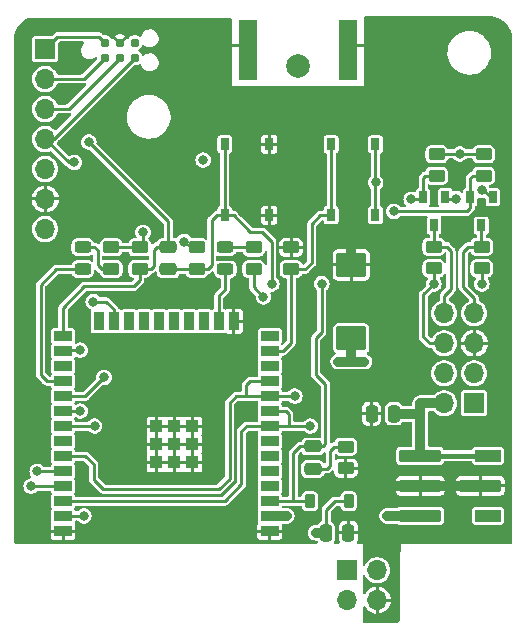
<source format=gtl>
G04 #@! TF.GenerationSoftware,KiCad,Pcbnew,7.0.7*
G04 #@! TF.CreationDate,2023-10-13T16:37:57+02:00*
G04 #@! TF.ProjectId,ithowifi_4l,6974686f-7769-4666-995f-346c2e6b6963,rev?*
G04 #@! TF.SameCoordinates,Original*
G04 #@! TF.FileFunction,Copper,L1,Top*
G04 #@! TF.FilePolarity,Positive*
%FSLAX46Y46*%
G04 Gerber Fmt 4.6, Leading zero omitted, Abs format (unit mm)*
G04 Created by KiCad (PCBNEW 7.0.7) date 2023-10-13 16:37:57*
%MOMM*%
%LPD*%
G01*
G04 APERTURE LIST*
G04 Aperture macros list*
%AMRoundRect*
0 Rectangle with rounded corners*
0 $1 Rounding radius*
0 $2 $3 $4 $5 $6 $7 $8 $9 X,Y pos of 4 corners*
0 Add a 4 corners polygon primitive as box body*
4,1,4,$2,$3,$4,$5,$6,$7,$8,$9,$2,$3,0*
0 Add four circle primitives for the rounded corners*
1,1,$1+$1,$2,$3*
1,1,$1+$1,$4,$5*
1,1,$1+$1,$6,$7*
1,1,$1+$1,$8,$9*
0 Add four rect primitives between the rounded corners*
20,1,$1+$1,$2,$3,$4,$5,0*
20,1,$1+$1,$4,$5,$6,$7,0*
20,1,$1+$1,$6,$7,$8,$9,0*
20,1,$1+$1,$8,$9,$2,$3,0*%
G04 Aperture macros list end*
G04 #@! TA.AperFunction,SMDPad,CuDef*
%ADD10R,0.700000X1.000000*%
G04 #@! TD*
G04 #@! TA.AperFunction,SMDPad,CuDef*
%ADD11RoundRect,0.250000X-0.450000X0.262500X-0.450000X-0.262500X0.450000X-0.262500X0.450000X0.262500X0*%
G04 #@! TD*
G04 #@! TA.AperFunction,ComponentPad*
%ADD12R,1.700000X1.700000*%
G04 #@! TD*
G04 #@! TA.AperFunction,ComponentPad*
%ADD13O,1.700000X1.700000*%
G04 #@! TD*
G04 #@! TA.AperFunction,SMDPad,CuDef*
%ADD14R,1.500000X0.900000*%
G04 #@! TD*
G04 #@! TA.AperFunction,SMDPad,CuDef*
%ADD15R,0.900000X1.500000*%
G04 #@! TD*
G04 #@! TA.AperFunction,SMDPad,CuDef*
%ADD16R,1.050000X1.050000*%
G04 #@! TD*
G04 #@! TA.AperFunction,SMDPad,CuDef*
%ADD17RoundRect,0.243750X0.456250X-0.243750X0.456250X0.243750X-0.456250X0.243750X-0.456250X-0.243750X0*%
G04 #@! TD*
G04 #@! TA.AperFunction,SMDPad,CuDef*
%ADD18C,0.787400*%
G04 #@! TD*
G04 #@! TA.AperFunction,SMDPad,CuDef*
%ADD19R,0.750000X1.000000*%
G04 #@! TD*
G04 #@! TA.AperFunction,SMDPad,CuDef*
%ADD20RoundRect,0.250000X0.250000X0.475000X-0.250000X0.475000X-0.250000X-0.475000X0.250000X-0.475000X0*%
G04 #@! TD*
G04 #@! TA.AperFunction,SMDPad,CuDef*
%ADD21RoundRect,0.250000X0.450000X-0.262500X0.450000X0.262500X-0.450000X0.262500X-0.450000X-0.262500X0*%
G04 #@! TD*
G04 #@! TA.AperFunction,SMDPad,CuDef*
%ADD22RoundRect,0.250000X0.475000X-0.250000X0.475000X0.250000X-0.475000X0.250000X-0.475000X-0.250000X0*%
G04 #@! TD*
G04 #@! TA.AperFunction,SMDPad,CuDef*
%ADD23RoundRect,0.250000X1.025000X-0.787500X1.025000X0.787500X-1.025000X0.787500X-1.025000X-0.787500X0*%
G04 #@! TD*
G04 #@! TA.AperFunction,SMDPad,CuDef*
%ADD24RoundRect,0.250000X-0.250000X-0.475000X0.250000X-0.475000X0.250000X0.475000X-0.250000X0.475000X0*%
G04 #@! TD*
G04 #@! TA.AperFunction,SMDPad,CuDef*
%ADD25RoundRect,0.225000X0.225000X0.375000X-0.225000X0.375000X-0.225000X-0.375000X0.225000X-0.375000X0*%
G04 #@! TD*
G04 #@! TA.AperFunction,ComponentPad*
%ADD26C,2.000000*%
G04 #@! TD*
G04 #@! TA.AperFunction,SMDPad,CuDef*
%ADD27RoundRect,0.105000X-1.655000X0.420000X-1.655000X-0.420000X1.655000X-0.420000X1.655000X0.420000X0*%
G04 #@! TD*
G04 #@! TA.AperFunction,SMDPad,CuDef*
%ADD28RoundRect,0.105000X-1.005000X0.420000X-1.005000X-0.420000X1.005000X-0.420000X1.005000X0.420000X0*%
G04 #@! TD*
G04 #@! TA.AperFunction,SMDPad,CuDef*
%ADD29R,1.500000X5.080000*%
G04 #@! TD*
G04 #@! TA.AperFunction,ViaPad*
%ADD30C,0.800000*%
G04 #@! TD*
G04 #@! TA.AperFunction,Conductor*
%ADD31C,0.250000*%
G04 #@! TD*
G04 #@! TA.AperFunction,Conductor*
%ADD32C,0.254000*%
G04 #@! TD*
G04 #@! TA.AperFunction,Conductor*
%ADD33C,0.812800*%
G04 #@! TD*
G04 #@! TA.AperFunction,Conductor*
%ADD34C,0.406400*%
G04 #@! TD*
G04 APERTURE END LIST*
D10*
X119608600Y-120339000D03*
X117708600Y-120339000D03*
X118658600Y-122739000D03*
D11*
X118872000Y-116711900D03*
X118872000Y-118536900D03*
D12*
X85725000Y-107797600D03*
D13*
X85725000Y-110337600D03*
X85725000Y-112877600D03*
X85725000Y-115417600D03*
X85725000Y-117957600D03*
X85725000Y-120497600D03*
X85725000Y-123037600D03*
D14*
X104727600Y-148613600D03*
X104727600Y-147343600D03*
X104727600Y-146073600D03*
X104727600Y-144803600D03*
X104727600Y-143533600D03*
X104727600Y-142263600D03*
X104727600Y-140993600D03*
X104727600Y-139723600D03*
X104727600Y-138453600D03*
X104727600Y-137183600D03*
X104727600Y-135913600D03*
X104727600Y-134643600D03*
X104727600Y-133373600D03*
X104727600Y-132103600D03*
D15*
X101697600Y-130853600D03*
X100427600Y-130853600D03*
X99157600Y-130853600D03*
X97887600Y-130853600D03*
X96617600Y-130853600D03*
X95347600Y-130853600D03*
X94077600Y-130853600D03*
X92807600Y-130853600D03*
X91537600Y-130853600D03*
X90267600Y-130853600D03*
D14*
X87227600Y-132103600D03*
X87227600Y-133373600D03*
X87227600Y-134643600D03*
X87227600Y-135913600D03*
X87227600Y-137183600D03*
X87227600Y-138453600D03*
X87227600Y-139723600D03*
X87227600Y-140993600D03*
X87227600Y-142263600D03*
X87227600Y-143533600D03*
X87227600Y-144803600D03*
X87227600Y-146073600D03*
X87227600Y-147343600D03*
X87227600Y-148613600D03*
D16*
X98182600Y-142798600D03*
X98182600Y-141273600D03*
X98182600Y-139748600D03*
X96657600Y-142798600D03*
X96657600Y-141273600D03*
X96657600Y-139748600D03*
X95132600Y-142798600D03*
X95132600Y-141273600D03*
X95132600Y-139748600D03*
D11*
X91313000Y-124588900D03*
X91313000Y-126413900D03*
X106536000Y-124597500D03*
X106536000Y-126422500D03*
X118618000Y-124548500D03*
X118618000Y-126373500D03*
D17*
X88900000Y-126438900D03*
X88900000Y-124563900D03*
D12*
X111292000Y-151928000D03*
D13*
X113832000Y-151928000D03*
X111292000Y-154468000D03*
X113832000Y-154468000D03*
D18*
X90766000Y-108536400D03*
X90766000Y-107266400D03*
X92036000Y-108536400D03*
X92036000Y-107266400D03*
X93306000Y-108536400D03*
X93306000Y-107266400D03*
D19*
X109925000Y-115872000D03*
X109925000Y-121872000D03*
X113675000Y-115872000D03*
X113675000Y-121872000D03*
D20*
X115250000Y-138684000D03*
X113350000Y-138684000D03*
D10*
X123606600Y-120339000D03*
X121706600Y-120339000D03*
X122656600Y-122739000D03*
D21*
X122859800Y-118536900D03*
X122859800Y-116711900D03*
D11*
X122682000Y-124548500D03*
X122682000Y-126373500D03*
D22*
X96139000Y-126451400D03*
X96139000Y-124551400D03*
D21*
X98552000Y-126428000D03*
X98552000Y-124603000D03*
D23*
X111632000Y-132308600D03*
X111632000Y-126083600D03*
D24*
X109486900Y-148751000D03*
X111386900Y-148751000D03*
D22*
X108377500Y-143351000D03*
X108377500Y-141451000D03*
D25*
X111425500Y-146084000D03*
X108125500Y-146084000D03*
D21*
X111171500Y-143290000D03*
X111171500Y-141465000D03*
D26*
X107100780Y-109251460D03*
D21*
X93726000Y-126413900D03*
X93726000Y-124588900D03*
X103378000Y-126428000D03*
X103378000Y-124603000D03*
D17*
X100965000Y-126453000D03*
X100965000Y-124578000D03*
D19*
X104675000Y-121872000D03*
X104675000Y-115872000D03*
X100925000Y-121872000D03*
X100925000Y-115872000D03*
D27*
X117475000Y-142240000D03*
X117475000Y-144780000D03*
X117475000Y-147320000D03*
D28*
X123205000Y-147320000D03*
D27*
X122555000Y-144780000D03*
D28*
X123205000Y-142240000D03*
D12*
X122047000Y-137795000D03*
D13*
X119507000Y-137795000D03*
X122047000Y-135255000D03*
X119507000Y-135255000D03*
X122047000Y-132715000D03*
X119507000Y-132715000D03*
X122047000Y-130175000D03*
X119507000Y-130175000D03*
D29*
X102850000Y-107848400D03*
X111350000Y-107848400D03*
D30*
X100700000Y-107442000D03*
X100700000Y-105918000D03*
X100700000Y-110871000D03*
X100700000Y-112500000D03*
X100700000Y-109093000D03*
X113500000Y-110871000D03*
X102432000Y-138568000D03*
X111632000Y-124053600D03*
X112732000Y-124053600D03*
X110532000Y-124053600D03*
X86741000Y-128270000D03*
X113500000Y-105918000D03*
X113500000Y-107442000D03*
X113500000Y-109093000D03*
X105900000Y-114200000D03*
X109100000Y-117450000D03*
X102852000Y-132715000D03*
X113792000Y-143764000D03*
X105300000Y-117400000D03*
X104278000Y-112500000D03*
X113500000Y-112500000D03*
X96647000Y-139750800D03*
X108271000Y-112500000D03*
X106172000Y-148590000D03*
X89154000Y-148590000D03*
X96647000Y-142798800D03*
X98171000Y-142798800D03*
X111849000Y-112500000D03*
X114681000Y-144780000D03*
X113792000Y-145796000D03*
X110071000Y-112500000D03*
X102500000Y-112500000D03*
X108300000Y-114200000D03*
X95148400Y-142798800D03*
X96647000Y-141274800D03*
X108329000Y-115900000D03*
X105800000Y-112500000D03*
X106000000Y-115900000D03*
X95148400Y-141274800D03*
X95148400Y-139750800D03*
X98171000Y-139750800D03*
X98171000Y-141274800D03*
X122682000Y-127698500D03*
X118618000Y-127698500D03*
X106172000Y-147320000D03*
X99100000Y-117200000D03*
X111632000Y-134268000D03*
X112732000Y-134268000D03*
X110532000Y-134268000D03*
X122682000Y-119761000D03*
X108631500Y-148751000D03*
X113700000Y-119100000D03*
X97500000Y-124100000D03*
X94000000Y-123317000D03*
X104200000Y-128800000D03*
X88200000Y-117400000D03*
X114681000Y-147320000D03*
X120813090Y-116686900D03*
X120532000Y-120468000D03*
X89407998Y-115671600D03*
X89000000Y-147325000D03*
X89900000Y-139725000D03*
X88700000Y-138450000D03*
X90700000Y-135600000D03*
X88700000Y-133300000D03*
X104900000Y-127700000D03*
X109132000Y-127668006D03*
X85039200Y-143560804D03*
X84531209Y-144805391D03*
X106849400Y-137185400D03*
X115232000Y-121538998D03*
X108174600Y-139725400D03*
X116697000Y-120539000D03*
X89775000Y-129200000D03*
D31*
X94000000Y-123317000D02*
X94000000Y-124314900D01*
X94000000Y-124314900D02*
X93726000Y-124588900D01*
D32*
X87227600Y-139723600D02*
X89898600Y-139723600D01*
X89898600Y-139723600D02*
X89900000Y-139725000D01*
D31*
X87227600Y-138453600D02*
X88696400Y-138453600D01*
X88696400Y-138453600D02*
X88700000Y-138450000D01*
D32*
X87227600Y-139723600D02*
X87229000Y-139725000D01*
X100925000Y-121872000D02*
X101672000Y-121872000D01*
X101672000Y-121872000D02*
X103100000Y-123300000D01*
X103100000Y-123300000D02*
X104100000Y-123300000D01*
X104100000Y-123300000D02*
X104900000Y-124100000D01*
X104900000Y-124100000D02*
X104900000Y-127700000D01*
D31*
X91537600Y-129853600D02*
X90884000Y-129200000D01*
X90884000Y-129200000D02*
X89775000Y-129200000D01*
D33*
X110532000Y-124053600D02*
X112732000Y-124053600D01*
X117475000Y-144780000D02*
X114681000Y-144780000D01*
X117475000Y-144780000D02*
X122555000Y-144780000D01*
D32*
X100700000Y-107442000D02*
X102443600Y-107442000D01*
X113500000Y-107442000D02*
X111756400Y-107442000D01*
D33*
X111632000Y-126083600D02*
X111632000Y-124053600D01*
D32*
X111756400Y-107442000D02*
X111350000Y-107848400D01*
X102443600Y-107442000D02*
X102850000Y-107848400D01*
X104675000Y-115872000D02*
X104675000Y-121872000D01*
X122682000Y-126398500D02*
X122682000Y-127698500D01*
X118618000Y-127698500D02*
X118618000Y-126398500D01*
X117748500Y-128568000D02*
X117748500Y-132184500D01*
X118279000Y-132715000D02*
X119507000Y-132715000D01*
X118618000Y-127698500D02*
X117748500Y-128568000D01*
X117748500Y-132184500D02*
X118279000Y-132715000D01*
X122682000Y-119761000D02*
X122828600Y-119761000D01*
D33*
X109499400Y-148751000D02*
X108634800Y-148751000D01*
D32*
X98103000Y-124603000D02*
X98552000Y-124603000D01*
D33*
X110532000Y-134268000D02*
X112732000Y-134268000D01*
D31*
X87707400Y-117400000D02*
X88200000Y-117400000D01*
D33*
X111632000Y-132308600D02*
X111632000Y-134268000D01*
D32*
X97500000Y-124100000D02*
X98103000Y-124603000D01*
D31*
X86424800Y-115417600D02*
X93306000Y-108536400D01*
D32*
X91313000Y-124563900D02*
X93726000Y-124563900D01*
X103378000Y-126428000D02*
X103378000Y-127978000D01*
D33*
X106148400Y-147343600D02*
X106172000Y-147320000D01*
D32*
X113675000Y-115872000D02*
X113675000Y-121872000D01*
D33*
X104727600Y-147343600D02*
X106148400Y-147343600D01*
D32*
X118872000Y-116686900D02*
X120813090Y-116686900D01*
D33*
X117475000Y-147320000D02*
X114681000Y-147320000D01*
D32*
X120461000Y-120539000D02*
X120532000Y-120468000D01*
D31*
X109499400Y-146803600D02*
X109499400Y-148751000D01*
X110219000Y-146084000D02*
X109499400Y-146803600D01*
X85725000Y-115417600D02*
X87707400Y-117400000D01*
D32*
X119608600Y-120539000D02*
X120461000Y-120539000D01*
X122859800Y-116686900D02*
X120813090Y-116686900D01*
D31*
X111425500Y-146084000D02*
X110219000Y-146084000D01*
D32*
X122828600Y-119761000D02*
X123606600Y-120539000D01*
D31*
X85725000Y-115417600D02*
X86424800Y-115417600D01*
D32*
X103378000Y-127978000D02*
X104200000Y-128800000D01*
X103417000Y-126492000D02*
X103378000Y-126453000D01*
X122656600Y-122539000D02*
X122656600Y-124498100D01*
X122656600Y-124498100D02*
X122682000Y-124523500D01*
X121539000Y-124523500D02*
X121094500Y-124968000D01*
X122682000Y-124523500D02*
X121539000Y-124523500D01*
X121094500Y-127952500D02*
X122047000Y-128905000D01*
X121094500Y-124968000D02*
X121094500Y-127952500D01*
X122047000Y-128905000D02*
X122047000Y-130175000D01*
X118658600Y-122539000D02*
X118658600Y-124482900D01*
X119697500Y-124523500D02*
X120078500Y-124904500D01*
X119507000Y-128714500D02*
X119507000Y-130175000D01*
X120078500Y-124904500D02*
X120078500Y-128143000D01*
X118618000Y-124523500D02*
X119697500Y-124523500D01*
X120078500Y-128143000D02*
X119507000Y-128714500D01*
X118658600Y-124482900D02*
X118618000Y-124523500D01*
X89027000Y-127889000D02*
X93211000Y-127889000D01*
X95148600Y-124551400D02*
X96139000Y-124551400D01*
X87227600Y-132103600D02*
X87227600Y-129688400D01*
X94900000Y-124800000D02*
X95148600Y-124551400D01*
X94900000Y-126200000D02*
X94900000Y-124800000D01*
D31*
X86754600Y-106768000D02*
X85725000Y-107797600D01*
D32*
X93726000Y-126413900D02*
X94686100Y-126413900D01*
D31*
X90766000Y-107266400D02*
X90267600Y-106768000D01*
X90267600Y-106768000D02*
X86754600Y-106768000D01*
D32*
X96139000Y-122402602D02*
X96139000Y-124000900D01*
X89407998Y-115671600D02*
X96139000Y-122402602D01*
X93211000Y-127889000D02*
X93726000Y-127374000D01*
X93726000Y-127374000D02*
X93726000Y-126413900D01*
X87227600Y-129688400D02*
X89027000Y-127889000D01*
X94686100Y-126413900D02*
X94900000Y-126200000D01*
X89000000Y-147325000D02*
X87246200Y-147325000D01*
X87246200Y-147325000D02*
X87227600Y-147343600D01*
X88946400Y-138453600D02*
X88950000Y-138450000D01*
X89116400Y-137183600D02*
X90700000Y-135600000D01*
X87227600Y-137183600D02*
X89116400Y-137183600D01*
X88700000Y-133300000D02*
X87301200Y-133300000D01*
X87301200Y-133300000D02*
X87227600Y-133373600D01*
X96139000Y-126438900D02*
X98537900Y-126438900D01*
X109432000Y-136168000D02*
X108632000Y-135368000D01*
D31*
X106717900Y-142028600D02*
X106717900Y-146075400D01*
D32*
X108632000Y-135368000D02*
X108632000Y-132268000D01*
X108632000Y-132268000D02*
X109132000Y-131768000D01*
D31*
X104727600Y-146073600D02*
X104729400Y-146075400D01*
D32*
X98552000Y-126453000D02*
X99480000Y-126453000D01*
D31*
X108116900Y-146075400D02*
X108125500Y-146084000D01*
D32*
X98537900Y-126438900D02*
X98552000Y-126453000D01*
D31*
X106717900Y-146075400D02*
X108116900Y-146075400D01*
X109432000Y-141283000D02*
X109264000Y-141451000D01*
D32*
X109132000Y-131768000D02*
X109132000Y-127668006D01*
D31*
X108377500Y-141451000D02*
X107295500Y-141451000D01*
D32*
X100925000Y-121872000D02*
X100925000Y-115872000D01*
D31*
X107295500Y-141451000D02*
X106717900Y-142028600D01*
X109264000Y-141451000D02*
X108377500Y-141451000D01*
D32*
X99822000Y-126111000D02*
X99822000Y-122301000D01*
D31*
X104729400Y-146075400D02*
X106717900Y-146075400D01*
X109432000Y-136168000D02*
X109432000Y-141283000D01*
D32*
X100251000Y-121872000D02*
X100925000Y-121872000D01*
X99480000Y-126453000D02*
X99822000Y-126111000D01*
X99822000Y-122301000D02*
X100251000Y-121872000D01*
D31*
X87694800Y-112877600D02*
X91964932Y-108607468D01*
D32*
X87227600Y-143533600D02*
X85066404Y-143533600D01*
D31*
X85725000Y-112877600D02*
X87694800Y-112877600D01*
D32*
X87225809Y-144805391D02*
X84531209Y-144805391D01*
D31*
X85725000Y-110337600D02*
X88964800Y-110337600D01*
D32*
X87227600Y-144803600D02*
X87225809Y-144805391D01*
D31*
X88964800Y-110337600D02*
X90766000Y-108536400D01*
D32*
X121706600Y-120539000D02*
X121706600Y-118755200D01*
X121706600Y-118755200D02*
X121899900Y-118561900D01*
X103086400Y-135913600D02*
X104727600Y-135913600D01*
X121899900Y-118561900D02*
X122859800Y-118561900D01*
X89832000Y-142968000D02*
X89832000Y-144268000D01*
X106847600Y-137183600D02*
X102733800Y-137183600D01*
X121706600Y-120539000D02*
X121706600Y-121243000D01*
X90632000Y-145068000D02*
X100432000Y-145068000D01*
X89127600Y-142263600D02*
X89832000Y-142968000D01*
X87227600Y-142263600D02*
X89127600Y-142263600D01*
X121706600Y-121243000D02*
X121410602Y-121538998D01*
X101332000Y-137768000D02*
X101914600Y-137185400D01*
X102733800Y-137183600D02*
X102732000Y-137185400D01*
X100432000Y-145068000D02*
X101332000Y-144168000D01*
X101332000Y-144168000D02*
X101332000Y-137768000D01*
X101914600Y-137185400D02*
X102732000Y-137185400D01*
X121410602Y-121538998D02*
X115232000Y-121538998D01*
X102732000Y-136268000D02*
X103086400Y-135913600D01*
X89832000Y-144268000D02*
X90632000Y-145068000D01*
X106849400Y-137185400D02*
X106847600Y-137183600D01*
X102732000Y-137185400D02*
X102732000Y-136268000D01*
X102776400Y-139723600D02*
X104727600Y-139723600D01*
X102332000Y-140168000D02*
X102776400Y-139723600D01*
X104729400Y-139725400D02*
X106324400Y-139725400D01*
X106324400Y-139725400D02*
X106324400Y-138709400D01*
X117708600Y-118740000D02*
X117708600Y-120539000D01*
X102332000Y-144668000D02*
X102332000Y-140168000D01*
X100924600Y-146075400D02*
X102332000Y-144668000D01*
X117708600Y-120539000D02*
X116697000Y-120539000D01*
X106324400Y-138709400D02*
X106068600Y-138453600D01*
X118872000Y-118561900D02*
X117886700Y-118561900D01*
X106324400Y-139725400D02*
X108174600Y-139725400D01*
X87477600Y-146075400D02*
X100924600Y-146075400D01*
X104727600Y-139723600D02*
X104729400Y-139725400D01*
X117886700Y-118561900D02*
X117708600Y-118740000D01*
X106068600Y-138453600D02*
X104727600Y-138453600D01*
D33*
X117348000Y-138684000D02*
X117475000Y-138811000D01*
X117475000Y-142240000D02*
X117475000Y-138811000D01*
X117475000Y-137795000D02*
X119507000Y-137795000D01*
X117475000Y-138811000D02*
X117475000Y-137795000D01*
D34*
X117475000Y-142240000D02*
X123205000Y-142240000D01*
D33*
X115250000Y-138684000D02*
X117348000Y-138684000D01*
D31*
X110202500Y-141465000D02*
X111171500Y-141465000D01*
X109586500Y-143351000D02*
X109838000Y-143099500D01*
X108377500Y-143351000D02*
X109586500Y-143351000D01*
X109838000Y-141829500D02*
X110202500Y-141465000D01*
X109838000Y-143099500D02*
X109838000Y-141829500D01*
D32*
X90170000Y-126111000D02*
X90497900Y-126438900D01*
X88900000Y-124563900D02*
X89892900Y-124563900D01*
X90170000Y-124841000D02*
X90170000Y-126111000D01*
X90497900Y-126438900D02*
X91313000Y-126438900D01*
X89892900Y-124563900D02*
X90170000Y-124841000D01*
D31*
X91537600Y-130853600D02*
X91537600Y-129853600D01*
D32*
X100427600Y-130853600D02*
X100427600Y-128680400D01*
X100427600Y-128680400D02*
X100965000Y-128143000D01*
X100965000Y-128143000D02*
X100965000Y-126453000D01*
X85344000Y-127762000D02*
X86667100Y-126438900D01*
X85875600Y-135913600D02*
X85344000Y-135382000D01*
X85344000Y-135382000D02*
X85344000Y-127762000D01*
X87227600Y-135913600D02*
X85875600Y-135913600D01*
X86667100Y-126438900D02*
X88900000Y-126438900D01*
X100965000Y-124578000D02*
X103378000Y-124578000D01*
X104727600Y-133373600D02*
X105826400Y-133373600D01*
X108300000Y-125888000D02*
X108300000Y-122600000D01*
X109028000Y-121872000D02*
X109925000Y-121872000D01*
X108300000Y-122600000D02*
X109028000Y-121872000D01*
X106536000Y-126447500D02*
X107740500Y-126447500D01*
X109925000Y-121872000D02*
X109925000Y-115872000D01*
X106536000Y-132664000D02*
X106536000Y-126447500D01*
X107740500Y-126447500D02*
X108300000Y-125888000D01*
X105826400Y-133373600D02*
X106536000Y-132664000D01*
G04 #@! TA.AperFunction,Conductor*
G36*
X103681838Y-137584313D02*
G01*
X103718383Y-137634613D01*
X103722822Y-137655836D01*
X103723100Y-137658663D01*
X103732185Y-137704338D01*
X103737866Y-137732901D01*
X103757781Y-137762706D01*
X103757783Y-137762708D01*
X103774660Y-137822548D01*
X103757784Y-137874490D01*
X103737865Y-137904299D01*
X103723100Y-137978533D01*
X103723100Y-138928665D01*
X103735817Y-138992598D01*
X103737866Y-139002901D01*
X103757781Y-139032706D01*
X103757783Y-139032708D01*
X103774660Y-139092548D01*
X103757784Y-139144490D01*
X103737865Y-139174299D01*
X103723099Y-139248537D01*
X103722821Y-139251362D01*
X103722300Y-139252551D01*
X103722136Y-139253380D01*
X103721954Y-139253343D01*
X103697905Y-139308325D01*
X103644264Y-139339763D01*
X103622706Y-139342100D01*
X102826407Y-139342100D01*
X102805762Y-139339959D01*
X102792382Y-139337153D01*
X102760710Y-139341102D01*
X102755810Y-139341713D01*
X102749585Y-139342100D01*
X102744789Y-139342100D01*
X102721404Y-139346002D01*
X102714502Y-139346862D01*
X102666041Y-139352903D01*
X102658369Y-139355187D01*
X102650814Y-139357781D01*
X102601768Y-139384323D01*
X102551654Y-139408823D01*
X102545163Y-139413456D01*
X102538839Y-139418379D01*
X102501069Y-139459407D01*
X102097592Y-139862883D01*
X102081484Y-139875964D01*
X102070045Y-139883437D01*
X102047408Y-139912520D01*
X102043288Y-139917187D01*
X102039888Y-139920588D01*
X102026099Y-139939900D01*
X101991840Y-139983917D01*
X101988038Y-139990942D01*
X101984525Y-139998128D01*
X101968610Y-140051586D01*
X101950500Y-140104338D01*
X101949184Y-140112224D01*
X101948194Y-140120161D01*
X101950500Y-140175884D01*
X101950500Y-144468307D01*
X101931287Y-144527438D01*
X101921035Y-144539442D01*
X100796042Y-145664435D01*
X100740644Y-145692661D01*
X100724907Y-145693900D01*
X88332670Y-145693900D01*
X88273539Y-145674687D01*
X88236994Y-145624387D01*
X88232554Y-145603161D01*
X88232099Y-145598547D01*
X88232099Y-145598534D01*
X88217334Y-145524299D01*
X88197415Y-145494489D01*
X88180538Y-145434652D01*
X88197415Y-145382710D01*
X88217334Y-145352901D01*
X88232100Y-145278667D01*
X88232099Y-144328534D01*
X88217334Y-144254299D01*
X88197415Y-144224489D01*
X88180538Y-144164652D01*
X88197415Y-144112710D01*
X88217334Y-144082901D01*
X88232100Y-144008667D01*
X88232099Y-143058534D01*
X88217334Y-142984299D01*
X88197415Y-142954489D01*
X88180538Y-142894652D01*
X88197415Y-142842710D01*
X88217334Y-142812901D01*
X88232100Y-142738667D01*
X88232100Y-142738662D01*
X88232379Y-142735838D01*
X88232899Y-142734648D01*
X88233064Y-142733820D01*
X88233245Y-142733856D01*
X88257295Y-142678875D01*
X88310936Y-142647437D01*
X88332494Y-142645100D01*
X88927908Y-142645100D01*
X88987039Y-142664313D01*
X88999043Y-142674565D01*
X89421035Y-143096557D01*
X89449261Y-143151955D01*
X89450500Y-143167692D01*
X89450500Y-144217999D01*
X89448359Y-144238645D01*
X89445554Y-144252018D01*
X89450113Y-144288581D01*
X89450500Y-144294810D01*
X89450500Y-144299612D01*
X89454403Y-144323004D01*
X89461303Y-144378357D01*
X89463586Y-144386026D01*
X89466181Y-144393586D01*
X89492729Y-144442641D01*
X89517224Y-144492746D01*
X89521877Y-144499263D01*
X89526779Y-144505561D01*
X89526780Y-144505562D01*
X89567819Y-144543341D01*
X90211368Y-145186891D01*
X90326882Y-145302405D01*
X90339966Y-145318517D01*
X90347438Y-145329954D01*
X90347440Y-145329956D01*
X90370609Y-145347989D01*
X90376516Y-145352586D01*
X90381193Y-145356717D01*
X90384588Y-145360111D01*
X90384588Y-145360112D01*
X90384591Y-145360114D01*
X90403900Y-145373900D01*
X90447915Y-145408158D01*
X90447918Y-145408159D01*
X90454955Y-145411968D01*
X90462130Y-145415475D01*
X90515586Y-145431389D01*
X90568339Y-145449500D01*
X90576210Y-145450813D01*
X90584157Y-145451804D01*
X90584159Y-145451805D01*
X90584160Y-145451804D01*
X90584161Y-145451805D01*
X90639884Y-145449500D01*
X100381999Y-145449500D01*
X100402643Y-145451640D01*
X100416017Y-145454445D01*
X100452582Y-145449886D01*
X100458811Y-145449500D01*
X100463609Y-145449500D01*
X100463611Y-145449500D01*
X100463613Y-145449499D01*
X100463620Y-145449499D01*
X100481168Y-145446569D01*
X100487004Y-145445596D01*
X100542360Y-145438696D01*
X100542366Y-145438692D01*
X100550012Y-145436417D01*
X100557580Y-145433818D01*
X100557586Y-145433818D01*
X100606641Y-145407270D01*
X100656746Y-145382776D01*
X100656749Y-145382772D01*
X100663260Y-145378123D01*
X100669555Y-145373223D01*
X100669562Y-145373220D01*
X100707341Y-145332180D01*
X101566407Y-144473113D01*
X101582513Y-144460034D01*
X101593956Y-144452560D01*
X101616592Y-144423475D01*
X101620727Y-144418794D01*
X101624113Y-144415409D01*
X101624121Y-144415398D01*
X101637892Y-144396110D01*
X101659904Y-144367827D01*
X101672158Y-144352085D01*
X101672159Y-144352083D01*
X101675953Y-144345073D01*
X101679470Y-144337876D01*
X101679475Y-144337870D01*
X101695390Y-144284410D01*
X101713500Y-144231661D01*
X101713500Y-144231660D01*
X101714816Y-144223775D01*
X101715805Y-144215839D01*
X101713500Y-144160116D01*
X101713500Y-137967692D01*
X101732713Y-137908561D01*
X101742965Y-137896557D01*
X102043158Y-137596365D01*
X102098556Y-137568139D01*
X102114293Y-137566900D01*
X102681999Y-137566900D01*
X102702644Y-137569040D01*
X102716017Y-137571845D01*
X102729573Y-137570154D01*
X102750329Y-137569726D01*
X102763940Y-137570854D01*
X102774509Y-137568178D01*
X102799203Y-137565100D01*
X103622707Y-137565100D01*
X103681838Y-137584313D01*
G37*
G04 #@! TD.AperFunction*
G04 #@! TA.AperFunction,Conductor*
G36*
X92761894Y-124964613D02*
G01*
X92797020Y-125010844D01*
X92828655Y-125095663D01*
X92828658Y-125095667D01*
X92915596Y-125211804D01*
X93020469Y-125290310D01*
X93031736Y-125298744D01*
X93111144Y-125328361D01*
X93167658Y-125349440D01*
X93227745Y-125355900D01*
X94224254Y-125355899D01*
X94284342Y-125349440D01*
X94382745Y-125312736D01*
X94444860Y-125310074D01*
X94496680Y-125344431D01*
X94518408Y-125402685D01*
X94518500Y-125406994D01*
X94518500Y-125595805D01*
X94499287Y-125654936D01*
X94448987Y-125691481D01*
X94386813Y-125691481D01*
X94382744Y-125690062D01*
X94284342Y-125653360D01*
X94224255Y-125646900D01*
X94224254Y-125646900D01*
X93227745Y-125646900D01*
X93172974Y-125652788D01*
X93167658Y-125653360D01*
X93167656Y-125653360D01*
X93167654Y-125653361D01*
X93031736Y-125704055D01*
X92915596Y-125790996D01*
X92828655Y-125907136D01*
X92777960Y-126043056D01*
X92777960Y-126043058D01*
X92771500Y-126103145D01*
X92771500Y-126724654D01*
X92776136Y-126767776D01*
X92777960Y-126784742D01*
X92777960Y-126784744D01*
X92777961Y-126784745D01*
X92828655Y-126920663D01*
X92828658Y-126920667D01*
X92915596Y-127036804D01*
X93024462Y-127118299D01*
X93031736Y-127123744D01*
X93167655Y-127174439D01*
X93167658Y-127174440D01*
X93167660Y-127174440D01*
X93168735Y-127174694D01*
X93169363Y-127175076D01*
X93173554Y-127176639D01*
X93173254Y-127177441D01*
X93221866Y-127206987D01*
X93245867Y-127264341D01*
X93231573Y-127324850D01*
X93216742Y-127343734D01*
X93082442Y-127478035D01*
X93027045Y-127506261D01*
X93011307Y-127507500D01*
X89077002Y-127507500D01*
X89056357Y-127505359D01*
X89047629Y-127503529D01*
X89042980Y-127502554D01*
X89011175Y-127506520D01*
X89006416Y-127507113D01*
X89000190Y-127507500D01*
X88995385Y-127507500D01*
X88971993Y-127511404D01*
X88916640Y-127518303D01*
X88908972Y-127520586D01*
X88901414Y-127523181D01*
X88852358Y-127549729D01*
X88802255Y-127574222D01*
X88795738Y-127578875D01*
X88789440Y-127583777D01*
X88751658Y-127624819D01*
X86993192Y-129383283D01*
X86977084Y-129396364D01*
X86965645Y-129403837D01*
X86943008Y-129432920D01*
X86938888Y-129437587D01*
X86935488Y-129440988D01*
X86921699Y-129460300D01*
X86887440Y-129504317D01*
X86883638Y-129511342D01*
X86880125Y-129518528D01*
X86864210Y-129571986D01*
X86846100Y-129624738D01*
X86844784Y-129632624D01*
X86843794Y-129640561D01*
X86846100Y-129696284D01*
X86846100Y-131298500D01*
X86826887Y-131357631D01*
X86776587Y-131394176D01*
X86745500Y-131399100D01*
X86452534Y-131399100D01*
X86378298Y-131413866D01*
X86378295Y-131413867D01*
X86294117Y-131470114D01*
X86294115Y-131470116D01*
X86237865Y-131554300D01*
X86223100Y-131628533D01*
X86223100Y-132578665D01*
X86232587Y-132626360D01*
X86237866Y-132652901D01*
X86254853Y-132678324D01*
X86257783Y-132682708D01*
X86274660Y-132742548D01*
X86257784Y-132794490D01*
X86237865Y-132824299D01*
X86223100Y-132898533D01*
X86223100Y-133848665D01*
X86237865Y-133922897D01*
X86237866Y-133922901D01*
X86257781Y-133952706D01*
X86257783Y-133952708D01*
X86274660Y-134012548D01*
X86257784Y-134064490D01*
X86237865Y-134094299D01*
X86223100Y-134168533D01*
X86223100Y-135118665D01*
X86231878Y-135162795D01*
X86237866Y-135192901D01*
X86257781Y-135222706D01*
X86257783Y-135222708D01*
X86274660Y-135282548D01*
X86257784Y-135334490D01*
X86237865Y-135364299D01*
X86223099Y-135438537D01*
X86222821Y-135441362D01*
X86222300Y-135442551D01*
X86222136Y-135443380D01*
X86221954Y-135443343D01*
X86197905Y-135498325D01*
X86144264Y-135529763D01*
X86122706Y-135532100D01*
X86075292Y-135532100D01*
X86016161Y-135512887D01*
X86004157Y-135502635D01*
X85754965Y-135253442D01*
X85726739Y-135198044D01*
X85725500Y-135182307D01*
X85725500Y-127961692D01*
X85744713Y-127902561D01*
X85754965Y-127890557D01*
X86795658Y-126849865D01*
X86851056Y-126821639D01*
X86866793Y-126820400D01*
X87893501Y-126820400D01*
X87952632Y-126839613D01*
X87987758Y-126885844D01*
X88001947Y-126923888D01*
X88001948Y-126923890D01*
X88001949Y-126923891D01*
X88087811Y-127038589D01*
X88202509Y-127124451D01*
X88202512Y-127124452D01*
X88202511Y-127124452D01*
X88223671Y-127132344D01*
X88336750Y-127174520D01*
X88396091Y-127180900D01*
X89403908Y-127180899D01*
X89463250Y-127174520D01*
X89597491Y-127124451D01*
X89712189Y-127038589D01*
X89798051Y-126923891D01*
X89848120Y-126789650D01*
X89854500Y-126730309D01*
X89854499Y-126577890D01*
X89873712Y-126518760D01*
X89924011Y-126482215D01*
X89986185Y-126482215D01*
X90026234Y-126506756D01*
X90192783Y-126673305D01*
X90205865Y-126689414D01*
X90213340Y-126700856D01*
X90241746Y-126722965D01*
X90242416Y-126723486D01*
X90247093Y-126727617D01*
X90250489Y-126731012D01*
X90250496Y-126731018D01*
X90269798Y-126744798D01*
X90313814Y-126779058D01*
X90320834Y-126782856D01*
X90328028Y-126786373D01*
X90328031Y-126786375D01*
X90328034Y-126786375D01*
X90335519Y-126790035D01*
X90334136Y-126792863D01*
X90373393Y-126819907D01*
X90387773Y-126845906D01*
X90415655Y-126920663D01*
X90415658Y-126920667D01*
X90502596Y-127036804D01*
X90611462Y-127118299D01*
X90618736Y-127123744D01*
X90685765Y-127148744D01*
X90754658Y-127174440D01*
X90814745Y-127180900D01*
X91811254Y-127180899D01*
X91871342Y-127174440D01*
X91963662Y-127140006D01*
X92007263Y-127123744D01*
X92007264Y-127123742D01*
X92007267Y-127123742D01*
X92123404Y-127036804D01*
X92210342Y-126920667D01*
X92210342Y-126920664D01*
X92210344Y-126920663D01*
X92244533Y-126828999D01*
X92261040Y-126784742D01*
X92267500Y-126724655D01*
X92267499Y-126103146D01*
X92267402Y-126102248D01*
X92266927Y-126097829D01*
X92261040Y-126043058D01*
X92233048Y-125968009D01*
X92210344Y-125907136D01*
X92190127Y-125880129D01*
X92123404Y-125790996D01*
X92007267Y-125704058D01*
X92007263Y-125704055D01*
X91871342Y-125653360D01*
X91871341Y-125653360D01*
X91811255Y-125646900D01*
X91811254Y-125646900D01*
X90814745Y-125646900D01*
X90759974Y-125652788D01*
X90754658Y-125653360D01*
X90754655Y-125653360D01*
X90754651Y-125653362D01*
X90687255Y-125678499D01*
X90625138Y-125681162D01*
X90573319Y-125646804D01*
X90551592Y-125588549D01*
X90551500Y-125584242D01*
X90551500Y-125418557D01*
X90570713Y-125359426D01*
X90621013Y-125322881D01*
X90683187Y-125322881D01*
X90687253Y-125324299D01*
X90754658Y-125349440D01*
X90814745Y-125355900D01*
X91811254Y-125355899D01*
X91871342Y-125349440D01*
X91967381Y-125313619D01*
X92007263Y-125298744D01*
X92007264Y-125298742D01*
X92007267Y-125298742D01*
X92123404Y-125211804D01*
X92210342Y-125095667D01*
X92210342Y-125095664D01*
X92210344Y-125095663D01*
X92241980Y-125010844D01*
X92280646Y-124962155D01*
X92336237Y-124945400D01*
X92702763Y-124945400D01*
X92761894Y-124964613D01*
G37*
G04 #@! TD.AperFunction*
G04 #@! TA.AperFunction,Conductor*
G36*
X123493838Y-105029108D02*
G01*
X123561676Y-105033553D01*
X123583172Y-105034962D01*
X123589680Y-105035818D01*
X123833332Y-105084284D01*
X123839681Y-105085985D01*
X124074917Y-105165836D01*
X124080996Y-105168355D01*
X124303789Y-105278223D01*
X124309493Y-105281516D01*
X124516040Y-105419527D01*
X124521253Y-105423527D01*
X124708023Y-105587318D01*
X124712679Y-105591974D01*
X124876471Y-105778744D01*
X124880472Y-105783959D01*
X125018483Y-105990506D01*
X125021776Y-105996210D01*
X125131644Y-106219003D01*
X125134165Y-106225088D01*
X125149241Y-106269500D01*
X125193284Y-106399248D01*
X125214011Y-106460306D01*
X125215715Y-106466668D01*
X125264177Y-106710299D01*
X125265037Y-106716829D01*
X125281391Y-106966360D01*
X125281499Y-106969651D01*
X125281500Y-149451592D01*
X125281500Y-149464702D01*
X125281069Y-149471275D01*
X125267912Y-149571207D01*
X125261119Y-149596564D01*
X125257258Y-149605888D01*
X125216884Y-149653170D01*
X125164312Y-149668000D01*
X115832000Y-149668000D01*
X115832000Y-150214526D01*
X115822038Y-150258173D01*
X115809105Y-150285030D01*
X115781500Y-150405972D01*
X115781500Y-150457955D01*
X115781499Y-155964709D01*
X115781068Y-155971282D01*
X115767912Y-156071207D01*
X115761115Y-156096574D01*
X115726347Y-156180512D01*
X115713216Y-156203256D01*
X115657906Y-156275337D01*
X115639337Y-156293906D01*
X115567256Y-156349216D01*
X115544512Y-156362347D01*
X115460574Y-156397115D01*
X115435207Y-156403912D01*
X115350910Y-156415010D01*
X115335272Y-156417069D01*
X115328702Y-156417500D01*
X112732600Y-156417500D01*
X112673469Y-156398287D01*
X112636924Y-156347987D01*
X112632000Y-156316900D01*
X112632000Y-155076557D01*
X112651213Y-155017426D01*
X112701513Y-154980881D01*
X112763687Y-154980881D01*
X112813987Y-155017426D01*
X112822653Y-155031716D01*
X112845958Y-155078519D01*
X112845961Y-155078523D01*
X112974937Y-155249317D01*
X113133086Y-155393490D01*
X113133095Y-155393496D01*
X113315055Y-155506162D01*
X113315059Y-155506164D01*
X113514619Y-155583473D01*
X113704999Y-155619062D01*
X113705000Y-155619062D01*
X113705000Y-155068600D01*
X113724213Y-155009469D01*
X113774513Y-154972924D01*
X113805600Y-154968000D01*
X113858400Y-154968000D01*
X113917531Y-154987213D01*
X113954076Y-155037513D01*
X113959000Y-155068600D01*
X113959000Y-155619062D01*
X114149380Y-155583473D01*
X114348940Y-155506164D01*
X114348944Y-155506162D01*
X114530904Y-155393496D01*
X114530913Y-155393490D01*
X114689062Y-155249317D01*
X114818038Y-155078523D01*
X114818039Y-155078523D01*
X114913430Y-154886952D01*
X114913431Y-154886951D01*
X114972000Y-154681098D01*
X114979979Y-154595000D01*
X114432600Y-154595000D01*
X114373469Y-154575787D01*
X114336924Y-154525487D01*
X114332000Y-154494400D01*
X114332000Y-154441600D01*
X114351213Y-154382469D01*
X114401513Y-154345924D01*
X114432600Y-154341000D01*
X114979979Y-154341000D01*
X114979979Y-154340999D01*
X114972000Y-154254901D01*
X114913431Y-154049048D01*
X114913430Y-154049047D01*
X114818039Y-153857476D01*
X114689062Y-153686682D01*
X114530913Y-153542509D01*
X114530904Y-153542503D01*
X114348944Y-153429837D01*
X114348940Y-153429835D01*
X114149381Y-153352526D01*
X113959000Y-153316937D01*
X113959000Y-153867400D01*
X113939787Y-153926531D01*
X113889487Y-153963076D01*
X113858400Y-153968000D01*
X113805600Y-153968000D01*
X113746469Y-153948787D01*
X113709924Y-153898487D01*
X113705000Y-153867400D01*
X113704999Y-153316937D01*
X113514618Y-153352526D01*
X113315059Y-153429835D01*
X113315055Y-153429837D01*
X113133095Y-153542503D01*
X113133086Y-153542509D01*
X112974937Y-153686682D01*
X112845961Y-153857476D01*
X112845960Y-153857476D01*
X112822653Y-153904284D01*
X112779097Y-153948652D01*
X112717781Y-153958945D01*
X112662125Y-153931231D01*
X112633388Y-153876096D01*
X112632000Y-153859442D01*
X112632000Y-152423712D01*
X112651213Y-152364581D01*
X112701513Y-152328036D01*
X112763687Y-152328036D01*
X112813987Y-152364581D01*
X112822653Y-152378870D01*
X112888909Y-152511930D01*
X112888910Y-152511931D01*
X112888912Y-152511935D01*
X113012268Y-152675285D01*
X113163528Y-152813178D01*
X113163532Y-152813181D01*
X113163538Y-152813186D01*
X113337573Y-152920944D01*
X113528444Y-152994888D01*
X113577824Y-153004118D01*
X113729651Y-153032500D01*
X113729653Y-153032500D01*
X113934348Y-153032500D01*
X114013339Y-153017734D01*
X114135556Y-152994888D01*
X114326427Y-152920944D01*
X114500462Y-152813186D01*
X114651732Y-152675285D01*
X114775088Y-152511935D01*
X114866328Y-152328701D01*
X114922345Y-152131821D01*
X114941232Y-151928000D01*
X114922345Y-151724179D01*
X114866328Y-151527299D01*
X114775088Y-151344065D01*
X114651732Y-151180715D01*
X114651731Y-151180714D01*
X114500471Y-151042821D01*
X114500466Y-151042817D01*
X114500462Y-151042814D01*
X114326427Y-150935056D01*
X114326423Y-150935054D01*
X114135554Y-150861111D01*
X114135549Y-150861110D01*
X113934349Y-150823500D01*
X113934347Y-150823500D01*
X113729653Y-150823500D01*
X113729651Y-150823500D01*
X113528450Y-150861110D01*
X113528445Y-150861111D01*
X113337576Y-150935054D01*
X113337572Y-150935056D01*
X113267087Y-150978699D01*
X113163538Y-151042814D01*
X113163536Y-151042815D01*
X113163537Y-151042815D01*
X113163528Y-151042821D01*
X113012268Y-151180714D01*
X112888910Y-151344068D01*
X112888909Y-151344069D01*
X112822653Y-151477129D01*
X112779097Y-151521497D01*
X112717781Y-151531790D01*
X112662125Y-151504076D01*
X112633388Y-151448941D01*
X112632000Y-151432287D01*
X112632000Y-149668000D01*
X112200543Y-149668000D01*
X112141412Y-149648787D01*
X112104867Y-149598487D01*
X112104867Y-149536313D01*
X112120384Y-149506614D01*
X112125045Y-149500467D01*
X112125046Y-149500464D01*
X112180991Y-149358595D01*
X112180993Y-149358587D01*
X112191698Y-149269447D01*
X112191700Y-149269429D01*
X112191700Y-148878000D01*
X110582100Y-148878000D01*
X110582100Y-149269429D01*
X110582101Y-149269447D01*
X110592806Y-149358587D01*
X110592808Y-149358595D01*
X110648753Y-149500464D01*
X110648754Y-149500467D01*
X110653416Y-149506614D01*
X110673836Y-149565339D01*
X110655838Y-149624852D01*
X110606298Y-149662419D01*
X110573257Y-149668000D01*
X110237194Y-149668000D01*
X110178063Y-149648787D01*
X110141518Y-149598487D01*
X110141518Y-149536313D01*
X110156657Y-149507116D01*
X110184242Y-149470267D01*
X110184242Y-149470264D01*
X110184244Y-149470263D01*
X110222237Y-149368399D01*
X110234940Y-149334342D01*
X110241400Y-149274255D01*
X110241399Y-148624000D01*
X110582100Y-148624000D01*
X111259900Y-148624000D01*
X111259900Y-147721200D01*
X111513900Y-147721200D01*
X111513900Y-148624000D01*
X112191700Y-148624000D01*
X112191700Y-148232570D01*
X112191698Y-148232552D01*
X112180993Y-148143412D01*
X112180991Y-148143404D01*
X112125046Y-148001535D01*
X112125045Y-148001532D01*
X112032890Y-147880009D01*
X111911367Y-147787854D01*
X111911364Y-147787853D01*
X111769495Y-147731908D01*
X111769487Y-147731906D01*
X111680347Y-147721201D01*
X111680329Y-147721200D01*
X111513900Y-147721200D01*
X111259900Y-147721200D01*
X111093471Y-147721200D01*
X111093452Y-147721201D01*
X111004312Y-147731906D01*
X111004304Y-147731908D01*
X110862435Y-147787853D01*
X110862432Y-147787854D01*
X110740909Y-147880009D01*
X110648754Y-148001532D01*
X110648753Y-148001535D01*
X110592808Y-148143404D01*
X110592806Y-148143412D01*
X110582101Y-148232552D01*
X110582100Y-148232570D01*
X110582100Y-148624000D01*
X110241399Y-148624000D01*
X110241399Y-148227746D01*
X110234940Y-148167658D01*
X110209518Y-148099499D01*
X110184244Y-148031736D01*
X110168246Y-148010365D01*
X110097304Y-147915596D01*
X109981167Y-147828658D01*
X109973943Y-147825963D01*
X109944342Y-147814922D01*
X109895654Y-147776256D01*
X109878900Y-147720666D01*
X109878900Y-147400248D01*
X114020100Y-147400248D01*
X114058509Y-147556080D01*
X114058510Y-147556082D01*
X114058509Y-147556082D01*
X114126642Y-147685897D01*
X114133095Y-147698191D01*
X114239523Y-147818324D01*
X114371609Y-147909496D01*
X114521675Y-147966408D01*
X114599729Y-147975885D01*
X114641008Y-147980898D01*
X114641009Y-147980898D01*
X114641025Y-147980900D01*
X115510820Y-147980900D01*
X115569951Y-148000113D01*
X115581955Y-148010365D01*
X115608214Y-148036624D01*
X115716003Y-148089319D01*
X115785881Y-148099500D01*
X119164118Y-148099499D01*
X119164119Y-148099499D01*
X119164119Y-148099498D01*
X119233997Y-148089319D01*
X119341786Y-148036624D01*
X119426624Y-147951786D01*
X119479319Y-147843997D01*
X119489500Y-147774119D01*
X121840500Y-147774119D01*
X121840501Y-147774122D01*
X121850680Y-147843993D01*
X121850681Y-147843998D01*
X121884580Y-147913339D01*
X121903376Y-147951786D01*
X121988214Y-148036624D01*
X122096003Y-148089319D01*
X122165881Y-148099500D01*
X124244118Y-148099499D01*
X124244119Y-148099499D01*
X124244119Y-148099498D01*
X124313997Y-148089319D01*
X124421786Y-148036624D01*
X124506624Y-147951786D01*
X124559319Y-147843997D01*
X124569500Y-147774119D01*
X124569499Y-146865882D01*
X124559319Y-146796003D01*
X124506624Y-146688214D01*
X124421786Y-146603376D01*
X124421785Y-146603375D01*
X124337093Y-146561972D01*
X124313997Y-146550681D01*
X124313995Y-146550680D01*
X124313994Y-146550680D01*
X124244120Y-146540500D01*
X122165880Y-146540500D01*
X122165877Y-146540501D01*
X122096006Y-146550680D01*
X122096001Y-146550681D01*
X121988213Y-146603376D01*
X121903375Y-146688214D01*
X121850680Y-146796005D01*
X121840500Y-146865879D01*
X121840500Y-147774119D01*
X119489500Y-147774119D01*
X119489499Y-146865882D01*
X119479319Y-146796003D01*
X119426624Y-146688214D01*
X119341786Y-146603376D01*
X119341785Y-146603375D01*
X119257093Y-146561972D01*
X119233997Y-146550681D01*
X119233995Y-146550680D01*
X119233994Y-146550680D01*
X119164120Y-146540500D01*
X115785880Y-146540500D01*
X115785877Y-146540501D01*
X115716006Y-146550680D01*
X115716001Y-146550681D01*
X115608213Y-146603376D01*
X115581955Y-146629635D01*
X115526557Y-146657861D01*
X115510820Y-146659100D01*
X114641025Y-146659100D01*
X114641021Y-146659100D01*
X114641008Y-146659101D01*
X114521676Y-146673591D01*
X114371608Y-146730504D01*
X114371607Y-146730504D01*
X114268689Y-146801544D01*
X114239523Y-146821676D01*
X114133095Y-146941809D01*
X114133094Y-146941810D01*
X114133093Y-146941812D01*
X114058510Y-147083917D01*
X114020100Y-147239749D01*
X114020100Y-147239752D01*
X114020100Y-147400248D01*
X109878900Y-147400248D01*
X109878900Y-147002464D01*
X109898113Y-146943333D01*
X109908365Y-146931329D01*
X110346730Y-146492965D01*
X110402128Y-146464739D01*
X110417865Y-146463500D01*
X110626189Y-146463500D01*
X110685320Y-146482713D01*
X110721865Y-146533013D01*
X110726212Y-146553345D01*
X110726658Y-146557487D01*
X110727140Y-146561971D01*
X110727140Y-146561974D01*
X110775323Y-146691160D01*
X110775325Y-146691164D01*
X110812089Y-146740273D01*
X110857956Y-146801544D01*
X110931679Y-146856733D01*
X110968335Y-146884174D01*
X110968339Y-146884176D01*
X110978045Y-146887796D01*
X111097527Y-146932360D01*
X111154636Y-146938500D01*
X111696364Y-146938500D01*
X111753473Y-146932360D01*
X111882663Y-146884175D01*
X111993044Y-146801544D01*
X112075675Y-146691163D01*
X112123860Y-146561973D01*
X112130000Y-146504864D01*
X112130000Y-145663136D01*
X112123860Y-145606027D01*
X112075675Y-145476837D01*
X112062989Y-145459891D01*
X112034513Y-145421852D01*
X111993044Y-145366456D01*
X111907483Y-145302405D01*
X111882664Y-145283825D01*
X111882660Y-145283823D01*
X111753473Y-145235640D01*
X111696364Y-145229500D01*
X111154636Y-145229500D01*
X111097527Y-145235640D01*
X111097525Y-145235640D01*
X110968339Y-145283823D01*
X110968335Y-145283825D01*
X110857956Y-145366456D01*
X110775325Y-145476835D01*
X110775323Y-145476839D01*
X110727140Y-145606025D01*
X110727140Y-145606027D01*
X110726735Y-145609799D01*
X110726213Y-145614652D01*
X110700790Y-145671391D01*
X110646872Y-145702351D01*
X110626189Y-145704500D01*
X110268794Y-145704500D01*
X110248149Y-145702359D01*
X110242189Y-145701109D01*
X110234897Y-145699580D01*
X110198544Y-145704113D01*
X110192315Y-145704500D01*
X110187556Y-145704500D01*
X110164284Y-145708383D01*
X110109216Y-145715248D01*
X110101598Y-145717515D01*
X110094071Y-145720100D01*
X110045295Y-145746496D01*
X109995432Y-145770873D01*
X109988964Y-145775491D01*
X109982685Y-145780379D01*
X109945119Y-145821186D01*
X109266258Y-146500046D01*
X109250152Y-146513126D01*
X109238818Y-146520531D01*
X109216311Y-146549447D01*
X109212191Y-146554113D01*
X109208821Y-146557483D01*
X109208819Y-146557487D01*
X109195105Y-146576693D01*
X109174339Y-146603375D01*
X109161022Y-146620485D01*
X109157251Y-146627451D01*
X109153746Y-146634622D01*
X109147780Y-146654664D01*
X109137920Y-146687782D01*
X109132129Y-146704652D01*
X109119899Y-146740273D01*
X109118593Y-146748103D01*
X109117607Y-146756011D01*
X109119900Y-146811425D01*
X109119900Y-147711341D01*
X109100687Y-147770472D01*
X109054457Y-147805598D01*
X108992635Y-147828656D01*
X108876496Y-147915596D01*
X108789557Y-148031734D01*
X108786290Y-148037718D01*
X108741086Y-148080406D01*
X108697998Y-148090100D01*
X108594825Y-148090100D01*
X108594821Y-148090100D01*
X108594808Y-148090101D01*
X108475476Y-148104591D01*
X108325409Y-148161503D01*
X108261543Y-148205585D01*
X108257560Y-148207994D01*
X108256389Y-148208802D01*
X108252711Y-148211683D01*
X108193325Y-148252674D01*
X108193322Y-148252676D01*
X108145461Y-148306698D01*
X108141169Y-148310991D01*
X108138005Y-148313794D01*
X108137999Y-148313801D01*
X108135593Y-148317285D01*
X108131855Y-148322055D01*
X108086896Y-148372807D01*
X108086893Y-148372811D01*
X108055387Y-148432841D01*
X108052242Y-148438042D01*
X108047713Y-148444603D01*
X108044880Y-148452070D01*
X108042388Y-148457608D01*
X108012311Y-148514914D01*
X108012308Y-148514921D01*
X107996820Y-148577758D01*
X107995014Y-148583554D01*
X107991353Y-148593210D01*
X107991350Y-148593223D01*
X107990105Y-148603470D01*
X107989010Y-148609443D01*
X107973900Y-148670751D01*
X107973900Y-148733892D01*
X107973533Y-148739959D01*
X107972193Y-148750998D01*
X107972193Y-148751000D01*
X107973533Y-148762042D01*
X107973900Y-148768099D01*
X107973900Y-148831248D01*
X107989010Y-148892556D01*
X107990105Y-148898530D01*
X107991350Y-148908778D01*
X107991353Y-148908790D01*
X107995010Y-148918432D01*
X107996817Y-148924233D01*
X108012309Y-148987079D01*
X108012309Y-148987082D01*
X108042390Y-149044394D01*
X108044880Y-149049926D01*
X108047713Y-149057395D01*
X108047714Y-149057396D01*
X108052242Y-149063956D01*
X108055388Y-149069160D01*
X108086897Y-149129194D01*
X108091683Y-149134596D01*
X108131857Y-149179944D01*
X108135599Y-149184720D01*
X108138003Y-149188202D01*
X108141169Y-149191007D01*
X108145464Y-149195302D01*
X108193323Y-149249324D01*
X108193326Y-149249326D01*
X108252712Y-149290317D01*
X108256381Y-149293192D01*
X108257542Y-149293993D01*
X108261533Y-149296405D01*
X108325409Y-149340496D01*
X108475475Y-149397408D01*
X108553529Y-149406885D01*
X108594808Y-149411898D01*
X108594809Y-149411898D01*
X108594825Y-149411900D01*
X108697998Y-149411900D01*
X108757129Y-149431113D01*
X108786290Y-149464282D01*
X108789557Y-149470265D01*
X108789558Y-149470267D01*
X108817141Y-149507114D01*
X108837196Y-149565964D01*
X108818829Y-149625364D01*
X108769056Y-149662623D01*
X108736606Y-149668000D01*
X83183100Y-149668000D01*
X83123969Y-149648787D01*
X83087424Y-149598487D01*
X83082500Y-149567400D01*
X83082500Y-148740600D01*
X86172801Y-148740600D01*
X86172801Y-149109120D01*
X86175756Y-149134592D01*
X86175757Y-149134596D01*
X86221783Y-149238834D01*
X86302365Y-149319416D01*
X86406605Y-149365443D01*
X86432085Y-149368399D01*
X87100600Y-149368399D01*
X87100600Y-148740600D01*
X87354600Y-148740600D01*
X87354600Y-149368399D01*
X88023106Y-149368399D01*
X88023120Y-149368398D01*
X88048592Y-149365443D01*
X88048596Y-149365442D01*
X88152834Y-149319416D01*
X88233416Y-149238834D01*
X88279443Y-149134594D01*
X88282399Y-149109118D01*
X88282400Y-149109110D01*
X88282400Y-148740600D01*
X103672801Y-148740600D01*
X103672801Y-149109120D01*
X103675756Y-149134592D01*
X103675757Y-149134596D01*
X103721783Y-149238834D01*
X103802365Y-149319416D01*
X103906605Y-149365443D01*
X103932085Y-149368399D01*
X104600600Y-149368399D01*
X104600600Y-148740600D01*
X104854600Y-148740600D01*
X104854600Y-149368399D01*
X105523106Y-149368399D01*
X105523120Y-149368398D01*
X105548592Y-149365443D01*
X105548596Y-149365442D01*
X105652834Y-149319416D01*
X105733416Y-149238834D01*
X105779443Y-149134594D01*
X105782399Y-149109118D01*
X105782400Y-149109110D01*
X105782400Y-148740600D01*
X104854600Y-148740600D01*
X104600600Y-148740600D01*
X103672801Y-148740600D01*
X88282400Y-148740600D01*
X87354600Y-148740600D01*
X87100600Y-148740600D01*
X86172801Y-148740600D01*
X83082500Y-148740600D01*
X83082500Y-144805391D01*
X83871902Y-144805391D01*
X83891060Y-144963173D01*
X83947422Y-145111786D01*
X84037711Y-145242592D01*
X84037712Y-145242593D01*
X84037713Y-145242594D01*
X84037714Y-145242595D01*
X84156677Y-145347988D01*
X84156678Y-145347989D01*
X84156680Y-145347990D01*
X84297416Y-145421854D01*
X84451738Y-145459891D01*
X84451742Y-145459891D01*
X84610676Y-145459891D01*
X84610680Y-145459891D01*
X84765002Y-145421854D01*
X84905738Y-145347990D01*
X85024707Y-145242592D01*
X85029506Y-145235640D01*
X85033163Y-145230343D01*
X85082565Y-145192593D01*
X85115954Y-145186891D01*
X86122884Y-145186891D01*
X86182015Y-145206104D01*
X86218560Y-145256404D01*
X86223000Y-145277636D01*
X86223101Y-145278669D01*
X86229290Y-145309784D01*
X86237866Y-145352901D01*
X86257781Y-145382706D01*
X86257783Y-145382708D01*
X86274660Y-145442548D01*
X86257784Y-145494490D01*
X86237865Y-145524299D01*
X86223100Y-145598533D01*
X86223100Y-146548665D01*
X86237866Y-146622901D01*
X86237867Y-146622903D01*
X86257783Y-146652710D01*
X86274659Y-146712550D01*
X86257784Y-146764489D01*
X86237865Y-146794300D01*
X86223100Y-146868533D01*
X86223100Y-147818665D01*
X86239799Y-147902619D01*
X86236829Y-147903209D01*
X86240459Y-147949382D01*
X86225638Y-147982738D01*
X86221784Y-147988363D01*
X86175756Y-148092605D01*
X86172800Y-148118081D01*
X86172800Y-148486600D01*
X88282399Y-148486600D01*
X88282399Y-148118093D01*
X88282398Y-148118079D01*
X88279443Y-148092607D01*
X88279442Y-148092603D01*
X88233417Y-147988367D01*
X88229568Y-147982749D01*
X88211996Y-147923110D01*
X88216329Y-147902803D01*
X88215401Y-147902619D01*
X88227061Y-147843998D01*
X88232100Y-147818667D01*
X88232100Y-147807100D01*
X88251313Y-147747969D01*
X88301613Y-147711424D01*
X88332700Y-147706500D01*
X88415255Y-147706500D01*
X88474386Y-147725713D01*
X88498046Y-147749952D01*
X88506496Y-147762194D01*
X88506505Y-147762204D01*
X88625468Y-147867597D01*
X88625469Y-147867598D01*
X88625471Y-147867599D01*
X88766207Y-147941463D01*
X88920529Y-147979500D01*
X88920533Y-147979500D01*
X89079467Y-147979500D01*
X89079471Y-147979500D01*
X89233793Y-147941463D01*
X89374529Y-147867599D01*
X89493498Y-147762201D01*
X89583787Y-147631395D01*
X89640149Y-147482782D01*
X89659307Y-147325000D01*
X89640149Y-147167218D01*
X89583787Y-147018605D01*
X89493498Y-146887799D01*
X89493495Y-146887796D01*
X89493494Y-146887795D01*
X89374531Y-146782402D01*
X89374530Y-146782401D01*
X89233795Y-146708538D01*
X89233794Y-146708537D01*
X89233793Y-146708537D01*
X89155547Y-146689251D01*
X89079473Y-146670500D01*
X89079471Y-146670500D01*
X88920529Y-146670500D01*
X88920526Y-146670500D01*
X88806415Y-146698626D01*
X88766207Y-146708537D01*
X88766206Y-146708537D01*
X88766204Y-146708538D01*
X88625469Y-146782401D01*
X88625468Y-146782402D01*
X88506505Y-146887795D01*
X88506496Y-146887805D01*
X88498046Y-146900048D01*
X88448644Y-146937798D01*
X88415255Y-146943500D01*
X88329571Y-146943500D01*
X88270440Y-146924287D01*
X88233895Y-146873987D01*
X88230904Y-146862525D01*
X88220740Y-146811425D01*
X88217334Y-146794299D01*
X88197415Y-146764489D01*
X88180538Y-146704652D01*
X88197415Y-146652710D01*
X88217334Y-146622901D01*
X88232100Y-146548667D01*
X88232100Y-146548660D01*
X88232202Y-146547633D01*
X88232391Y-146547198D01*
X88233064Y-146543820D01*
X88233805Y-146543967D01*
X88257122Y-146490672D01*
X88310764Y-146459236D01*
X88332317Y-146456900D01*
X100874599Y-146456900D01*
X100895243Y-146459040D01*
X100908617Y-146461845D01*
X100945182Y-146457286D01*
X100951411Y-146456900D01*
X100956209Y-146456900D01*
X100956211Y-146456900D01*
X100956213Y-146456899D01*
X100956220Y-146456899D01*
X100973768Y-146453969D01*
X100979604Y-146452996D01*
X101034960Y-146446096D01*
X101034966Y-146446092D01*
X101042612Y-146443817D01*
X101050180Y-146441218D01*
X101050186Y-146441218D01*
X101099241Y-146414670D01*
X101149346Y-146390176D01*
X101149349Y-146390172D01*
X101155860Y-146385523D01*
X101162155Y-146380623D01*
X101162162Y-146380620D01*
X101199941Y-146339580D01*
X102566407Y-144973113D01*
X102582513Y-144960034D01*
X102593956Y-144952560D01*
X102616592Y-144923475D01*
X102620727Y-144918794D01*
X102624113Y-144915409D01*
X102624121Y-144915398D01*
X102637892Y-144896110D01*
X102659904Y-144867827D01*
X102672158Y-144852085D01*
X102672159Y-144852083D01*
X102675953Y-144845073D01*
X102679470Y-144837876D01*
X102679475Y-144837870D01*
X102695390Y-144784410D01*
X102713500Y-144731661D01*
X102713500Y-144731660D01*
X102714816Y-144723775D01*
X102715805Y-144715839D01*
X102713500Y-144660116D01*
X102713500Y-140367692D01*
X102732713Y-140308561D01*
X102742965Y-140296557D01*
X102904958Y-140134565D01*
X102960356Y-140106339D01*
X102976093Y-140105100D01*
X103622707Y-140105100D01*
X103681838Y-140124313D01*
X103718383Y-140174613D01*
X103722822Y-140195836D01*
X103723100Y-140198663D01*
X103723101Y-140198666D01*
X103737866Y-140272901D01*
X103757781Y-140302706D01*
X103757783Y-140302708D01*
X103774660Y-140362548D01*
X103757784Y-140414490D01*
X103737865Y-140444299D01*
X103723100Y-140518533D01*
X103723100Y-141468665D01*
X103737866Y-141542899D01*
X103737866Y-141542901D01*
X103757781Y-141572706D01*
X103757783Y-141572708D01*
X103774660Y-141632548D01*
X103757784Y-141684490D01*
X103737865Y-141714299D01*
X103723100Y-141788533D01*
X103723100Y-142738665D01*
X103733979Y-142793358D01*
X103737866Y-142812901D01*
X103757781Y-142842706D01*
X103757783Y-142842708D01*
X103774660Y-142902548D01*
X103757784Y-142954490D01*
X103737865Y-142984299D01*
X103723100Y-143058533D01*
X103723100Y-144008665D01*
X103734963Y-144068307D01*
X103737866Y-144082901D01*
X103757781Y-144112706D01*
X103757783Y-144112708D01*
X103774660Y-144172548D01*
X103757784Y-144224490D01*
X103737865Y-144254299D01*
X103723100Y-144328533D01*
X103723100Y-145278665D01*
X103736889Y-145347988D01*
X103737866Y-145352901D01*
X103757781Y-145382706D01*
X103757783Y-145382708D01*
X103774660Y-145442548D01*
X103757784Y-145494490D01*
X103737865Y-145524299D01*
X103723100Y-145598533D01*
X103723100Y-146548665D01*
X103737866Y-146622901D01*
X103737867Y-146622903D01*
X103757783Y-146652710D01*
X103774659Y-146712550D01*
X103757784Y-146764489D01*
X103737865Y-146794300D01*
X103723100Y-146868533D01*
X103723100Y-147818665D01*
X103739799Y-147902619D01*
X103736829Y-147903209D01*
X103740459Y-147949382D01*
X103725638Y-147982738D01*
X103721784Y-147988363D01*
X103675756Y-148092605D01*
X103672800Y-148118081D01*
X103672800Y-148486600D01*
X105782399Y-148486600D01*
X105782399Y-148118093D01*
X105782398Y-148118085D01*
X105782237Y-148116693D01*
X105782300Y-148116379D01*
X105782231Y-148115185D01*
X105782544Y-148115166D01*
X105794508Y-148055742D01*
X105840261Y-148013644D01*
X105882167Y-148004500D01*
X106126911Y-148004500D01*
X106129940Y-148004591D01*
X106159789Y-148006397D01*
X106188593Y-148008140D01*
X106188593Y-148008139D01*
X106188597Y-148008140D01*
X106246434Y-147997539D01*
X106249392Y-147997090D01*
X106307725Y-147990008D01*
X106318054Y-147986090D01*
X106335587Y-147981201D01*
X106346464Y-147979209D01*
X106400055Y-147955088D01*
X106402850Y-147953931D01*
X106457791Y-147933096D01*
X106466883Y-147926819D01*
X106482750Y-147917870D01*
X106492820Y-147913339D01*
X106539069Y-147877104D01*
X106541497Y-147875317D01*
X106589877Y-147841924D01*
X106628857Y-147797922D01*
X106630923Y-147795730D01*
X106645464Y-147781189D01*
X106667593Y-147759061D01*
X106741739Y-147664420D01*
X106756603Y-147631395D01*
X106807607Y-147518068D01*
X106807609Y-147518064D01*
X106836539Y-147360197D01*
X106826848Y-147199994D01*
X106779101Y-147046766D01*
X106696070Y-146909417D01*
X106582583Y-146795930D01*
X106560205Y-146782402D01*
X106445236Y-146712900D01*
X106445232Y-146712898D01*
X106292008Y-146665152D01*
X106291998Y-146665151D01*
X106139334Y-146655916D01*
X106136150Y-146654664D01*
X105992157Y-146681052D01*
X105974023Y-146682700D01*
X105828021Y-146682700D01*
X105768890Y-146663487D01*
X105732345Y-146613187D01*
X105729353Y-146562477D01*
X105729455Y-146561965D01*
X105732100Y-146548667D01*
X105732100Y-146548660D01*
X105732399Y-146545635D01*
X105732955Y-146544362D01*
X105733063Y-146543823D01*
X105733181Y-146543846D01*
X105757318Y-146488673D01*
X105810959Y-146457236D01*
X105832514Y-146454900D01*
X106119175Y-146454900D01*
X106131587Y-146458933D01*
X106145408Y-146454900D01*
X106654573Y-146454900D01*
X106700131Y-146454900D01*
X106704280Y-146455071D01*
X106730399Y-146457236D01*
X106749670Y-146458833D01*
X106749670Y-146458832D01*
X106749672Y-146458833D01*
X106753048Y-146457977D01*
X106777743Y-146454900D01*
X107325264Y-146454900D01*
X107384395Y-146474113D01*
X107420940Y-146524413D01*
X107425287Y-146544745D01*
X107427138Y-146561965D01*
X107427140Y-146561974D01*
X107475323Y-146691160D01*
X107475325Y-146691164D01*
X107512089Y-146740273D01*
X107557956Y-146801544D01*
X107631679Y-146856733D01*
X107668335Y-146884174D01*
X107668339Y-146884176D01*
X107678045Y-146887796D01*
X107797527Y-146932360D01*
X107854636Y-146938500D01*
X108396364Y-146938500D01*
X108453473Y-146932360D01*
X108582663Y-146884175D01*
X108693044Y-146801544D01*
X108775675Y-146691163D01*
X108823860Y-146561973D01*
X108830000Y-146504864D01*
X108830000Y-145663136D01*
X108823860Y-145606027D01*
X108775675Y-145476837D01*
X108762989Y-145459891D01*
X108734513Y-145421852D01*
X108693044Y-145366456D01*
X108607483Y-145302405D01*
X108582664Y-145283825D01*
X108582660Y-145283823D01*
X108453473Y-145235640D01*
X108396364Y-145229500D01*
X107854636Y-145229500D01*
X107797527Y-145235640D01*
X107797525Y-145235640D01*
X107668339Y-145283823D01*
X107668335Y-145283825D01*
X107557956Y-145366456D01*
X107475325Y-145476835D01*
X107475323Y-145476839D01*
X107427140Y-145606025D01*
X107427138Y-145606033D01*
X107427136Y-145606060D01*
X107427128Y-145606076D01*
X107425692Y-145612155D01*
X107424527Y-145611879D01*
X107401709Y-145662797D01*
X107347788Y-145693752D01*
X107327113Y-145695900D01*
X107198000Y-145695900D01*
X107138869Y-145676687D01*
X107102324Y-145626387D01*
X107097400Y-145595300D01*
X107097400Y-144907000D01*
X115410201Y-144907000D01*
X115410201Y-145232248D01*
X115425400Y-145328217D01*
X115484329Y-145443873D01*
X115576126Y-145535670D01*
X115691782Y-145594599D01*
X115691788Y-145594601D01*
X115787744Y-145609799D01*
X117347998Y-145609799D01*
X117347999Y-145609798D01*
X117348000Y-144907000D01*
X117602000Y-144907000D01*
X117602000Y-145609799D01*
X119162248Y-145609799D01*
X119258217Y-145594599D01*
X119373873Y-145535670D01*
X119465670Y-145443873D01*
X119524599Y-145328217D01*
X119524601Y-145328211D01*
X119539799Y-145232257D01*
X119539800Y-145232252D01*
X119539800Y-144907000D01*
X120490201Y-144907000D01*
X120490201Y-145232248D01*
X120505400Y-145328217D01*
X120564329Y-145443873D01*
X120656126Y-145535670D01*
X120771782Y-145594599D01*
X120771788Y-145594601D01*
X120867744Y-145609799D01*
X122428000Y-145609799D01*
X122428000Y-144907000D01*
X122682000Y-144907000D01*
X122682000Y-145609799D01*
X124242248Y-145609799D01*
X124338217Y-145594599D01*
X124453873Y-145535670D01*
X124545670Y-145443873D01*
X124604599Y-145328217D01*
X124604601Y-145328211D01*
X124619799Y-145232257D01*
X124619800Y-145232252D01*
X124619800Y-144907000D01*
X122682000Y-144907000D01*
X122428000Y-144907000D01*
X120490201Y-144907000D01*
X119539800Y-144907000D01*
X117602000Y-144907000D01*
X117348000Y-144907000D01*
X115410201Y-144907000D01*
X107097400Y-144907000D01*
X107097400Y-144653000D01*
X115410200Y-144653000D01*
X117347999Y-144653000D01*
X117601999Y-144653000D01*
X119539799Y-144653000D01*
X119539799Y-144652999D01*
X120490199Y-144652999D01*
X120490200Y-144653000D01*
X122428000Y-144653000D01*
X122428000Y-143950200D01*
X122682000Y-143950200D01*
X122682000Y-144653000D01*
X124619799Y-144653000D01*
X124619799Y-144327751D01*
X124604599Y-144231782D01*
X124545670Y-144116126D01*
X124453873Y-144024329D01*
X124453874Y-144024329D01*
X124338217Y-143965400D01*
X124338211Y-143965398D01*
X124242257Y-143950200D01*
X122682000Y-143950200D01*
X122428000Y-143950200D01*
X120867751Y-143950200D01*
X120771782Y-143965400D01*
X120656126Y-144024329D01*
X120564329Y-144116126D01*
X120505400Y-144231782D01*
X120505398Y-144231788D01*
X120490200Y-144327742D01*
X120490200Y-144327747D01*
X120490199Y-144652999D01*
X119539799Y-144652999D01*
X119539799Y-144327751D01*
X119524599Y-144231782D01*
X119465670Y-144116126D01*
X119373873Y-144024329D01*
X119258217Y-143965400D01*
X119258211Y-143965398D01*
X119162257Y-143950200D01*
X117602000Y-143950200D01*
X117601999Y-144653000D01*
X117347999Y-144653000D01*
X117347999Y-143950200D01*
X115787751Y-143950200D01*
X115691782Y-143965400D01*
X115576126Y-144024329D01*
X115484329Y-144116126D01*
X115425400Y-144231782D01*
X115425398Y-144231788D01*
X115410200Y-144327742D01*
X115410200Y-144653000D01*
X107097400Y-144653000D01*
X107097400Y-142227463D01*
X107116613Y-142168332D01*
X107126865Y-142156328D01*
X107221792Y-142061401D01*
X107322877Y-141960315D01*
X107378272Y-141932091D01*
X107439681Y-141941817D01*
X107474544Y-141971164D01*
X107542096Y-142061404D01*
X107658233Y-142148342D01*
X107658236Y-142148344D01*
X107729281Y-142174842D01*
X107794158Y-142199040D01*
X107854245Y-142205500D01*
X108900754Y-142205499D01*
X108960842Y-142199040D01*
X109047051Y-142166885D01*
X109096763Y-142148344D01*
X109096764Y-142148342D01*
X109096767Y-142148342D01*
X109212904Y-142061404D01*
X109277364Y-141975293D01*
X109328180Y-141939470D01*
X109390348Y-141940357D01*
X109440121Y-141977616D01*
X109458499Y-142035580D01*
X109458499Y-142766418D01*
X109439286Y-142825549D01*
X109388986Y-142862094D01*
X109326812Y-142862094D01*
X109277364Y-142826705D01*
X109212904Y-142740596D01*
X109096763Y-142653655D01*
X108960842Y-142602960D01*
X108960841Y-142602960D01*
X108900755Y-142596500D01*
X108900754Y-142596500D01*
X107854245Y-142596500D01*
X107799474Y-142602388D01*
X107794158Y-142602960D01*
X107794156Y-142602960D01*
X107794154Y-142602961D01*
X107658236Y-142653655D01*
X107542096Y-142740596D01*
X107455155Y-142856736D01*
X107404460Y-142992656D01*
X107404460Y-142992658D01*
X107398000Y-143052745D01*
X107398000Y-143649254D01*
X107404460Y-143709340D01*
X107404461Y-143709345D01*
X107455155Y-143845263D01*
X107455158Y-143845267D01*
X107542096Y-143961404D01*
X107658233Y-144048342D01*
X107658236Y-144048344D01*
X107737644Y-144077961D01*
X107794158Y-144099040D01*
X107854245Y-144105500D01*
X108900754Y-144105499D01*
X108960842Y-144099040D01*
X109047051Y-144066885D01*
X109096763Y-144048344D01*
X109096764Y-144048342D01*
X109096767Y-144048342D01*
X109212904Y-143961404D01*
X109299842Y-143845267D01*
X109318238Y-143795944D01*
X109356905Y-143747255D01*
X109412496Y-143730500D01*
X109536706Y-143730500D01*
X109557350Y-143732640D01*
X109570600Y-143735419D01*
X109606956Y-143730886D01*
X109613185Y-143730500D01*
X109617942Y-143730500D01*
X109617943Y-143730500D01*
X109641215Y-143726616D01*
X109696283Y-143719752D01*
X109696284Y-143719751D01*
X109703887Y-143717488D01*
X109711421Y-143714900D01*
X109711427Y-143714900D01*
X109760205Y-143688502D01*
X109810068Y-143664126D01*
X109810071Y-143664122D01*
X109816509Y-143659526D01*
X109822810Y-143654621D01*
X109822816Y-143654619D01*
X109860380Y-143613813D01*
X109994964Y-143479228D01*
X110050363Y-143451002D01*
X110111771Y-143460728D01*
X110155735Y-143504692D01*
X110166700Y-143550363D01*
X110166700Y-143595929D01*
X110166701Y-143595947D01*
X110177406Y-143685087D01*
X110177408Y-143685095D01*
X110233353Y-143826964D01*
X110233354Y-143826967D01*
X110325509Y-143948490D01*
X110447032Y-144040645D01*
X110447035Y-144040646D01*
X110588904Y-144096591D01*
X110588912Y-144096593D01*
X110678052Y-144107298D01*
X110678071Y-144107300D01*
X111044499Y-144107300D01*
X111044499Y-143417000D01*
X111298500Y-143417000D01*
X111298500Y-144107300D01*
X111664929Y-144107300D01*
X111664947Y-144107298D01*
X111754087Y-144096593D01*
X111754095Y-144096591D01*
X111895964Y-144040646D01*
X111895967Y-144040645D01*
X112017490Y-143948490D01*
X112109645Y-143826967D01*
X112109646Y-143826964D01*
X112165591Y-143685095D01*
X112165593Y-143685087D01*
X112176298Y-143595947D01*
X112176300Y-143595929D01*
X112176300Y-143417000D01*
X111298500Y-143417000D01*
X111044499Y-143417000D01*
X111044500Y-142472700D01*
X111298500Y-142472700D01*
X111298500Y-143163000D01*
X112176300Y-143163000D01*
X112176300Y-142984070D01*
X112176298Y-142984052D01*
X112165593Y-142894912D01*
X112165591Y-142894904D01*
X112109646Y-142753035D01*
X112109645Y-142753032D01*
X112017490Y-142631509D01*
X111895967Y-142539354D01*
X111895964Y-142539353D01*
X111754095Y-142483408D01*
X111754087Y-142483406D01*
X111664947Y-142472701D01*
X111664929Y-142472700D01*
X111298500Y-142472700D01*
X111044500Y-142472700D01*
X110678071Y-142472700D01*
X110678052Y-142472701D01*
X110588912Y-142483406D01*
X110588904Y-142483408D01*
X110447035Y-142539353D01*
X110447032Y-142539355D01*
X110378885Y-142591032D01*
X110320159Y-142611452D01*
X110260647Y-142593454D01*
X110223079Y-142543913D01*
X110217499Y-142510876D01*
X110217499Y-142181379D01*
X110236712Y-142122251D01*
X110287012Y-142085706D01*
X110349186Y-142085706D01*
X110378385Y-142100847D01*
X110477234Y-142174843D01*
X110542104Y-142199038D01*
X110613158Y-142225540D01*
X110673245Y-142232000D01*
X111669754Y-142231999D01*
X111729842Y-142225540D01*
X111836407Y-142185793D01*
X111865763Y-142174844D01*
X111865764Y-142174842D01*
X111865767Y-142174842D01*
X111981904Y-142087904D01*
X112068842Y-141971767D01*
X112068842Y-141971764D01*
X112068844Y-141971763D01*
X112103146Y-141879795D01*
X112119540Y-141835842D01*
X112126000Y-141775755D01*
X112125999Y-141154246D01*
X112119540Y-141094158D01*
X112092292Y-141021104D01*
X112068844Y-140958236D01*
X112067718Y-140956732D01*
X111981904Y-140842096D01*
X111865767Y-140755158D01*
X111865763Y-140755155D01*
X111729842Y-140704460D01*
X111715890Y-140702960D01*
X111669755Y-140698000D01*
X111669754Y-140698000D01*
X110673245Y-140698000D01*
X110618474Y-140703888D01*
X110613158Y-140704460D01*
X110613156Y-140704460D01*
X110613154Y-140704461D01*
X110477236Y-140755155D01*
X110363100Y-140840596D01*
X110361096Y-140842096D01*
X110274158Y-140958233D01*
X110256523Y-141005514D01*
X110250708Y-141021104D01*
X110212041Y-141069792D01*
X110173008Y-141085174D01*
X110161466Y-141087100D01*
X110147782Y-141089383D01*
X110129427Y-141091671D01*
X110092714Y-141096248D01*
X110085113Y-141098511D01*
X110077571Y-141101100D01*
X110028789Y-141127500D01*
X109978935Y-141151871D01*
X109972155Y-141156713D01*
X109971706Y-141156084D01*
X109960423Y-141164498D01*
X109960043Y-141164704D01*
X109898903Y-141175994D01*
X109842803Y-141149190D01*
X109813172Y-141094531D01*
X109811499Y-141076263D01*
X109811499Y-138811000D01*
X112545200Y-138811000D01*
X112545200Y-139202429D01*
X112545201Y-139202447D01*
X112555906Y-139291587D01*
X112555908Y-139291595D01*
X112611853Y-139433464D01*
X112611854Y-139433467D01*
X112704009Y-139554990D01*
X112825532Y-139647145D01*
X112825535Y-139647146D01*
X112967404Y-139703091D01*
X112967412Y-139703093D01*
X113056552Y-139713798D01*
X113056571Y-139713800D01*
X113223000Y-139713800D01*
X113223000Y-138811000D01*
X113477000Y-138811000D01*
X113477000Y-139713800D01*
X113643429Y-139713800D01*
X113643447Y-139713798D01*
X113732587Y-139703093D01*
X113732595Y-139703091D01*
X113874464Y-139647146D01*
X113874467Y-139647145D01*
X113995990Y-139554990D01*
X114088145Y-139433467D01*
X114088146Y-139433464D01*
X114144091Y-139291595D01*
X114144093Y-139291587D01*
X114154221Y-139207254D01*
X114495500Y-139207254D01*
X114501960Y-139267340D01*
X114501961Y-139267345D01*
X114552655Y-139403263D01*
X114552658Y-139403267D01*
X114639596Y-139519404D01*
X114755733Y-139606342D01*
X114755736Y-139606344D01*
X114835144Y-139635961D01*
X114891658Y-139657040D01*
X114951745Y-139663500D01*
X115548254Y-139663499D01*
X115608342Y-139657040D01*
X115703359Y-139621600D01*
X115744263Y-139606344D01*
X115744264Y-139606342D01*
X115744267Y-139606342D01*
X115860404Y-139519404D01*
X115947342Y-139403267D01*
X115947344Y-139403260D01*
X115950610Y-139397282D01*
X115995814Y-139354594D01*
X116038902Y-139344900D01*
X116713500Y-139344900D01*
X116772631Y-139364113D01*
X116809176Y-139414413D01*
X116814100Y-139445500D01*
X116814100Y-141359900D01*
X116794887Y-141419031D01*
X116744587Y-141455576D01*
X116713500Y-141460500D01*
X115785880Y-141460500D01*
X115785877Y-141460501D01*
X115716006Y-141470680D01*
X115716001Y-141470681D01*
X115608213Y-141523376D01*
X115523375Y-141608214D01*
X115470680Y-141716005D01*
X115460500Y-141785879D01*
X115460500Y-142694119D01*
X115460501Y-142694122D01*
X115470680Y-142763993D01*
X115470681Y-142763998D01*
X115512912Y-142850381D01*
X115523376Y-142871786D01*
X115608214Y-142956624D01*
X115716003Y-143009319D01*
X115785881Y-143019500D01*
X119164118Y-143019499D01*
X119164119Y-143019499D01*
X119164119Y-143019498D01*
X119233997Y-143009319D01*
X119341786Y-142956624D01*
X119426624Y-142871786D01*
X119479319Y-142763997D01*
X119479319Y-142763995D01*
X119482750Y-142756978D01*
X119485231Y-142758191D01*
X119513708Y-142717778D01*
X119572555Y-142697711D01*
X119574012Y-142697700D01*
X121755987Y-142697700D01*
X121815118Y-142716913D01*
X121845018Y-142758067D01*
X121847249Y-142756977D01*
X121865035Y-142793358D01*
X121903376Y-142871786D01*
X121988214Y-142956624D01*
X122096003Y-143009319D01*
X122165881Y-143019500D01*
X124244118Y-143019499D01*
X124244119Y-143019499D01*
X124244119Y-143019498D01*
X124313997Y-143009319D01*
X124421786Y-142956624D01*
X124506624Y-142871786D01*
X124559319Y-142763997D01*
X124569500Y-142694119D01*
X124569499Y-141785882D01*
X124559319Y-141716003D01*
X124506624Y-141608214D01*
X124421786Y-141523376D01*
X124421785Y-141523375D01*
X124365435Y-141495828D01*
X124313997Y-141470681D01*
X124313995Y-141470680D01*
X124313994Y-141470680D01*
X124244120Y-141460500D01*
X122165880Y-141460500D01*
X122165877Y-141460501D01*
X122096006Y-141470680D01*
X122096001Y-141470681D01*
X121988213Y-141523376D01*
X121903375Y-141608214D01*
X121847250Y-141723022D01*
X121844768Y-141721808D01*
X121816292Y-141762222D01*
X121757445Y-141782289D01*
X121755988Y-141782300D01*
X119574013Y-141782300D01*
X119514882Y-141763087D01*
X119484981Y-141721932D01*
X119482751Y-141723023D01*
X119434660Y-141624652D01*
X119426624Y-141608214D01*
X119341786Y-141523376D01*
X119341785Y-141523375D01*
X119285435Y-141495828D01*
X119233997Y-141470681D01*
X119233995Y-141470680D01*
X119233994Y-141470680D01*
X119164120Y-141460500D01*
X119164119Y-141460500D01*
X118236500Y-141460500D01*
X118177369Y-141441287D01*
X118140824Y-141390987D01*
X118135900Y-141359900D01*
X118135900Y-140104338D01*
X118135900Y-138832454D01*
X118135989Y-138829494D01*
X118139540Y-138770803D01*
X118137548Y-138759931D01*
X118135900Y-138741798D01*
X118135900Y-138556500D01*
X118155113Y-138497369D01*
X118205413Y-138460824D01*
X118236500Y-138455900D01*
X118571940Y-138455900D01*
X118631071Y-138475113D01*
X118652221Y-138495875D01*
X118687268Y-138542285D01*
X118838528Y-138680178D01*
X118838532Y-138680181D01*
X118838538Y-138680186D01*
X119012573Y-138787944D01*
X119203444Y-138861888D01*
X119233049Y-138867422D01*
X119404651Y-138899500D01*
X119404653Y-138899500D01*
X119609348Y-138899500D01*
X119688350Y-138884732D01*
X119810556Y-138861888D01*
X120001427Y-138787944D01*
X120175462Y-138680186D01*
X120178092Y-138677789D01*
X120186565Y-138670065D01*
X120942500Y-138670065D01*
X120957266Y-138744301D01*
X120957267Y-138744304D01*
X121013514Y-138828482D01*
X121013515Y-138828483D01*
X121013516Y-138828484D01*
X121097699Y-138884734D01*
X121171933Y-138899500D01*
X122922066Y-138899499D01*
X122996301Y-138884734D01*
X123080484Y-138828484D01*
X123136734Y-138744301D01*
X123151500Y-138670067D01*
X123151499Y-136919934D01*
X123136734Y-136845699D01*
X123136732Y-136845697D01*
X123136732Y-136845695D01*
X123080485Y-136761517D01*
X123080483Y-136761515D01*
X123030492Y-136728112D01*
X122996301Y-136705266D01*
X122996300Y-136705265D01*
X122996299Y-136705265D01*
X122940498Y-136694166D01*
X122922067Y-136690500D01*
X122922066Y-136690500D01*
X121171934Y-136690500D01*
X121097698Y-136705266D01*
X121097695Y-136705267D01*
X121013517Y-136761514D01*
X121013515Y-136761516D01*
X120957265Y-136845700D01*
X120942500Y-136919933D01*
X120942500Y-138670065D01*
X120186565Y-138670065D01*
X120254886Y-138607781D01*
X120326732Y-138542285D01*
X120450088Y-138378935D01*
X120541328Y-138195701D01*
X120597345Y-137998821D01*
X120616232Y-137795000D01*
X120597345Y-137591179D01*
X120541328Y-137394299D01*
X120450088Y-137211065D01*
X120326732Y-137047715D01*
X120304687Y-137027618D01*
X120175471Y-136909821D01*
X120175466Y-136909817D01*
X120175462Y-136909814D01*
X120001427Y-136802056D01*
X120001423Y-136802054D01*
X119810554Y-136728111D01*
X119810549Y-136728110D01*
X119609349Y-136690500D01*
X119609347Y-136690500D01*
X119404653Y-136690500D01*
X119404651Y-136690500D01*
X119203450Y-136728110D01*
X119203445Y-136728111D01*
X119012576Y-136802054D01*
X119012572Y-136802056D01*
X118904814Y-136868777D01*
X118838538Y-136909814D01*
X118838536Y-136909815D01*
X118838537Y-136909815D01*
X118838528Y-136909821D01*
X118687268Y-137047714D01*
X118652221Y-137094125D01*
X118601254Y-137129734D01*
X118571940Y-137134100D01*
X117555248Y-137134100D01*
X117394752Y-137134100D01*
X117375576Y-137138826D01*
X117358599Y-137143010D01*
X117352621Y-137144105D01*
X117315674Y-137148591D01*
X117280868Y-137161791D01*
X117275066Y-137163599D01*
X117238920Y-137172509D01*
X117238914Y-137172511D01*
X117205955Y-137189810D01*
X117200415Y-137192303D01*
X117192414Y-137195337D01*
X117165612Y-137205502D01*
X117165610Y-137205503D01*
X117134977Y-137226647D01*
X117129777Y-137229790D01*
X117096812Y-137247093D01*
X117096807Y-137247096D01*
X117068944Y-137271779D01*
X117064161Y-137275527D01*
X117033520Y-137296678D01*
X117008836Y-137324540D01*
X117004540Y-137328836D01*
X116976678Y-137353520D01*
X116955527Y-137384161D01*
X116951779Y-137388944D01*
X116927096Y-137416807D01*
X116927093Y-137416812D01*
X116909790Y-137449777D01*
X116906647Y-137454977D01*
X116885503Y-137485610D01*
X116885502Y-137485612D01*
X116872305Y-137520412D01*
X116869810Y-137525955D01*
X116852511Y-137558914D01*
X116852509Y-137558920D01*
X116843599Y-137595066D01*
X116841791Y-137600868D01*
X116828591Y-137635674D01*
X116824105Y-137672621D01*
X116823010Y-137678599D01*
X116815035Y-137710961D01*
X116814100Y-137714753D01*
X116814100Y-137922500D01*
X116794887Y-137981631D01*
X116744587Y-138018176D01*
X116713500Y-138023100D01*
X116038902Y-138023100D01*
X115979771Y-138003887D01*
X115950610Y-137970718D01*
X115947342Y-137964734D01*
X115947342Y-137964733D01*
X115860404Y-137848596D01*
X115744267Y-137761658D01*
X115744263Y-137761655D01*
X115608342Y-137710960D01*
X115548255Y-137704500D01*
X115548254Y-137704500D01*
X114951745Y-137704500D01*
X114896974Y-137710388D01*
X114891658Y-137710960D01*
X114891656Y-137710960D01*
X114891654Y-137710961D01*
X114755736Y-137761655D01*
X114639596Y-137848596D01*
X114552655Y-137964736D01*
X114501960Y-138100656D01*
X114501960Y-138100658D01*
X114495500Y-138160745D01*
X114495500Y-139207254D01*
X114154221Y-139207254D01*
X114154798Y-139202447D01*
X114154800Y-139202429D01*
X114154800Y-138811000D01*
X113477000Y-138811000D01*
X113223000Y-138811000D01*
X112545200Y-138811000D01*
X109811499Y-138811000D01*
X109811499Y-138748967D01*
X109811499Y-138557000D01*
X112545200Y-138557000D01*
X113223000Y-138557000D01*
X113223000Y-137654200D01*
X113477000Y-137654200D01*
X113477000Y-138557000D01*
X114154800Y-138557000D01*
X114154800Y-138165570D01*
X114154798Y-138165552D01*
X114144093Y-138076412D01*
X114144091Y-138076404D01*
X114088146Y-137934535D01*
X114088145Y-137934532D01*
X113995990Y-137813009D01*
X113874467Y-137720854D01*
X113874464Y-137720853D01*
X113732595Y-137664908D01*
X113732587Y-137664906D01*
X113643447Y-137654201D01*
X113643429Y-137654200D01*
X113477000Y-137654200D01*
X113223000Y-137654200D01*
X113056571Y-137654200D01*
X113056552Y-137654201D01*
X112967412Y-137664906D01*
X112967404Y-137664908D01*
X112825535Y-137720853D01*
X112825532Y-137720854D01*
X112704009Y-137813009D01*
X112611854Y-137934532D01*
X112611853Y-137934535D01*
X112555908Y-138076404D01*
X112555906Y-138076412D01*
X112545201Y-138165552D01*
X112545200Y-138165570D01*
X112545200Y-138557000D01*
X109811499Y-138557000D01*
X109811499Y-136227529D01*
X109813639Y-136206899D01*
X109818445Y-136183984D01*
X109817394Y-136175556D01*
X109807743Y-136098128D01*
X109802696Y-136057640D01*
X109798038Y-136048113D01*
X109796122Y-136043485D01*
X109795900Y-136043075D01*
X109795900Y-136043073D01*
X109792533Y-136036852D01*
X109746776Y-135943254D01*
X109746775Y-135943253D01*
X109739280Y-135935757D01*
X109735964Y-135932002D01*
X109730420Y-135926898D01*
X109377851Y-135574329D01*
X109058523Y-135255000D01*
X118397768Y-135255000D01*
X118416654Y-135458816D01*
X118416654Y-135458817D01*
X118416654Y-135458820D01*
X118416655Y-135458821D01*
X118426197Y-135492357D01*
X118472672Y-135655703D01*
X118472673Y-135655704D01*
X118563909Y-135838930D01*
X118563910Y-135838931D01*
X118563912Y-135838935D01*
X118642690Y-135943254D01*
X118687268Y-136002285D01*
X118838528Y-136140178D01*
X118838532Y-136140181D01*
X118838538Y-136140186D01*
X119012573Y-136247944D01*
X119203444Y-136321888D01*
X119252824Y-136331118D01*
X119404651Y-136359500D01*
X119404653Y-136359500D01*
X119609348Y-136359500D01*
X119685261Y-136345309D01*
X119810556Y-136321888D01*
X120001427Y-136247944D01*
X120175462Y-136140186D01*
X120326732Y-136002285D01*
X120450088Y-135838935D01*
X120541328Y-135655701D01*
X120597345Y-135458821D01*
X120616232Y-135255000D01*
X120616232Y-135254999D01*
X120937768Y-135254999D01*
X120956654Y-135458816D01*
X120956654Y-135458817D01*
X120956654Y-135458820D01*
X120956655Y-135458821D01*
X120966197Y-135492357D01*
X121012672Y-135655703D01*
X121012673Y-135655704D01*
X121103909Y-135838930D01*
X121103910Y-135838931D01*
X121103912Y-135838935D01*
X121182690Y-135943254D01*
X121227268Y-136002285D01*
X121378528Y-136140178D01*
X121378532Y-136140181D01*
X121378538Y-136140186D01*
X121552573Y-136247944D01*
X121743444Y-136321888D01*
X121792824Y-136331118D01*
X121944651Y-136359500D01*
X121944653Y-136359500D01*
X122149348Y-136359500D01*
X122225261Y-136345309D01*
X122350556Y-136321888D01*
X122541427Y-136247944D01*
X122715462Y-136140186D01*
X122866732Y-136002285D01*
X122990088Y-135838935D01*
X123081328Y-135655701D01*
X123137345Y-135458821D01*
X123156232Y-135255000D01*
X123137345Y-135051179D01*
X123081328Y-134854299D01*
X122990088Y-134671065D01*
X122866732Y-134507715D01*
X122862745Y-134504080D01*
X122715471Y-134369821D01*
X122715466Y-134369817D01*
X122715462Y-134369814D01*
X122541427Y-134262056D01*
X122541423Y-134262054D01*
X122350554Y-134188111D01*
X122350549Y-134188110D01*
X122149349Y-134150500D01*
X122149347Y-134150500D01*
X121944653Y-134150500D01*
X121944651Y-134150500D01*
X121743450Y-134188110D01*
X121743445Y-134188111D01*
X121552576Y-134262054D01*
X121552572Y-134262056D01*
X121444813Y-134328777D01*
X121378538Y-134369814D01*
X121378536Y-134369815D01*
X121378537Y-134369815D01*
X121378528Y-134369821D01*
X121227268Y-134507714D01*
X121103910Y-134671068D01*
X121103909Y-134671069D01*
X121012673Y-134854295D01*
X121012672Y-134854296D01*
X120956654Y-135051182D01*
X120956654Y-135051183D01*
X120937768Y-135254999D01*
X120616232Y-135254999D01*
X120597345Y-135051179D01*
X120541328Y-134854299D01*
X120450088Y-134671065D01*
X120326732Y-134507715D01*
X120322745Y-134504080D01*
X120175471Y-134369821D01*
X120175466Y-134369817D01*
X120175462Y-134369814D01*
X120001427Y-134262056D01*
X120001423Y-134262054D01*
X119810554Y-134188111D01*
X119810549Y-134188110D01*
X119609349Y-134150500D01*
X119609347Y-134150500D01*
X119404653Y-134150500D01*
X119404651Y-134150500D01*
X119203450Y-134188110D01*
X119203445Y-134188111D01*
X119012576Y-134262054D01*
X119012572Y-134262056D01*
X118904814Y-134328777D01*
X118838538Y-134369814D01*
X118838536Y-134369815D01*
X118838537Y-134369815D01*
X118838528Y-134369821D01*
X118687268Y-134507714D01*
X118563910Y-134671068D01*
X118563909Y-134671069D01*
X118472673Y-134854295D01*
X118472672Y-134854296D01*
X118416654Y-135051182D01*
X118416654Y-135051183D01*
X118397768Y-135255000D01*
X109058523Y-135255000D01*
X109042963Y-135239440D01*
X109014738Y-135184044D01*
X109013500Y-135168319D01*
X109013500Y-134348250D01*
X109871100Y-134348250D01*
X109876417Y-134369821D01*
X109909509Y-134504080D01*
X109909510Y-134504082D01*
X109909509Y-134504082D01*
X109977642Y-134633897D01*
X109984095Y-134646191D01*
X110090523Y-134766324D01*
X110222609Y-134857496D01*
X110372675Y-134914408D01*
X110450729Y-134923885D01*
X110492008Y-134928898D01*
X110492009Y-134928898D01*
X110492025Y-134928900D01*
X110492031Y-134928900D01*
X112771969Y-134928900D01*
X112771975Y-134928900D01*
X112891325Y-134914408D01*
X113041391Y-134857496D01*
X113173477Y-134766324D01*
X113279905Y-134646191D01*
X113354491Y-134504080D01*
X113392900Y-134348248D01*
X113392900Y-134187752D01*
X113354491Y-134031920D01*
X113354489Y-134031917D01*
X113354490Y-134031917D01*
X113293894Y-133916463D01*
X113279905Y-133889809D01*
X113173477Y-133769676D01*
X113041391Y-133678504D01*
X112999777Y-133662722D01*
X112951301Y-133623789D01*
X112934967Y-133563799D01*
X112957015Y-133505665D01*
X112975164Y-133488124D01*
X113009681Y-133462285D01*
X113017404Y-133456504D01*
X113104342Y-133340367D01*
X113104342Y-133340364D01*
X113104344Y-133340363D01*
X113135635Y-133256469D01*
X113155040Y-133204442D01*
X113161500Y-133144355D01*
X113161499Y-131472846D01*
X113155040Y-131412758D01*
X113136496Y-131363042D01*
X113104344Y-131276836D01*
X113104342Y-131276833D01*
X113017404Y-131160696D01*
X112901267Y-131073758D01*
X112901263Y-131073755D01*
X112765342Y-131023060D01*
X112765341Y-131023060D01*
X112705255Y-131016600D01*
X112705254Y-131016600D01*
X110558745Y-131016600D01*
X110503974Y-131022488D01*
X110498658Y-131023060D01*
X110498656Y-131023060D01*
X110498654Y-131023061D01*
X110362736Y-131073755D01*
X110246596Y-131160696D01*
X110159655Y-131276836D01*
X110108960Y-131412756D01*
X110108960Y-131412758D01*
X110102500Y-131472845D01*
X110102500Y-133144354D01*
X110107816Y-133193808D01*
X110108960Y-133204442D01*
X110108960Y-133204444D01*
X110108961Y-133204445D01*
X110159655Y-133340363D01*
X110159658Y-133340367D01*
X110246596Y-133456504D01*
X110288836Y-133488124D01*
X110324659Y-133538941D01*
X110323772Y-133601109D01*
X110286512Y-133650882D01*
X110264223Y-133662721D01*
X110222613Y-133678501D01*
X110222607Y-133678504D01*
X110103892Y-133760448D01*
X110090523Y-133769676D01*
X109984095Y-133889809D01*
X109984094Y-133889810D01*
X109984093Y-133889812D01*
X109909510Y-134031917D01*
X109871100Y-134187749D01*
X109871100Y-134348250D01*
X109013500Y-134348250D01*
X109013500Y-132467690D01*
X109032713Y-132408560D01*
X109042959Y-132396562D01*
X109366410Y-132073111D01*
X109382516Y-132060032D01*
X109393956Y-132052560D01*
X109416601Y-132023463D01*
X109420709Y-132018812D01*
X109424114Y-132015409D01*
X109434727Y-132000544D01*
X109437901Y-131996099D01*
X109472156Y-131952088D01*
X109475960Y-131945057D01*
X109479472Y-131937874D01*
X109479475Y-131937870D01*
X109495389Y-131884413D01*
X109513500Y-131831661D01*
X109513500Y-131831660D01*
X109514816Y-131823775D01*
X109515805Y-131815838D01*
X109513500Y-131760115D01*
X109513500Y-130032603D01*
X109513499Y-128249704D01*
X109532712Y-128190574D01*
X109547383Y-128174410D01*
X109625498Y-128105207D01*
X109715787Y-127974401D01*
X109772149Y-127825788D01*
X109791307Y-127668006D01*
X109772149Y-127510224D01*
X109715787Y-127361611D01*
X109625498Y-127230805D01*
X109625495Y-127230802D01*
X109625494Y-127230801D01*
X109506531Y-127125408D01*
X109506530Y-127125407D01*
X109365795Y-127051544D01*
X109365794Y-127051543D01*
X109365793Y-127051543D01*
X109287546Y-127032257D01*
X109211473Y-127013506D01*
X109211471Y-127013506D01*
X109052529Y-127013506D01*
X109052526Y-127013506D01*
X108958009Y-127036803D01*
X108898207Y-127051543D01*
X108898206Y-127051543D01*
X108898204Y-127051544D01*
X108757469Y-127125407D01*
X108757468Y-127125408D01*
X108638505Y-127230801D01*
X108638504Y-127230802D01*
X108548212Y-127361612D01*
X108504284Y-127477440D01*
X108491851Y-127510224D01*
X108472693Y-127668006D01*
X108491851Y-127825788D01*
X108548213Y-127974401D01*
X108638502Y-128105207D01*
X108638503Y-128105208D01*
X108638504Y-128105209D01*
X108638505Y-128105210D01*
X108716610Y-128174405D01*
X108748130Y-128227997D01*
X108750500Y-128249705D01*
X108750500Y-131568305D01*
X108731287Y-131627436D01*
X108721035Y-131639440D01*
X108397592Y-131962883D01*
X108381484Y-131975964D01*
X108370045Y-131983437D01*
X108347408Y-132012520D01*
X108343288Y-132017187D01*
X108339888Y-132020588D01*
X108326099Y-132039900D01*
X108291840Y-132083917D01*
X108288038Y-132090942D01*
X108284525Y-132098128D01*
X108268610Y-132151586D01*
X108250500Y-132204338D01*
X108249184Y-132212224D01*
X108248194Y-132220161D01*
X108250500Y-132275884D01*
X108250500Y-135317999D01*
X108248359Y-135338645D01*
X108245554Y-135352018D01*
X108250113Y-135388581D01*
X108250500Y-135394810D01*
X108250500Y-135399612D01*
X108254403Y-135423004D01*
X108261303Y-135478357D01*
X108263586Y-135486026D01*
X108266181Y-135493586D01*
X108292729Y-135542641D01*
X108317224Y-135592746D01*
X108321877Y-135599263D01*
X108326779Y-135605561D01*
X108326780Y-135605562D01*
X108367819Y-135643341D01*
X108700443Y-135975965D01*
X109023034Y-136298556D01*
X109051260Y-136353954D01*
X109052499Y-136369691D01*
X109052500Y-140600818D01*
X109033287Y-140659949D01*
X108982987Y-140696494D01*
X108941148Y-140700842D01*
X108900757Y-140696500D01*
X107854245Y-140696500D01*
X107799474Y-140702388D01*
X107794158Y-140702960D01*
X107794156Y-140702960D01*
X107794154Y-140702961D01*
X107658236Y-140753655D01*
X107542096Y-140840596D01*
X107455158Y-140956732D01*
X107436963Y-141005514D01*
X107398296Y-141054202D01*
X107338396Y-141070865D01*
X107322061Y-141068816D01*
X107311399Y-141066580D01*
X107275044Y-141071113D01*
X107268815Y-141071500D01*
X107264055Y-141071500D01*
X107248540Y-141074088D01*
X107240782Y-141075383D01*
X107233724Y-141076263D01*
X107185714Y-141082248D01*
X107178113Y-141084511D01*
X107170571Y-141087100D01*
X107121789Y-141113500D01*
X107071935Y-141137871D01*
X107065454Y-141142499D01*
X107059185Y-141147379D01*
X107021619Y-141188186D01*
X106484758Y-141725046D01*
X106468652Y-141738126D01*
X106457318Y-141745531D01*
X106434811Y-141774447D01*
X106430691Y-141779113D01*
X106427321Y-141782483D01*
X106427319Y-141782487D01*
X106413605Y-141801693D01*
X106385873Y-141837325D01*
X106379522Y-141845485D01*
X106375751Y-141852451D01*
X106372246Y-141859622D01*
X106369277Y-141869596D01*
X106356420Y-141912782D01*
X106347410Y-141939027D01*
X106338399Y-141965273D01*
X106337093Y-141973103D01*
X106336107Y-141981011D01*
X106338400Y-142036425D01*
X106338400Y-145595300D01*
X106319187Y-145654431D01*
X106268887Y-145690976D01*
X106237800Y-145695900D01*
X105832699Y-145695900D01*
X105773568Y-145676687D01*
X105737023Y-145626387D01*
X105733378Y-145603376D01*
X105732584Y-145603455D01*
X105732099Y-145598536D01*
X105732099Y-145598534D01*
X105717334Y-145524299D01*
X105697415Y-145494489D01*
X105680538Y-145434652D01*
X105697415Y-145382710D01*
X105717334Y-145352901D01*
X105732100Y-145278667D01*
X105732099Y-144328534D01*
X105717334Y-144254299D01*
X105697415Y-144224489D01*
X105680538Y-144164652D01*
X105697415Y-144112710D01*
X105717334Y-144082901D01*
X105732100Y-144008667D01*
X105732099Y-143058534D01*
X105717334Y-142984299D01*
X105697415Y-142954489D01*
X105680538Y-142894652D01*
X105697415Y-142842710D01*
X105717334Y-142812901D01*
X105732100Y-142738667D01*
X105732099Y-141788534D01*
X105717334Y-141714299D01*
X105697415Y-141684489D01*
X105680538Y-141624652D01*
X105697415Y-141572710D01*
X105717334Y-141542901D01*
X105732100Y-141468667D01*
X105732099Y-140518534D01*
X105717334Y-140444299D01*
X105697415Y-140414489D01*
X105680538Y-140354652D01*
X105697415Y-140302710D01*
X105717334Y-140272901D01*
X105732100Y-140198667D01*
X105732100Y-140198662D01*
X105732202Y-140197633D01*
X105732391Y-140197198D01*
X105733064Y-140193820D01*
X105733805Y-140193967D01*
X105757122Y-140140672D01*
X105810764Y-140109236D01*
X105832317Y-140106900D01*
X106260739Y-140106900D01*
X106306545Y-140106900D01*
X106310692Y-140107071D01*
X106341643Y-140109636D01*
X106356338Y-140110854D01*
X106356338Y-140110853D01*
X106356340Y-140110854D01*
X106359799Y-140109977D01*
X106384494Y-140106900D01*
X107589855Y-140106900D01*
X107648986Y-140126113D01*
X107672646Y-140150352D01*
X107681096Y-140162594D01*
X107681105Y-140162604D01*
X107800068Y-140267997D01*
X107800069Y-140267998D01*
X107800071Y-140267999D01*
X107940807Y-140341863D01*
X108095129Y-140379900D01*
X108095133Y-140379900D01*
X108254067Y-140379900D01*
X108254071Y-140379900D01*
X108408393Y-140341863D01*
X108549129Y-140267999D01*
X108668098Y-140162601D01*
X108758387Y-140031795D01*
X108814749Y-139883182D01*
X108833907Y-139725400D01*
X108814749Y-139567618D01*
X108758387Y-139419005D01*
X108668098Y-139288199D01*
X108668095Y-139288196D01*
X108668094Y-139288195D01*
X108549131Y-139182802D01*
X108549130Y-139182801D01*
X108408395Y-139108938D01*
X108408394Y-139108937D01*
X108408393Y-139108937D01*
X108319732Y-139087084D01*
X108254073Y-139070900D01*
X108254071Y-139070900D01*
X108095129Y-139070900D01*
X108095126Y-139070900D01*
X107981014Y-139099026D01*
X107940807Y-139108937D01*
X107940806Y-139108937D01*
X107940804Y-139108938D01*
X107800069Y-139182801D01*
X107800068Y-139182802D01*
X107681105Y-139288195D01*
X107681096Y-139288205D01*
X107672646Y-139300448D01*
X107623244Y-139338198D01*
X107589855Y-139343900D01*
X106806500Y-139343900D01*
X106747369Y-139324687D01*
X106710824Y-139274387D01*
X106705900Y-139243300D01*
X106705900Y-138759402D01*
X106708041Y-138738755D01*
X106710845Y-138725382D01*
X106706287Y-138688818D01*
X106705900Y-138682589D01*
X106705900Y-138677794D01*
X106705900Y-138677789D01*
X106701995Y-138654393D01*
X106695096Y-138599040D01*
X106695094Y-138599035D01*
X106692819Y-138591392D01*
X106690218Y-138583817D01*
X106690218Y-138583814D01*
X106663670Y-138534758D01*
X106639176Y-138484654D01*
X106639173Y-138484651D01*
X106634531Y-138478148D01*
X106629621Y-138471840D01*
X106629620Y-138471838D01*
X106588582Y-138434060D01*
X106373716Y-138219194D01*
X106360630Y-138203078D01*
X106353163Y-138191648D01*
X106353161Y-138191646D01*
X106353160Y-138191644D01*
X106324081Y-138169011D01*
X106319404Y-138164881D01*
X106316008Y-138161485D01*
X106316009Y-138161485D01*
X106306354Y-138154592D01*
X106296699Y-138147699D01*
X106252685Y-138113442D01*
X106252684Y-138113441D01*
X106252682Y-138113440D01*
X106245664Y-138109642D01*
X106238468Y-138106124D01*
X106185013Y-138090210D01*
X106132259Y-138072099D01*
X106124385Y-138070785D01*
X106116438Y-138069794D01*
X106060716Y-138072100D01*
X105832493Y-138072100D01*
X105773362Y-138052887D01*
X105736817Y-138002587D01*
X105732378Y-137981364D01*
X105732099Y-137978536D01*
X105732099Y-137978534D01*
X105717334Y-137904299D01*
X105697415Y-137874489D01*
X105680538Y-137814652D01*
X105697415Y-137762710D01*
X105717334Y-137732901D01*
X105732100Y-137658667D01*
X105732100Y-137658662D01*
X105732379Y-137655838D01*
X105732899Y-137654648D01*
X105733064Y-137653820D01*
X105733245Y-137653856D01*
X105757295Y-137598875D01*
X105810936Y-137567437D01*
X105832494Y-137565100D01*
X106263414Y-137565100D01*
X106322545Y-137584313D01*
X106346203Y-137608550D01*
X106355902Y-137622601D01*
X106355903Y-137622602D01*
X106355905Y-137622604D01*
X106474868Y-137727997D01*
X106474869Y-137727998D01*
X106474871Y-137727999D01*
X106615607Y-137801863D01*
X106769929Y-137839900D01*
X106769933Y-137839900D01*
X106928867Y-137839900D01*
X106928871Y-137839900D01*
X107083193Y-137801863D01*
X107223929Y-137727999D01*
X107342898Y-137622601D01*
X107433187Y-137491795D01*
X107489549Y-137343182D01*
X107508707Y-137185400D01*
X107489549Y-137027618D01*
X107433187Y-136879005D01*
X107342898Y-136748199D01*
X107342895Y-136748196D01*
X107342894Y-136748195D01*
X107223931Y-136642802D01*
X107223930Y-136642801D01*
X107083195Y-136568938D01*
X107083194Y-136568937D01*
X107083193Y-136568937D01*
X106994532Y-136547084D01*
X106928873Y-136530900D01*
X106928871Y-136530900D01*
X106769929Y-136530900D01*
X106769926Y-136530900D01*
X106655814Y-136559026D01*
X106615607Y-136568937D01*
X106615606Y-136568937D01*
X106615604Y-136568938D01*
X106474869Y-136642801D01*
X106474868Y-136642802D01*
X106355900Y-136748199D01*
X106355899Y-136748200D01*
X106348691Y-136758645D01*
X106299290Y-136796396D01*
X106265898Y-136802100D01*
X105832493Y-136802100D01*
X105773362Y-136782887D01*
X105736817Y-136732587D01*
X105732378Y-136711364D01*
X105732099Y-136708536D01*
X105732099Y-136708534D01*
X105717334Y-136634299D01*
X105697415Y-136604489D01*
X105680538Y-136544652D01*
X105697415Y-136492710D01*
X105717334Y-136462901D01*
X105732100Y-136388667D01*
X105732099Y-135438534D01*
X105717334Y-135364299D01*
X105697415Y-135334489D01*
X105680538Y-135274652D01*
X105697415Y-135222710D01*
X105717334Y-135192901D01*
X105732100Y-135118667D01*
X105732099Y-134168534D01*
X105717334Y-134094299D01*
X105697415Y-134064489D01*
X105680538Y-134004652D01*
X105697415Y-133952710D01*
X105717334Y-133922901D01*
X105732100Y-133848667D01*
X105732100Y-133848665D01*
X105733064Y-133843820D01*
X105734186Y-133844043D01*
X105756989Y-133791894D01*
X105810624Y-133760448D01*
X105819734Y-133758883D01*
X105842384Y-133756060D01*
X105846984Y-133755487D01*
X105853211Y-133755100D01*
X105858009Y-133755100D01*
X105858011Y-133755100D01*
X105858013Y-133755099D01*
X105858020Y-133755099D01*
X105875568Y-133752169D01*
X105881404Y-133751196D01*
X105936760Y-133744296D01*
X105936766Y-133744292D01*
X105944412Y-133742017D01*
X105951980Y-133739418D01*
X105951986Y-133739418D01*
X106001041Y-133712870D01*
X106051146Y-133688376D01*
X106051149Y-133688372D01*
X106057657Y-133683726D01*
X106063955Y-133678823D01*
X106063962Y-133678820D01*
X106101741Y-133637781D01*
X106770410Y-132969111D01*
X106786516Y-132956032D01*
X106797956Y-132948560D01*
X106820601Y-132919463D01*
X106824709Y-132914812D01*
X106828114Y-132911409D01*
X106837307Y-132898533D01*
X106841901Y-132892099D01*
X106876156Y-132848088D01*
X106879960Y-132841057D01*
X106883470Y-132833876D01*
X106883475Y-132833870D01*
X106899389Y-132780413D01*
X106917500Y-132727661D01*
X106917500Y-132727660D01*
X106918816Y-132719775D01*
X106919805Y-132711838D01*
X106917500Y-132656115D01*
X106917500Y-127290099D01*
X106936713Y-127230968D01*
X106987013Y-127194423D01*
X107018100Y-127189499D01*
X107034254Y-127189499D01*
X107094342Y-127183040D01*
X107186292Y-127148744D01*
X107230263Y-127132344D01*
X107230264Y-127132342D01*
X107230267Y-127132342D01*
X107346404Y-127045404D01*
X107433342Y-126929267D01*
X107433342Y-126929264D01*
X107433344Y-126929263D01*
X107446331Y-126894444D01*
X107484997Y-126845755D01*
X107540588Y-126829000D01*
X107690499Y-126829000D01*
X107711143Y-126831140D01*
X107724517Y-126833945D01*
X107761082Y-126829386D01*
X107767311Y-126829000D01*
X107772109Y-126829000D01*
X107772111Y-126829000D01*
X107772113Y-126828999D01*
X107772120Y-126828999D01*
X107789668Y-126826069D01*
X107795504Y-126825096D01*
X107850860Y-126818196D01*
X107850866Y-126818192D01*
X107858512Y-126815917D01*
X107866080Y-126813318D01*
X107866086Y-126813318D01*
X107915141Y-126786770D01*
X107965246Y-126762276D01*
X107965249Y-126762272D01*
X107971760Y-126757623D01*
X107978055Y-126752723D01*
X107978062Y-126752720D01*
X108015841Y-126711680D01*
X108516920Y-126210600D01*
X110052200Y-126210600D01*
X110052200Y-126914529D01*
X110052201Y-126914547D01*
X110062906Y-127003687D01*
X110062908Y-127003695D01*
X110118853Y-127145564D01*
X110118854Y-127145567D01*
X110211009Y-127267090D01*
X110332532Y-127359245D01*
X110332535Y-127359246D01*
X110474404Y-127415191D01*
X110474412Y-127415193D01*
X110563552Y-127425898D01*
X110563571Y-127425900D01*
X111505000Y-127425900D01*
X111505000Y-126210600D01*
X111759000Y-126210600D01*
X111759000Y-127425900D01*
X112700429Y-127425900D01*
X112700447Y-127425898D01*
X112789587Y-127415193D01*
X112789595Y-127415191D01*
X112931464Y-127359246D01*
X112931467Y-127359245D01*
X113052990Y-127267090D01*
X113145145Y-127145567D01*
X113145146Y-127145564D01*
X113201091Y-127003695D01*
X113201093Y-127003687D01*
X113211798Y-126914547D01*
X113211800Y-126914529D01*
X113211800Y-126210600D01*
X111759000Y-126210600D01*
X111505000Y-126210600D01*
X110052200Y-126210600D01*
X108516920Y-126210600D01*
X108534407Y-126193113D01*
X108550513Y-126180034D01*
X108561956Y-126172560D01*
X108584592Y-126143475D01*
X108588727Y-126138794D01*
X108592113Y-126135409D01*
X108592121Y-126135398D01*
X108605892Y-126116110D01*
X108627904Y-126087827D01*
X108640158Y-126072085D01*
X108640159Y-126072083D01*
X108643953Y-126065073D01*
X108647470Y-126057876D01*
X108647475Y-126057870D01*
X108663387Y-126004420D01*
X108679804Y-125956600D01*
X110052200Y-125956600D01*
X111505000Y-125956600D01*
X111505000Y-124741300D01*
X111759000Y-124741300D01*
X111759000Y-125956600D01*
X113211800Y-125956600D01*
X113211800Y-125252670D01*
X113211798Y-125252652D01*
X113201093Y-125163512D01*
X113201091Y-125163504D01*
X113145146Y-125021635D01*
X113145145Y-125021632D01*
X113052990Y-124900109D01*
X112931467Y-124807954D01*
X112931464Y-124807953D01*
X112789595Y-124752008D01*
X112789587Y-124752006D01*
X112700447Y-124741301D01*
X112700429Y-124741300D01*
X111759000Y-124741300D01*
X111505000Y-124741300D01*
X110563571Y-124741300D01*
X110563552Y-124741301D01*
X110474412Y-124752006D01*
X110474404Y-124752008D01*
X110332535Y-124807953D01*
X110332532Y-124807954D01*
X110211009Y-124900109D01*
X110118854Y-125021632D01*
X110118853Y-125021635D01*
X110062908Y-125163504D01*
X110062906Y-125163512D01*
X110052201Y-125252652D01*
X110052200Y-125252670D01*
X110052200Y-125956600D01*
X108679804Y-125956600D01*
X108681500Y-125951661D01*
X108681500Y-125951656D01*
X108682810Y-125943806D01*
X108683804Y-125935839D01*
X108681500Y-125880130D01*
X108681500Y-122799691D01*
X108700713Y-122740560D01*
X108710959Y-122728562D01*
X109123766Y-122315756D01*
X109179164Y-122287530D01*
X109240573Y-122297256D01*
X109284536Y-122341220D01*
X109295500Y-122386891D01*
X109295501Y-122397066D01*
X109308880Y-122464332D01*
X109310266Y-122471301D01*
X109310267Y-122471304D01*
X109366514Y-122555482D01*
X109366515Y-122555483D01*
X109366516Y-122555484D01*
X109450699Y-122611734D01*
X109524933Y-122626500D01*
X110325066Y-122626499D01*
X110399301Y-122611734D01*
X110483484Y-122555484D01*
X110539734Y-122471301D01*
X110554500Y-122397067D01*
X110554499Y-121346934D01*
X110539734Y-121272699D01*
X110539732Y-121272697D01*
X110539732Y-121272695D01*
X110483485Y-121188517D01*
X110483483Y-121188515D01*
X110431410Y-121153721D01*
X110399301Y-121132266D01*
X110387472Y-121129913D01*
X110333226Y-121099532D01*
X110307197Y-121043068D01*
X110306500Y-121031246D01*
X110306500Y-119100000D01*
X113040693Y-119100000D01*
X113059851Y-119257782D01*
X113116213Y-119406395D01*
X113206502Y-119537201D01*
X113245905Y-119572109D01*
X113259609Y-119584249D01*
X113291130Y-119637841D01*
X113293500Y-119659550D01*
X113293500Y-121031246D01*
X113274287Y-121090377D01*
X113223987Y-121126922D01*
X113212529Y-121129912D01*
X113200701Y-121132264D01*
X113200695Y-121132267D01*
X113116517Y-121188514D01*
X113116515Y-121188516D01*
X113060265Y-121272700D01*
X113045500Y-121346933D01*
X113045500Y-122397065D01*
X113060266Y-122471301D01*
X113060267Y-122471304D01*
X113116514Y-122555482D01*
X113116515Y-122555483D01*
X113116516Y-122555484D01*
X113200699Y-122611734D01*
X113274933Y-122626500D01*
X114075066Y-122626499D01*
X114149301Y-122611734D01*
X114233484Y-122555484D01*
X114289734Y-122471301D01*
X114304500Y-122397067D01*
X114304499Y-121538998D01*
X114572693Y-121538998D01*
X114591851Y-121696780D01*
X114648213Y-121845393D01*
X114738502Y-121976199D01*
X114738503Y-121976200D01*
X114738504Y-121976201D01*
X114738505Y-121976202D01*
X114857468Y-122081595D01*
X114857469Y-122081596D01*
X114857471Y-122081597D01*
X114998207Y-122155461D01*
X115152529Y-122193498D01*
X115152533Y-122193498D01*
X115311467Y-122193498D01*
X115311471Y-122193498D01*
X115465793Y-122155461D01*
X115606529Y-122081597D01*
X115725498Y-121976199D01*
X115725503Y-121976192D01*
X115733954Y-121963950D01*
X115783356Y-121926200D01*
X115816745Y-121920498D01*
X118027123Y-121920498D01*
X118086254Y-121939711D01*
X118122799Y-121990011D01*
X118122799Y-122052185D01*
X118110771Y-122076983D01*
X118077178Y-122127260D01*
X118068865Y-122139701D01*
X118054100Y-122213933D01*
X118054100Y-123264065D01*
X118068866Y-123338301D01*
X118068867Y-123338304D01*
X118125114Y-123422482D01*
X118125115Y-123422483D01*
X118125116Y-123422484D01*
X118209299Y-123478734D01*
X118209301Y-123478734D01*
X118214996Y-123481093D01*
X118262275Y-123521471D01*
X118277100Y-123574036D01*
X118277100Y-123680900D01*
X118257887Y-123740031D01*
X118207587Y-123776576D01*
X118176502Y-123781500D01*
X118119746Y-123781500D01*
X118065490Y-123787332D01*
X118059658Y-123787960D01*
X118059656Y-123787960D01*
X118059654Y-123787961D01*
X117923736Y-123838655D01*
X117807596Y-123925596D01*
X117720655Y-124041736D01*
X117669960Y-124177656D01*
X117669960Y-124177658D01*
X117663500Y-124237745D01*
X117663500Y-124859254D01*
X117668249Y-124903429D01*
X117669960Y-124919342D01*
X117669960Y-124919344D01*
X117669961Y-124919345D01*
X117720655Y-125055263D01*
X117720658Y-125055267D01*
X117807596Y-125171404D01*
X117916132Y-125252652D01*
X117923736Y-125258344D01*
X117998398Y-125286191D01*
X118059658Y-125309040D01*
X118119745Y-125315500D01*
X119116254Y-125315499D01*
X119176342Y-125309040D01*
X119267643Y-125274986D01*
X119312263Y-125258344D01*
X119312264Y-125258342D01*
X119312267Y-125258342D01*
X119428404Y-125171404D01*
X119515342Y-125055267D01*
X119515342Y-125055266D01*
X119515865Y-125054568D01*
X119566682Y-125018745D01*
X119628850Y-125019632D01*
X119678623Y-125056891D01*
X119697000Y-125114855D01*
X119697000Y-125807145D01*
X119677787Y-125866276D01*
X119627487Y-125902821D01*
X119565313Y-125902821D01*
X119515865Y-125867432D01*
X119515000Y-125866276D01*
X119428404Y-125750596D01*
X119312267Y-125663658D01*
X119312263Y-125663655D01*
X119176342Y-125612960D01*
X119116255Y-125606500D01*
X119116254Y-125606500D01*
X118119745Y-125606500D01*
X118064974Y-125612388D01*
X118059658Y-125612960D01*
X118059656Y-125612960D01*
X118059654Y-125612961D01*
X117923736Y-125663655D01*
X117807596Y-125750596D01*
X117720655Y-125866736D01*
X117669960Y-126002656D01*
X117669960Y-126002658D01*
X117663500Y-126062745D01*
X117663500Y-126684254D01*
X117668527Y-126731012D01*
X117669960Y-126744342D01*
X117669960Y-126744344D01*
X117669961Y-126744345D01*
X117720655Y-126880263D01*
X117720658Y-126880267D01*
X117807596Y-126996404D01*
X117923733Y-127083342D01*
X118059658Y-127134040D01*
X118059660Y-127134040D01*
X118060089Y-127134200D01*
X118108778Y-127172865D01*
X118125441Y-127232765D01*
X118107725Y-127285604D01*
X118034213Y-127392103D01*
X118034213Y-127392104D01*
X117977851Y-127540718D01*
X117958693Y-127698500D01*
X117965758Y-127756689D01*
X117953812Y-127817705D01*
X117937026Y-127839949D01*
X117514092Y-128262883D01*
X117497984Y-128275964D01*
X117486545Y-128283437D01*
X117463908Y-128312520D01*
X117459788Y-128317187D01*
X117456388Y-128320588D01*
X117442599Y-128339900D01*
X117408340Y-128383917D01*
X117404538Y-128390942D01*
X117401025Y-128398128D01*
X117385110Y-128451586D01*
X117367000Y-128504338D01*
X117365684Y-128512224D01*
X117364694Y-128520161D01*
X117367000Y-128575884D01*
X117367000Y-132134499D01*
X117364859Y-132155145D01*
X117362054Y-132168518D01*
X117366613Y-132205081D01*
X117367000Y-132211310D01*
X117367000Y-132216112D01*
X117370903Y-132239504D01*
X117377803Y-132294857D01*
X117380086Y-132302526D01*
X117382681Y-132310086D01*
X117409229Y-132359141D01*
X117433724Y-132409246D01*
X117438377Y-132415763D01*
X117443279Y-132422061D01*
X117443280Y-132422062D01*
X117484319Y-132459841D01*
X117736316Y-132711838D01*
X117973881Y-132949403D01*
X117986963Y-132965512D01*
X117994440Y-132976956D01*
X118023531Y-132999598D01*
X118028201Y-133003723D01*
X118031591Y-133007113D01*
X118050889Y-133020891D01*
X118094915Y-133055157D01*
X118094915Y-133055158D01*
X118101937Y-133058959D01*
X118109132Y-133062476D01*
X118162589Y-133078390D01*
X118215338Y-133096500D01*
X118223213Y-133097814D01*
X118231156Y-133098804D01*
X118231158Y-133098805D01*
X118231159Y-133098804D01*
X118231160Y-133098805D01*
X118286884Y-133096500D01*
X118400822Y-133096500D01*
X118459953Y-133115713D01*
X118490875Y-133152258D01*
X118563909Y-133298930D01*
X118563910Y-133298931D01*
X118563912Y-133298935D01*
X118687267Y-133462285D01*
X118687268Y-133462285D01*
X118838528Y-133600178D01*
X118838532Y-133600181D01*
X118838538Y-133600186D01*
X119012573Y-133707944D01*
X119203444Y-133781888D01*
X119252824Y-133791118D01*
X119404651Y-133819500D01*
X119404653Y-133819500D01*
X119609348Y-133819500D01*
X119685261Y-133805309D01*
X119810556Y-133781888D01*
X120001427Y-133707944D01*
X120175462Y-133600186D01*
X120326732Y-133462285D01*
X120450088Y-133298935D01*
X120541328Y-133115701D01*
X120597345Y-132918821D01*
X120616232Y-132715000D01*
X120604463Y-132587999D01*
X120899020Y-132587999D01*
X120899021Y-132588000D01*
X121446400Y-132588000D01*
X121505531Y-132607213D01*
X121542076Y-132657513D01*
X121547000Y-132688600D01*
X121547000Y-132741400D01*
X121527787Y-132800531D01*
X121477487Y-132837076D01*
X121446400Y-132842000D01*
X120899021Y-132842000D01*
X120906999Y-132928098D01*
X120965568Y-133133951D01*
X120965569Y-133133952D01*
X121060960Y-133325523D01*
X121189937Y-133496317D01*
X121348086Y-133640490D01*
X121348095Y-133640496D01*
X121530055Y-133753162D01*
X121530059Y-133753164D01*
X121729619Y-133830473D01*
X121919999Y-133866062D01*
X121920000Y-133866061D01*
X121920000Y-133315600D01*
X121939213Y-133256469D01*
X121989513Y-133219924D01*
X122020600Y-133215000D01*
X122073400Y-133215000D01*
X122132531Y-133234213D01*
X122169076Y-133284513D01*
X122174000Y-133315600D01*
X122174000Y-133866062D01*
X122364380Y-133830473D01*
X122563940Y-133753164D01*
X122563944Y-133753162D01*
X122745904Y-133640496D01*
X122745913Y-133640490D01*
X122904062Y-133496317D01*
X123033038Y-133325523D01*
X123033039Y-133325523D01*
X123128430Y-133133952D01*
X123128431Y-133133951D01*
X123187000Y-132928098D01*
X123194979Y-132842000D01*
X122647600Y-132842000D01*
X122588469Y-132822787D01*
X122551924Y-132772487D01*
X122547000Y-132741400D01*
X122547000Y-132688600D01*
X122566213Y-132629469D01*
X122616513Y-132592924D01*
X122647600Y-132588000D01*
X123194979Y-132588000D01*
X123194979Y-132587999D01*
X123187000Y-132501901D01*
X123128431Y-132296048D01*
X123128430Y-132296047D01*
X123033039Y-132104476D01*
X122904062Y-131933682D01*
X122745913Y-131789509D01*
X122745904Y-131789503D01*
X122563944Y-131676837D01*
X122563940Y-131676835D01*
X122364381Y-131599526D01*
X122173999Y-131563937D01*
X122174000Y-132114400D01*
X122154787Y-132173531D01*
X122104487Y-132210076D01*
X122073400Y-132215000D01*
X122020600Y-132215000D01*
X121961469Y-132195787D01*
X121924924Y-132145487D01*
X121920000Y-132114400D01*
X121920000Y-131563937D01*
X121729618Y-131599526D01*
X121530059Y-131676835D01*
X121530055Y-131676837D01*
X121348095Y-131789503D01*
X121348086Y-131789509D01*
X121189937Y-131933682D01*
X121060961Y-132104476D01*
X121060960Y-132104476D01*
X120965569Y-132296047D01*
X120965568Y-132296048D01*
X120906999Y-132501901D01*
X120899020Y-132587999D01*
X120604463Y-132587999D01*
X120597345Y-132511179D01*
X120541328Y-132314299D01*
X120450088Y-132131065D01*
X120326732Y-131967715D01*
X120309587Y-131952085D01*
X120175471Y-131829821D01*
X120175466Y-131829817D01*
X120175462Y-131829814D01*
X120001427Y-131722056D01*
X120001423Y-131722054D01*
X119810554Y-131648111D01*
X119810549Y-131648110D01*
X119609349Y-131610500D01*
X119609347Y-131610500D01*
X119404653Y-131610500D01*
X119404651Y-131610500D01*
X119203450Y-131648110D01*
X119203445Y-131648111D01*
X119012576Y-131722054D01*
X119012572Y-131722056D01*
X118920873Y-131778834D01*
X118838538Y-131829814D01*
X118838536Y-131829815D01*
X118838537Y-131829815D01*
X118838528Y-131829821D01*
X118687268Y-131967714D01*
X118563910Y-132131068D01*
X118563909Y-132131069D01*
X118516760Y-132225757D01*
X118473204Y-132270125D01*
X118411888Y-132280417D01*
X118356232Y-132252704D01*
X118355572Y-132252050D01*
X118277053Y-132173531D01*
X118159465Y-132055942D01*
X118131239Y-132000544D01*
X118130000Y-131984807D01*
X118130000Y-128767691D01*
X118149213Y-128708560D01*
X118159459Y-128696562D01*
X118473556Y-128382464D01*
X118528954Y-128354239D01*
X118544691Y-128353000D01*
X118697467Y-128353000D01*
X118697471Y-128353000D01*
X118851793Y-128314963D01*
X118992529Y-128241099D01*
X119111498Y-128135701D01*
X119201787Y-128004895D01*
X119258149Y-127856282D01*
X119277307Y-127698500D01*
X119258149Y-127540718D01*
X119201787Y-127392105D01*
X119128273Y-127285601D01*
X119110495Y-127226027D01*
X119131131Y-127167377D01*
X119175911Y-127134200D01*
X119176339Y-127134040D01*
X119176342Y-127134040D01*
X119312267Y-127083342D01*
X119428404Y-126996404D01*
X119515342Y-126880267D01*
X119515343Y-126880264D01*
X119515865Y-126879567D01*
X119566681Y-126843744D01*
X119628849Y-126844631D01*
X119678623Y-126881890D01*
X119697000Y-126939854D01*
X119697000Y-127943306D01*
X119677787Y-128002437D01*
X119667535Y-128014441D01*
X119272592Y-128409383D01*
X119256484Y-128422464D01*
X119245045Y-128429937D01*
X119222408Y-128459020D01*
X119218288Y-128463687D01*
X119214888Y-128467088D01*
X119201099Y-128486400D01*
X119166840Y-128530417D01*
X119163038Y-128537442D01*
X119159525Y-128544628D01*
X119143610Y-128598086D01*
X119125500Y-128650838D01*
X119124184Y-128658724D01*
X119123194Y-128666661D01*
X119125500Y-128722384D01*
X119125500Y-129069395D01*
X119106287Y-129128526D01*
X119061242Y-129163201D01*
X119012573Y-129182055D01*
X119012572Y-129182056D01*
X118923506Y-129237204D01*
X118838538Y-129289814D01*
X118838536Y-129289815D01*
X118838537Y-129289815D01*
X118838528Y-129289821D01*
X118687268Y-129427714D01*
X118624116Y-129511342D01*
X118572646Y-129579500D01*
X118563910Y-129591068D01*
X118563909Y-129591069D01*
X118472673Y-129774295D01*
X118472672Y-129774296D01*
X118416654Y-129971182D01*
X118416654Y-129971183D01*
X118397768Y-130174999D01*
X118416654Y-130378816D01*
X118416654Y-130378817D01*
X118472672Y-130575703D01*
X118472673Y-130575704D01*
X118563909Y-130758930D01*
X118563910Y-130758931D01*
X118563912Y-130758935D01*
X118687267Y-130922285D01*
X118687268Y-130922285D01*
X118838528Y-131060178D01*
X118838532Y-131060181D01*
X118838538Y-131060186D01*
X119012573Y-131167944D01*
X119203444Y-131241888D01*
X119252824Y-131251118D01*
X119404651Y-131279500D01*
X119404653Y-131279500D01*
X119609348Y-131279500D01*
X119685261Y-131265309D01*
X119810556Y-131241888D01*
X120001427Y-131167944D01*
X120175462Y-131060186D01*
X120326732Y-130922285D01*
X120450088Y-130758935D01*
X120541328Y-130575701D01*
X120597345Y-130378821D01*
X120616232Y-130175000D01*
X120597345Y-129971179D01*
X120541328Y-129774299D01*
X120450088Y-129591065D01*
X120326732Y-129427715D01*
X120314387Y-129416461D01*
X120175471Y-129289821D01*
X120175466Y-129289817D01*
X120175462Y-129289814D01*
X120001427Y-129182056D01*
X120001426Y-129182055D01*
X119952758Y-129163201D01*
X119904561Y-129123925D01*
X119888500Y-129069395D01*
X119888500Y-128914191D01*
X119907713Y-128855060D01*
X119917959Y-128843062D01*
X120312910Y-128448111D01*
X120329021Y-128435030D01*
X120340456Y-128427560D01*
X120363101Y-128398463D01*
X120367209Y-128393812D01*
X120370614Y-128390409D01*
X120377500Y-128380762D01*
X120384401Y-128371099D01*
X120418656Y-128327088D01*
X120422460Y-128320057D01*
X120425970Y-128312876D01*
X120425975Y-128312870D01*
X120441889Y-128259413D01*
X120460000Y-128206661D01*
X120460000Y-128206660D01*
X120461316Y-128198775D01*
X120462305Y-128190838D01*
X120460000Y-128135115D01*
X120460000Y-127936518D01*
X120708054Y-127936518D01*
X120712613Y-127973081D01*
X120713000Y-127979310D01*
X120713000Y-127984112D01*
X120716903Y-128007504D01*
X120723803Y-128062857D01*
X120726086Y-128070526D01*
X120728681Y-128078086D01*
X120755229Y-128127141D01*
X120779724Y-128177246D01*
X120784377Y-128183763D01*
X120789279Y-128190061D01*
X120789280Y-128190062D01*
X120830319Y-128227841D01*
X121227102Y-128624624D01*
X121610594Y-129008116D01*
X121638820Y-129063514D01*
X121629094Y-129124923D01*
X121585130Y-129168886D01*
X121575802Y-129173057D01*
X121552571Y-129182056D01*
X121419469Y-129264470D01*
X121378538Y-129289814D01*
X121378536Y-129289815D01*
X121378537Y-129289815D01*
X121378528Y-129289821D01*
X121227268Y-129427714D01*
X121164116Y-129511342D01*
X121112646Y-129579500D01*
X121103910Y-129591068D01*
X121103909Y-129591069D01*
X121012673Y-129774295D01*
X121012672Y-129774296D01*
X120956654Y-129971182D01*
X120956654Y-129971183D01*
X120937768Y-130175000D01*
X120956654Y-130378816D01*
X120956654Y-130378817D01*
X121012672Y-130575703D01*
X121012673Y-130575704D01*
X121103909Y-130758930D01*
X121103910Y-130758931D01*
X121103912Y-130758935D01*
X121227267Y-130922285D01*
X121227268Y-130922285D01*
X121378528Y-131060178D01*
X121378532Y-131060181D01*
X121378538Y-131060186D01*
X121552573Y-131167944D01*
X121743444Y-131241888D01*
X121792824Y-131251118D01*
X121944651Y-131279500D01*
X121944653Y-131279500D01*
X122149348Y-131279500D01*
X122225261Y-131265309D01*
X122350556Y-131241888D01*
X122541427Y-131167944D01*
X122715462Y-131060186D01*
X122866732Y-130922285D01*
X122990088Y-130758935D01*
X123081328Y-130575701D01*
X123137345Y-130378821D01*
X123156232Y-130175000D01*
X123137345Y-129971179D01*
X123081328Y-129774299D01*
X122990088Y-129591065D01*
X122866732Y-129427715D01*
X122854387Y-129416461D01*
X122715471Y-129289821D01*
X122715466Y-129289817D01*
X122715462Y-129289814D01*
X122541427Y-129182056D01*
X122541426Y-129182055D01*
X122492758Y-129163201D01*
X122444561Y-129123925D01*
X122428500Y-129069395D01*
X122428500Y-128955000D01*
X122430640Y-128934357D01*
X122433445Y-128920983D01*
X122432937Y-128916910D01*
X122428887Y-128884419D01*
X122428500Y-128878190D01*
X122428500Y-128873391D01*
X122428500Y-128873389D01*
X122424594Y-128849983D01*
X122417695Y-128794639D01*
X122415412Y-128786974D01*
X122412817Y-128779412D01*
X122386268Y-128730353D01*
X122382372Y-128722384D01*
X122361776Y-128680254D01*
X122361775Y-128680253D01*
X122357131Y-128673748D01*
X122352218Y-128667436D01*
X122311181Y-128629659D01*
X121505465Y-127823942D01*
X121477239Y-127768544D01*
X121476000Y-127752807D01*
X121476000Y-126684254D01*
X121727500Y-126684254D01*
X121732527Y-126731012D01*
X121733960Y-126744342D01*
X121733960Y-126744344D01*
X121733961Y-126744345D01*
X121784655Y-126880263D01*
X121784658Y-126880267D01*
X121871596Y-126996404D01*
X121987733Y-127083342D01*
X122123658Y-127134040D01*
X122123660Y-127134040D01*
X122124089Y-127134200D01*
X122172778Y-127172865D01*
X122189441Y-127232765D01*
X122171725Y-127285604D01*
X122098213Y-127392103D01*
X122098213Y-127392104D01*
X122041851Y-127540718D01*
X122022713Y-127698339D01*
X122022693Y-127698500D01*
X122041851Y-127856282D01*
X122063336Y-127912933D01*
X122090330Y-127984111D01*
X122098213Y-128004895D01*
X122188502Y-128135701D01*
X122188503Y-128135702D01*
X122188504Y-128135703D01*
X122188505Y-128135704D01*
X122307468Y-128241097D01*
X122307469Y-128241098D01*
X122307471Y-128241099D01*
X122448207Y-128314963D01*
X122602529Y-128353000D01*
X122602533Y-128353000D01*
X122761467Y-128353000D01*
X122761471Y-128353000D01*
X122915793Y-128314963D01*
X123056529Y-128241099D01*
X123175498Y-128135701D01*
X123265787Y-128004895D01*
X123322149Y-127856282D01*
X123341307Y-127698500D01*
X123322149Y-127540718D01*
X123265787Y-127392105D01*
X123192273Y-127285601D01*
X123174495Y-127226027D01*
X123195131Y-127167377D01*
X123239911Y-127134200D01*
X123240339Y-127134040D01*
X123240342Y-127134040D01*
X123376267Y-127083342D01*
X123492404Y-126996404D01*
X123579342Y-126880267D01*
X123579342Y-126880264D01*
X123579344Y-126880263D01*
X123605647Y-126809742D01*
X123630040Y-126744342D01*
X123636500Y-126684255D01*
X123636499Y-126062746D01*
X123630040Y-126002658D01*
X123608005Y-125943581D01*
X123579344Y-125866736D01*
X123579000Y-125866276D01*
X123492404Y-125750596D01*
X123376267Y-125663658D01*
X123376263Y-125663655D01*
X123240342Y-125612960D01*
X123180255Y-125606500D01*
X123180254Y-125606500D01*
X122183745Y-125606500D01*
X122128974Y-125612388D01*
X122123658Y-125612960D01*
X122123656Y-125612960D01*
X122123654Y-125612961D01*
X121987736Y-125663655D01*
X121871596Y-125750596D01*
X121784655Y-125866736D01*
X121733960Y-126002656D01*
X121733960Y-126002658D01*
X121727500Y-126062745D01*
X121727500Y-126684254D01*
X121476000Y-126684254D01*
X121476000Y-125167692D01*
X121495213Y-125108561D01*
X121505465Y-125096557D01*
X121583877Y-125018145D01*
X121609342Y-124992680D01*
X121664739Y-124964455D01*
X121726147Y-124974181D01*
X121770111Y-125018145D01*
X121774733Y-125028659D01*
X121784656Y-125055263D01*
X121784657Y-125055264D01*
X121784658Y-125055267D01*
X121871596Y-125171404D01*
X121980132Y-125252652D01*
X121987736Y-125258344D01*
X122062398Y-125286191D01*
X122123658Y-125309040D01*
X122183745Y-125315500D01*
X123180254Y-125315499D01*
X123240342Y-125309040D01*
X123331643Y-125274986D01*
X123376263Y-125258344D01*
X123376264Y-125258342D01*
X123376267Y-125258342D01*
X123492404Y-125171404D01*
X123579342Y-125055267D01*
X123579342Y-125055264D01*
X123579344Y-125055263D01*
X123604259Y-124988463D01*
X123630040Y-124919342D01*
X123636500Y-124859255D01*
X123636499Y-124237746D01*
X123630040Y-124177658D01*
X123598468Y-124093011D01*
X123579344Y-124041736D01*
X123534912Y-123982381D01*
X123492404Y-123925596D01*
X123376267Y-123838658D01*
X123376263Y-123838655D01*
X123240342Y-123787960D01*
X123180255Y-123781500D01*
X123138700Y-123781500D01*
X123079569Y-123762287D01*
X123043024Y-123711987D01*
X123038100Y-123680901D01*
X123038100Y-123640158D01*
X123038100Y-123574033D01*
X123057311Y-123514906D01*
X123100210Y-123481090D01*
X123105896Y-123478734D01*
X123105901Y-123478734D01*
X123105904Y-123478731D01*
X123105906Y-123478731D01*
X123148277Y-123450418D01*
X123190084Y-123422484D01*
X123246334Y-123338301D01*
X123261100Y-123264067D01*
X123261099Y-122213934D01*
X123246334Y-122139699D01*
X123246332Y-122139697D01*
X123246332Y-122139695D01*
X123190085Y-122055517D01*
X123190083Y-122055515D01*
X123120415Y-122008964D01*
X123105901Y-121999266D01*
X123105900Y-121999265D01*
X123105899Y-121999265D01*
X123050098Y-121988166D01*
X123031667Y-121984500D01*
X123031666Y-121984500D01*
X122281534Y-121984500D01*
X122207298Y-121999266D01*
X122207295Y-121999267D01*
X122123117Y-122055514D01*
X122123115Y-122055516D01*
X122066865Y-122139700D01*
X122052100Y-122213933D01*
X122052100Y-123264065D01*
X122066866Y-123338301D01*
X122066867Y-123338304D01*
X122123114Y-123422482D01*
X122123115Y-123422483D01*
X122123116Y-123422484D01*
X122207299Y-123478734D01*
X122207301Y-123478734D01*
X122212996Y-123481093D01*
X122260275Y-123521471D01*
X122275100Y-123574036D01*
X122275100Y-123681314D01*
X122255887Y-123740445D01*
X122205587Y-123776990D01*
X122185254Y-123781338D01*
X122123658Y-123787960D01*
X122123654Y-123787961D01*
X121987736Y-123838655D01*
X121871596Y-123925596D01*
X121784655Y-124041736D01*
X121771669Y-124076556D01*
X121733003Y-124125245D01*
X121677412Y-124142000D01*
X121589001Y-124142000D01*
X121568356Y-124139859D01*
X121562345Y-124138598D01*
X121554980Y-124137054D01*
X121518418Y-124141613D01*
X121512189Y-124142000D01*
X121507388Y-124142000D01*
X121495691Y-124143951D01*
X121483995Y-124145903D01*
X121477095Y-124146763D01*
X121428641Y-124152803D01*
X121420976Y-124155085D01*
X121413414Y-124157681D01*
X121364358Y-124184229D01*
X121314256Y-124208722D01*
X121307715Y-124213391D01*
X121301442Y-124218275D01*
X121263659Y-124259318D01*
X120860092Y-124662883D01*
X120843984Y-124675964D01*
X120832545Y-124683437D01*
X120809908Y-124712520D01*
X120805788Y-124717187D01*
X120802388Y-124720588D01*
X120788599Y-124739900D01*
X120754340Y-124783917D01*
X120750538Y-124790942D01*
X120747025Y-124798128D01*
X120731110Y-124851586D01*
X120713000Y-124904338D01*
X120711684Y-124912221D01*
X120710695Y-124920156D01*
X120710695Y-124920158D01*
X120710695Y-124920159D01*
X120711377Y-124936644D01*
X120713000Y-124975885D01*
X120713000Y-127902499D01*
X120710859Y-127923145D01*
X120708054Y-127936518D01*
X120460000Y-127936518D01*
X120460000Y-124954501D01*
X120462141Y-124933854D01*
X120464945Y-124920481D01*
X120460387Y-124883917D01*
X120460000Y-124877688D01*
X120460000Y-124872891D01*
X120459999Y-124872879D01*
X120456445Y-124851586D01*
X120456096Y-124849496D01*
X120449196Y-124794139D01*
X120449192Y-124794132D01*
X120446913Y-124786475D01*
X120444316Y-124778908D01*
X120425804Y-124744705D01*
X120417772Y-124729862D01*
X120393276Y-124679754D01*
X120393274Y-124679752D01*
X120388632Y-124673249D01*
X120383719Y-124666937D01*
X120379315Y-124662883D01*
X120342681Y-124629159D01*
X120002616Y-124289093D01*
X119989530Y-124272978D01*
X119982063Y-124261548D01*
X119982061Y-124261546D01*
X119982060Y-124261544D01*
X119952981Y-124238911D01*
X119948304Y-124234781D01*
X119944908Y-124231385D01*
X119944909Y-124231385D01*
X119934200Y-124223740D01*
X119925599Y-124217599D01*
X119881585Y-124183342D01*
X119881584Y-124183341D01*
X119881582Y-124183340D01*
X119874564Y-124179542D01*
X119867368Y-124176024D01*
X119813913Y-124160110D01*
X119761159Y-124141999D01*
X119753285Y-124140685D01*
X119745338Y-124139694D01*
X119689616Y-124142000D01*
X119622588Y-124142000D01*
X119563457Y-124122787D01*
X119528331Y-124076556D01*
X119515344Y-124041736D01*
X119470912Y-123982381D01*
X119428404Y-123925596D01*
X119312267Y-123838658D01*
X119312263Y-123838655D01*
X119176342Y-123787960D01*
X119147740Y-123784885D01*
X119129945Y-123782971D01*
X119073207Y-123757548D01*
X119042249Y-123703629D01*
X119040100Y-123682948D01*
X119040100Y-123574036D01*
X119059313Y-123514905D01*
X119102209Y-123481091D01*
X119107897Y-123478734D01*
X119107901Y-123478734D01*
X119192084Y-123422484D01*
X119248334Y-123338301D01*
X119263100Y-123264067D01*
X119263099Y-122213934D01*
X119248334Y-122139699D01*
X119206432Y-122076989D01*
X119189556Y-122017149D01*
X119211075Y-121958817D01*
X119262771Y-121924275D01*
X119290078Y-121920498D01*
X121360601Y-121920498D01*
X121381245Y-121922638D01*
X121394619Y-121925443D01*
X121431184Y-121920884D01*
X121437413Y-121920498D01*
X121442211Y-121920498D01*
X121442213Y-121920498D01*
X121442215Y-121920497D01*
X121442222Y-121920497D01*
X121459770Y-121917567D01*
X121465606Y-121916594D01*
X121520962Y-121909694D01*
X121520968Y-121909690D01*
X121528614Y-121907415D01*
X121536182Y-121904816D01*
X121536188Y-121904816D01*
X121585243Y-121878268D01*
X121635348Y-121853774D01*
X121635351Y-121853770D01*
X121641862Y-121849121D01*
X121648157Y-121844221D01*
X121648164Y-121844218D01*
X121685943Y-121803178D01*
X121941007Y-121548113D01*
X121957113Y-121535034D01*
X121968556Y-121527560D01*
X121991192Y-121498475D01*
X121995327Y-121493794D01*
X121998713Y-121490409D01*
X122000177Y-121488359D01*
X122012492Y-121471110D01*
X122034504Y-121442827D01*
X122046758Y-121427085D01*
X122046759Y-121427083D01*
X122050553Y-121420073D01*
X122054070Y-121412876D01*
X122054075Y-121412870D01*
X122069990Y-121359410D01*
X122088100Y-121306661D01*
X122088100Y-121306660D01*
X122089416Y-121298775D01*
X122090405Y-121290839D01*
X122088100Y-121235116D01*
X122088100Y-121174036D01*
X122107313Y-121114905D01*
X122150209Y-121081091D01*
X122155897Y-121078734D01*
X122155901Y-121078734D01*
X122240084Y-121022484D01*
X122296334Y-120938301D01*
X122311100Y-120864067D01*
X122311099Y-120471208D01*
X122330312Y-120412078D01*
X122380612Y-120375533D01*
X122442786Y-120375533D01*
X122447369Y-120377145D01*
X122448201Y-120377459D01*
X122448207Y-120377463D01*
X122602529Y-120415500D01*
X122602533Y-120415500D01*
X122761467Y-120415500D01*
X122761471Y-120415500D01*
X122852479Y-120393068D01*
X122914488Y-120397572D01*
X122947688Y-120419610D01*
X122972635Y-120444557D01*
X123000861Y-120499955D01*
X123002100Y-120515692D01*
X123002100Y-120864065D01*
X123016866Y-120938301D01*
X123016867Y-120938304D01*
X123073114Y-121022482D01*
X123073115Y-121022483D01*
X123073116Y-121022484D01*
X123157299Y-121078734D01*
X123231533Y-121093500D01*
X123981666Y-121093499D01*
X124055901Y-121078734D01*
X124140084Y-121022484D01*
X124196334Y-120938301D01*
X124211100Y-120864067D01*
X124211099Y-119813934D01*
X124196334Y-119739699D01*
X124196332Y-119739697D01*
X124196332Y-119739695D01*
X124140085Y-119655517D01*
X124140083Y-119655515D01*
X124055902Y-119599267D01*
X124055901Y-119599266D01*
X124055900Y-119599265D01*
X124055899Y-119599265D01*
X124000098Y-119588166D01*
X123981667Y-119584500D01*
X123981666Y-119584500D01*
X123384489Y-119584500D01*
X123325358Y-119565287D01*
X123290426Y-119519573D01*
X123267619Y-119459437D01*
X123265787Y-119454605D01*
X123265784Y-119454601D01*
X123264027Y-119451253D01*
X123253558Y-119389966D01*
X123281112Y-119334231D01*
X123336163Y-119305335D01*
X123353103Y-119303899D01*
X123358054Y-119303899D01*
X123418142Y-119297440D01*
X123509749Y-119263272D01*
X123554063Y-119246744D01*
X123554064Y-119246742D01*
X123554067Y-119246742D01*
X123670204Y-119159804D01*
X123757142Y-119043667D01*
X123757142Y-119043664D01*
X123757144Y-119043663D01*
X123794981Y-118942218D01*
X123807840Y-118907742D01*
X123814300Y-118847655D01*
X123814299Y-118226146D01*
X123807840Y-118166058D01*
X123807009Y-118163830D01*
X123757144Y-118030136D01*
X123746907Y-118016461D01*
X123670204Y-117913996D01*
X123554067Y-117827058D01*
X123554063Y-117827055D01*
X123418142Y-117776360D01*
X123418141Y-117776360D01*
X123358055Y-117769900D01*
X123358054Y-117769900D01*
X122361545Y-117769900D01*
X122306774Y-117775788D01*
X122301458Y-117776360D01*
X122301456Y-117776360D01*
X122301454Y-117776361D01*
X122165536Y-117827055D01*
X122049396Y-117913996D01*
X121962455Y-118030136D01*
X121929268Y-118119117D01*
X121890602Y-118167806D01*
X121851581Y-118183187D01*
X121846518Y-118184032D01*
X121844886Y-118184304D01*
X121789536Y-118191205D01*
X121781887Y-118193482D01*
X121774312Y-118196082D01*
X121725253Y-118222631D01*
X121675154Y-118247123D01*
X121668648Y-118251768D01*
X121662339Y-118256679D01*
X121624560Y-118297717D01*
X121472190Y-118450084D01*
X121456085Y-118463164D01*
X121444644Y-118470639D01*
X121444643Y-118470640D01*
X121422008Y-118499720D01*
X121417888Y-118504387D01*
X121414488Y-118507788D01*
X121400699Y-118527100D01*
X121366440Y-118571117D01*
X121362638Y-118578142D01*
X121359125Y-118585328D01*
X121343210Y-118638786D01*
X121325100Y-118691538D01*
X121323784Y-118699424D01*
X121322794Y-118707361D01*
X121325100Y-118763084D01*
X121325099Y-119503963D01*
X121305886Y-119563094D01*
X121263003Y-119596903D01*
X121257300Y-119599265D01*
X121173116Y-119655515D01*
X121173115Y-119655516D01*
X121116865Y-119739700D01*
X121102100Y-119813933D01*
X121102100Y-119875137D01*
X121082887Y-119934268D01*
X121032587Y-119970813D01*
X120970413Y-119970813D01*
X120934791Y-119950438D01*
X120906531Y-119925402D01*
X120906530Y-119925401D01*
X120765795Y-119851538D01*
X120765794Y-119851537D01*
X120765793Y-119851537D01*
X120687547Y-119832251D01*
X120611473Y-119813500D01*
X120611471Y-119813500D01*
X120452529Y-119813500D01*
X120452526Y-119813500D01*
X120349135Y-119838984D01*
X120326412Y-119844584D01*
X120264402Y-119840081D01*
X120216882Y-119799989D01*
X120203671Y-119766532D01*
X120198334Y-119739699D01*
X120198332Y-119739695D01*
X120142085Y-119655517D01*
X120142083Y-119655515D01*
X120057902Y-119599267D01*
X120057901Y-119599266D01*
X120057900Y-119599265D01*
X120057899Y-119599265D01*
X120002098Y-119588166D01*
X119983667Y-119584500D01*
X119983666Y-119584500D01*
X119233534Y-119584500D01*
X119159298Y-119599266D01*
X119159295Y-119599267D01*
X119075117Y-119655514D01*
X119075115Y-119655516D01*
X119018865Y-119739700D01*
X119004100Y-119813933D01*
X119004100Y-120864065D01*
X119018866Y-120938301D01*
X119018867Y-120938304D01*
X119060765Y-121001007D01*
X119077642Y-121060846D01*
X119056124Y-121119178D01*
X119004428Y-121153721D01*
X118977120Y-121157498D01*
X118340080Y-121157498D01*
X118280949Y-121138285D01*
X118244404Y-121087985D01*
X118244404Y-121025811D01*
X118256434Y-121001008D01*
X118259514Y-120996399D01*
X118298334Y-120938301D01*
X118313100Y-120864067D01*
X118313099Y-119813934D01*
X118298334Y-119739699D01*
X118298332Y-119739697D01*
X118298332Y-119739695D01*
X118242085Y-119655517D01*
X118242084Y-119655516D01*
X118157901Y-119599266D01*
X118157899Y-119599265D01*
X118157894Y-119599262D01*
X118152195Y-119596901D01*
X118104921Y-119556519D01*
X118090100Y-119503962D01*
X118090100Y-119358948D01*
X118109313Y-119299817D01*
X118159613Y-119263272D01*
X118221787Y-119263272D01*
X118225849Y-119264688D01*
X118313658Y-119297440D01*
X118373745Y-119303900D01*
X119370254Y-119303899D01*
X119430342Y-119297440D01*
X119521949Y-119263272D01*
X119566263Y-119246744D01*
X119566264Y-119246742D01*
X119566267Y-119246742D01*
X119682404Y-119159804D01*
X119769342Y-119043667D01*
X119769342Y-119043664D01*
X119769344Y-119043663D01*
X119807181Y-118942218D01*
X119820040Y-118907742D01*
X119826500Y-118847655D01*
X119826499Y-118226146D01*
X119820040Y-118166058D01*
X119819209Y-118163830D01*
X119769344Y-118030136D01*
X119759107Y-118016461D01*
X119682404Y-117913996D01*
X119566267Y-117827058D01*
X119566263Y-117827055D01*
X119430342Y-117776360D01*
X119370255Y-117769900D01*
X119370254Y-117769900D01*
X118373745Y-117769900D01*
X118318974Y-117775788D01*
X118313658Y-117776360D01*
X118313656Y-117776360D01*
X118313654Y-117776361D01*
X118177736Y-117827055D01*
X118061596Y-117913996D01*
X117974656Y-118030136D01*
X117942950Y-118115142D01*
X117904284Y-118163830D01*
X117859156Y-118179493D01*
X117859193Y-118179715D01*
X117857895Y-118179931D01*
X117857004Y-118180241D01*
X117855089Y-118180399D01*
X117831683Y-118184305D01*
X117776336Y-118191205D01*
X117768687Y-118193482D01*
X117761112Y-118196082D01*
X117712053Y-118222631D01*
X117661954Y-118247123D01*
X117655448Y-118251768D01*
X117649139Y-118256679D01*
X117611360Y-118297717D01*
X117474190Y-118434884D01*
X117458085Y-118447964D01*
X117446644Y-118455439D01*
X117446643Y-118455440D01*
X117424008Y-118484520D01*
X117419888Y-118489187D01*
X117416488Y-118492588D01*
X117402699Y-118511900D01*
X117368440Y-118555917D01*
X117364638Y-118562942D01*
X117361125Y-118570128D01*
X117345210Y-118623586D01*
X117327100Y-118676338D01*
X117325784Y-118684224D01*
X117324794Y-118692161D01*
X117327100Y-118747884D01*
X117327099Y-119503963D01*
X117307886Y-119563094D01*
X117265003Y-119596903D01*
X117259300Y-119599265D01*
X117175116Y-119655515D01*
X117175115Y-119655516D01*
X117118865Y-119739700D01*
X117104100Y-119813933D01*
X117104100Y-119847082D01*
X117084887Y-119906213D01*
X117034587Y-119942758D01*
X116972413Y-119942758D01*
X116956750Y-119936160D01*
X116930794Y-119922537D01*
X116776473Y-119884500D01*
X116776471Y-119884500D01*
X116617529Y-119884500D01*
X116617526Y-119884500D01*
X116503414Y-119912626D01*
X116463207Y-119922537D01*
X116463206Y-119922537D01*
X116463204Y-119922538D01*
X116322469Y-119996401D01*
X116322468Y-119996402D01*
X116203505Y-120101795D01*
X116203504Y-120101796D01*
X116113212Y-120232606D01*
X116085566Y-120305503D01*
X116056851Y-120381218D01*
X116037693Y-120539000D01*
X116056851Y-120696782D01*
X116113213Y-120845395D01*
X116177344Y-120938304D01*
X116203503Y-120976202D01*
X116209595Y-120981599D01*
X116241114Y-121035193D01*
X116235111Y-121097076D01*
X116193881Y-121143613D01*
X116142883Y-121157498D01*
X115816745Y-121157498D01*
X115757614Y-121138285D01*
X115733954Y-121114046D01*
X115725503Y-121101803D01*
X115725494Y-121101793D01*
X115606531Y-120996400D01*
X115606530Y-120996399D01*
X115465795Y-120922536D01*
X115465794Y-120922535D01*
X115465793Y-120922535D01*
X115387547Y-120903249D01*
X115311473Y-120884498D01*
X115311471Y-120884498D01*
X115152529Y-120884498D01*
X115152526Y-120884498D01*
X115038415Y-120912624D01*
X114998207Y-120922535D01*
X114998206Y-120922535D01*
X114998204Y-120922536D01*
X114857469Y-120996399D01*
X114857468Y-120996400D01*
X114738505Y-121101793D01*
X114738504Y-121101794D01*
X114648212Y-121232604D01*
X114591851Y-121381216D01*
X114576678Y-121506182D01*
X114572693Y-121538998D01*
X114304499Y-121538998D01*
X114304499Y-121346934D01*
X114289734Y-121272699D01*
X114289732Y-121272697D01*
X114289732Y-121272695D01*
X114233485Y-121188517D01*
X114233483Y-121188515D01*
X114181410Y-121153721D01*
X114149301Y-121132266D01*
X114137472Y-121129913D01*
X114083226Y-121099532D01*
X114057197Y-121043068D01*
X114056500Y-121031246D01*
X114056500Y-119703847D01*
X114075713Y-119644716D01*
X114090390Y-119628547D01*
X114123440Y-119599267D01*
X114193498Y-119537201D01*
X114283787Y-119406395D01*
X114340149Y-119257782D01*
X114359307Y-119100000D01*
X114340149Y-118942218D01*
X114283787Y-118793605D01*
X114193498Y-118662799D01*
X114193495Y-118662796D01*
X114193494Y-118662795D01*
X114106052Y-118585328D01*
X114090388Y-118571451D01*
X114058869Y-118517860D01*
X114056500Y-118496161D01*
X114056500Y-117022654D01*
X117917500Y-117022654D01*
X117922418Y-117068400D01*
X117923960Y-117082742D01*
X117923960Y-117082744D01*
X117923961Y-117082745D01*
X117974655Y-117218663D01*
X117974658Y-117218667D01*
X118061596Y-117334804D01*
X118148689Y-117400000D01*
X118177736Y-117421744D01*
X118257144Y-117451361D01*
X118313658Y-117472440D01*
X118373745Y-117478900D01*
X119370254Y-117478899D01*
X119430342Y-117472440D01*
X119516551Y-117440285D01*
X119566263Y-117421744D01*
X119566264Y-117421742D01*
X119566267Y-117421742D01*
X119682404Y-117334804D01*
X119769342Y-117218667D01*
X119769342Y-117218664D01*
X119769344Y-117218663D01*
X119800980Y-117133844D01*
X119839646Y-117085155D01*
X119895237Y-117068400D01*
X120228345Y-117068400D01*
X120287476Y-117087613D01*
X120311136Y-117111852D01*
X120319586Y-117124094D01*
X120319595Y-117124104D01*
X120438558Y-117229497D01*
X120438559Y-117229498D01*
X120438561Y-117229499D01*
X120579297Y-117303363D01*
X120733619Y-117341400D01*
X120733623Y-117341400D01*
X120892557Y-117341400D01*
X120892561Y-117341400D01*
X121046883Y-117303363D01*
X121187619Y-117229499D01*
X121306588Y-117124101D01*
X121306593Y-117124094D01*
X121315044Y-117111852D01*
X121364446Y-117074102D01*
X121397835Y-117068400D01*
X121836563Y-117068400D01*
X121895694Y-117087613D01*
X121930820Y-117133844D01*
X121962455Y-117218663D01*
X121962458Y-117218667D01*
X122049396Y-117334804D01*
X122136489Y-117400000D01*
X122165536Y-117421744D01*
X122244944Y-117451361D01*
X122301458Y-117472440D01*
X122361545Y-117478900D01*
X123358054Y-117478899D01*
X123418142Y-117472440D01*
X123504351Y-117440285D01*
X123554063Y-117421744D01*
X123554064Y-117421742D01*
X123554067Y-117421742D01*
X123670204Y-117334804D01*
X123757142Y-117218667D01*
X123757142Y-117218664D01*
X123757144Y-117218663D01*
X123788780Y-117133844D01*
X123807840Y-117082742D01*
X123814300Y-117022655D01*
X123814299Y-116401146D01*
X123807840Y-116341058D01*
X123773767Y-116249705D01*
X123757144Y-116205136D01*
X123727013Y-116164885D01*
X123670204Y-116088996D01*
X123554067Y-116002058D01*
X123554063Y-116002055D01*
X123418142Y-115951360D01*
X123418141Y-115951360D01*
X123358055Y-115944900D01*
X123358054Y-115944900D01*
X122361545Y-115944900D01*
X122306774Y-115950788D01*
X122301458Y-115951360D01*
X122301456Y-115951360D01*
X122301454Y-115951361D01*
X122165536Y-116002055D01*
X122049396Y-116088996D01*
X121962455Y-116205136D01*
X121949469Y-116239956D01*
X121910803Y-116288645D01*
X121855212Y-116305400D01*
X121397835Y-116305400D01*
X121338704Y-116286187D01*
X121315044Y-116261948D01*
X121306593Y-116249705D01*
X121306584Y-116249695D01*
X121187621Y-116144302D01*
X121187620Y-116144301D01*
X121046885Y-116070438D01*
X121046884Y-116070437D01*
X121046883Y-116070437D01*
X120968636Y-116051151D01*
X120892563Y-116032400D01*
X120892561Y-116032400D01*
X120733619Y-116032400D01*
X120733616Y-116032400D01*
X120619505Y-116060526D01*
X120579297Y-116070437D01*
X120579296Y-116070437D01*
X120579294Y-116070438D01*
X120438559Y-116144301D01*
X120438558Y-116144302D01*
X120319595Y-116249695D01*
X120319586Y-116249705D01*
X120311136Y-116261948D01*
X120261734Y-116299698D01*
X120228345Y-116305400D01*
X119876588Y-116305400D01*
X119817457Y-116286187D01*
X119782331Y-116239956D01*
X119769344Y-116205136D01*
X119739213Y-116164885D01*
X119682404Y-116088996D01*
X119566267Y-116002058D01*
X119566263Y-116002055D01*
X119430342Y-115951360D01*
X119370255Y-115944900D01*
X119370254Y-115944900D01*
X118373745Y-115944900D01*
X118318974Y-115950788D01*
X118313658Y-115951360D01*
X118313656Y-115951360D01*
X118313654Y-115951361D01*
X118177736Y-116002055D01*
X118061596Y-116088996D01*
X117974655Y-116205136D01*
X117923960Y-116341056D01*
X117923960Y-116341058D01*
X117917500Y-116401145D01*
X117917500Y-117022654D01*
X114056500Y-117022654D01*
X114056500Y-116712753D01*
X114075713Y-116653622D01*
X114126013Y-116617077D01*
X114137476Y-116614086D01*
X114140282Y-116613527D01*
X114149301Y-116611734D01*
X114233484Y-116555484D01*
X114289734Y-116471301D01*
X114304500Y-116397067D01*
X114304499Y-115346934D01*
X114289734Y-115272699D01*
X114289732Y-115272697D01*
X114289732Y-115272695D01*
X114233485Y-115188517D01*
X114233483Y-115188515D01*
X114149302Y-115132267D01*
X114149301Y-115132266D01*
X114149300Y-115132265D01*
X114149299Y-115132265D01*
X114093498Y-115121166D01*
X114075067Y-115117500D01*
X114075066Y-115117500D01*
X113274934Y-115117500D01*
X113200698Y-115132266D01*
X113200695Y-115132267D01*
X113116517Y-115188514D01*
X113116515Y-115188516D01*
X113060265Y-115272700D01*
X113045500Y-115346933D01*
X113045500Y-116397065D01*
X113060266Y-116471301D01*
X113060267Y-116471304D01*
X113116514Y-116555482D01*
X113116515Y-116555483D01*
X113116516Y-116555484D01*
X113200699Y-116611734D01*
X113212524Y-116614086D01*
X113266771Y-116644464D01*
X113292802Y-116700926D01*
X113293500Y-116712753D01*
X113293500Y-118540448D01*
X113274287Y-118599579D01*
X113259611Y-118615748D01*
X113206505Y-118662796D01*
X113206502Y-118662799D01*
X113175743Y-118707361D01*
X113116212Y-118793606D01*
X113072926Y-118907742D01*
X113059851Y-118942218D01*
X113040693Y-119100000D01*
X110306500Y-119100000D01*
X110306500Y-116712753D01*
X110325713Y-116653622D01*
X110376013Y-116617077D01*
X110387476Y-116614086D01*
X110390282Y-116613527D01*
X110399301Y-116611734D01*
X110483484Y-116555484D01*
X110539734Y-116471301D01*
X110554500Y-116397067D01*
X110554499Y-115346934D01*
X110539734Y-115272699D01*
X110539732Y-115272697D01*
X110539732Y-115272695D01*
X110483485Y-115188517D01*
X110483483Y-115188515D01*
X110399302Y-115132267D01*
X110399301Y-115132266D01*
X110399300Y-115132265D01*
X110399299Y-115132265D01*
X110343498Y-115121166D01*
X110325067Y-115117500D01*
X110325066Y-115117500D01*
X109524934Y-115117500D01*
X109450698Y-115132266D01*
X109450695Y-115132267D01*
X109366517Y-115188514D01*
X109366515Y-115188516D01*
X109310265Y-115272700D01*
X109295500Y-115346933D01*
X109295500Y-116397065D01*
X109310266Y-116471301D01*
X109310267Y-116471304D01*
X109366514Y-116555482D01*
X109366515Y-116555483D01*
X109366516Y-116555484D01*
X109450699Y-116611734D01*
X109459450Y-116613474D01*
X109462523Y-116614086D01*
X109516771Y-116644464D01*
X109542801Y-116700927D01*
X109543499Y-116712753D01*
X109543500Y-121031246D01*
X109524287Y-121090377D01*
X109473987Y-121126922D01*
X109462529Y-121129912D01*
X109450701Y-121132264D01*
X109450695Y-121132267D01*
X109366517Y-121188514D01*
X109366515Y-121188516D01*
X109310265Y-121272700D01*
X109295500Y-121346933D01*
X109295500Y-121389900D01*
X109276287Y-121449031D01*
X109225987Y-121485576D01*
X109194900Y-121490500D01*
X109078001Y-121490500D01*
X109057355Y-121488359D01*
X109056935Y-121488271D01*
X109054675Y-121487796D01*
X109043980Y-121485554D01*
X109011922Y-121489551D01*
X109007417Y-121490113D01*
X109001192Y-121490500D01*
X108996387Y-121490500D01*
X108972983Y-121494405D01*
X108917636Y-121501305D01*
X108909987Y-121503582D01*
X108902412Y-121506182D01*
X108853353Y-121532731D01*
X108803254Y-121557223D01*
X108796736Y-121561877D01*
X108790440Y-121566777D01*
X108752658Y-121607819D01*
X108065592Y-122294883D01*
X108049484Y-122307964D01*
X108038045Y-122315437D01*
X108015408Y-122344520D01*
X108011288Y-122349187D01*
X108007888Y-122352588D01*
X107994099Y-122371900D01*
X107959840Y-122415917D01*
X107956038Y-122422942D01*
X107952525Y-122430128D01*
X107936610Y-122483586D01*
X107918500Y-122536338D01*
X107917184Y-122544224D01*
X107916194Y-122552161D01*
X107918500Y-122607884D01*
X107918500Y-125688307D01*
X107899287Y-125747438D01*
X107889035Y-125759442D01*
X107625365Y-126023111D01*
X107569967Y-126051337D01*
X107508558Y-126041611D01*
X107464595Y-125997647D01*
X107459973Y-125987132D01*
X107433344Y-125915736D01*
X107406690Y-125880130D01*
X107346404Y-125799596D01*
X107230267Y-125712658D01*
X107230263Y-125712655D01*
X107094342Y-125661960D01*
X107082845Y-125660724D01*
X107034255Y-125655500D01*
X107034254Y-125655500D01*
X106037745Y-125655500D01*
X105982974Y-125661388D01*
X105977658Y-125661960D01*
X105977656Y-125661960D01*
X105977654Y-125661961D01*
X105841736Y-125712655D01*
X105725596Y-125799596D01*
X105638655Y-125915736D01*
X105587960Y-126051656D01*
X105587960Y-126051658D01*
X105581500Y-126111745D01*
X105581500Y-126733254D01*
X105587960Y-126793340D01*
X105587961Y-126793345D01*
X105638655Y-126929263D01*
X105638658Y-126929267D01*
X105725596Y-127045404D01*
X105841733Y-127132342D01*
X105841736Y-127132344D01*
X105921144Y-127161961D01*
X105977658Y-127183040D01*
X106037745Y-127189500D01*
X106053897Y-127189499D01*
X106113027Y-127208709D01*
X106149575Y-127259007D01*
X106154500Y-127290099D01*
X106154500Y-132464307D01*
X106135287Y-132523438D01*
X106125035Y-132535442D01*
X105855125Y-132805351D01*
X105799727Y-132833577D01*
X105738318Y-132823851D01*
X105694355Y-132779887D01*
X105684629Y-132718479D01*
X105700342Y-132678330D01*
X105717334Y-132652901D01*
X105732100Y-132578667D01*
X105732099Y-131628534D01*
X105717334Y-131554299D01*
X105717332Y-131554297D01*
X105717332Y-131554295D01*
X105661085Y-131470117D01*
X105661083Y-131470115D01*
X105576902Y-131413867D01*
X105576901Y-131413866D01*
X105576900Y-131413865D01*
X105576899Y-131413865D01*
X105521098Y-131402766D01*
X105502667Y-131399100D01*
X105502666Y-131399100D01*
X103952534Y-131399100D01*
X103878298Y-131413866D01*
X103878295Y-131413867D01*
X103794117Y-131470114D01*
X103794115Y-131470116D01*
X103737865Y-131554300D01*
X103723100Y-131628533D01*
X103723100Y-132578665D01*
X103732587Y-132626360D01*
X103737866Y-132652901D01*
X103754853Y-132678324D01*
X103757783Y-132682708D01*
X103774660Y-132742548D01*
X103757784Y-132794490D01*
X103737865Y-132824299D01*
X103723100Y-132898533D01*
X103723100Y-133848665D01*
X103737865Y-133922897D01*
X103737866Y-133922901D01*
X103757781Y-133952706D01*
X103757783Y-133952708D01*
X103774660Y-134012548D01*
X103757784Y-134064490D01*
X103737865Y-134094299D01*
X103723100Y-134168533D01*
X103723100Y-135118665D01*
X103731878Y-135162795D01*
X103737866Y-135192901D01*
X103757781Y-135222706D01*
X103757783Y-135222708D01*
X103774660Y-135282548D01*
X103757784Y-135334490D01*
X103737865Y-135364299D01*
X103723099Y-135438537D01*
X103722821Y-135441362D01*
X103722300Y-135442551D01*
X103722136Y-135443380D01*
X103721954Y-135443343D01*
X103697905Y-135498325D01*
X103644264Y-135529763D01*
X103622706Y-135532100D01*
X103136401Y-135532100D01*
X103115756Y-135529959D01*
X103109745Y-135528698D01*
X103102380Y-135527154D01*
X103065818Y-135531713D01*
X103059589Y-135532100D01*
X103054788Y-135532100D01*
X103043092Y-135534051D01*
X103031395Y-135536003D01*
X103024494Y-135536863D01*
X102976041Y-135542903D01*
X102968376Y-135545185D01*
X102960814Y-135547781D01*
X102911758Y-135574329D01*
X102861656Y-135598822D01*
X102855115Y-135603491D01*
X102848842Y-135608375D01*
X102811059Y-135649418D01*
X102497593Y-135962883D01*
X102481484Y-135975965D01*
X102470043Y-135983439D01*
X102447409Y-136012520D01*
X102443288Y-136017187D01*
X102439888Y-136020588D01*
X102426099Y-136039900D01*
X102391840Y-136083917D01*
X102388038Y-136090942D01*
X102384525Y-136098128D01*
X102368610Y-136151586D01*
X102350500Y-136204338D01*
X102349184Y-136212224D01*
X102348194Y-136220161D01*
X102350500Y-136275884D01*
X102350500Y-136703300D01*
X102331287Y-136762431D01*
X102280987Y-136798976D01*
X102249900Y-136803900D01*
X101964602Y-136803900D01*
X101943957Y-136801759D01*
X101935229Y-136799929D01*
X101930580Y-136798954D01*
X101897618Y-136803064D01*
X101894016Y-136803513D01*
X101887790Y-136803900D01*
X101882985Y-136803900D01*
X101859593Y-136807804D01*
X101804240Y-136814703D01*
X101796572Y-136816986D01*
X101789014Y-136819581D01*
X101739958Y-136846129D01*
X101689855Y-136870622D01*
X101683338Y-136875275D01*
X101677040Y-136880177D01*
X101639259Y-136921218D01*
X101097592Y-137462883D01*
X101081484Y-137475964D01*
X101070045Y-137483437D01*
X101047408Y-137512520D01*
X101043288Y-137517187D01*
X101039888Y-137520588D01*
X101026099Y-137539900D01*
X100991840Y-137583917D01*
X100988038Y-137590942D01*
X100984525Y-137598128D01*
X100968610Y-137651586D01*
X100950500Y-137704338D01*
X100949184Y-137712224D01*
X100948194Y-137720161D01*
X100950500Y-137775884D01*
X100950500Y-143968307D01*
X100931287Y-144027438D01*
X100921035Y-144039442D01*
X100303442Y-144657035D01*
X100248044Y-144685261D01*
X100232307Y-144686500D01*
X90831692Y-144686500D01*
X90772561Y-144667287D01*
X90760557Y-144657035D01*
X90242965Y-144139442D01*
X90214739Y-144084044D01*
X90213500Y-144068307D01*
X90213500Y-143018001D01*
X90215641Y-142997354D01*
X90216626Y-142992656D01*
X90218445Y-142983983D01*
X90213886Y-142947416D01*
X90213500Y-142941188D01*
X90213500Y-142936391D01*
X90213500Y-142936389D01*
X90211700Y-142925600D01*
X94302801Y-142925600D01*
X94302801Y-143369120D01*
X94305756Y-143394592D01*
X94305757Y-143394596D01*
X94351783Y-143498834D01*
X94432365Y-143579416D01*
X94536605Y-143625443D01*
X94562085Y-143628399D01*
X95005599Y-143628399D01*
X95005600Y-143628398D01*
X95005600Y-142925600D01*
X95259600Y-142925600D01*
X95259600Y-143628399D01*
X95703106Y-143628399D01*
X95703120Y-143628398D01*
X95728592Y-143625443D01*
X95728596Y-143625442D01*
X95832835Y-143579416D01*
X95838242Y-143575712D01*
X95897882Y-143558141D01*
X95951958Y-143575712D01*
X95957365Y-143579416D01*
X96061605Y-143625443D01*
X96087085Y-143628399D01*
X96530600Y-143628399D01*
X96530600Y-142925600D01*
X96784600Y-142925600D01*
X96784600Y-143628399D01*
X97228106Y-143628399D01*
X97228120Y-143628398D01*
X97253592Y-143625443D01*
X97253596Y-143625442D01*
X97357835Y-143579416D01*
X97363242Y-143575712D01*
X97422882Y-143558141D01*
X97476958Y-143575712D01*
X97482365Y-143579416D01*
X97586605Y-143625443D01*
X97612085Y-143628399D01*
X98055599Y-143628399D01*
X98055600Y-143628398D01*
X98055600Y-142925600D01*
X98309600Y-142925600D01*
X98309600Y-143628399D01*
X98753106Y-143628399D01*
X98753120Y-143628398D01*
X98778592Y-143625443D01*
X98778596Y-143625442D01*
X98882834Y-143579416D01*
X98963416Y-143498834D01*
X99009443Y-143394594D01*
X99012399Y-143369118D01*
X99012400Y-143369110D01*
X99012400Y-142925600D01*
X98309600Y-142925600D01*
X98055600Y-142925600D01*
X96784600Y-142925600D01*
X96530600Y-142925600D01*
X95259600Y-142925600D01*
X95005600Y-142925600D01*
X94302801Y-142925600D01*
X90211700Y-142925600D01*
X90209596Y-142912995D01*
X90202696Y-142857640D01*
X90202696Y-142857639D01*
X90200418Y-142849988D01*
X90197818Y-142842417D01*
X90197818Y-142842414D01*
X90171270Y-142793358D01*
X90146776Y-142743254D01*
X90146773Y-142743251D01*
X90142124Y-142736740D01*
X90137221Y-142730441D01*
X90137220Y-142730438D01*
X90096181Y-142692658D01*
X90075123Y-142671600D01*
X94302800Y-142671600D01*
X95005600Y-142671600D01*
X95005600Y-141400600D01*
X95259600Y-141400600D01*
X95259600Y-142671600D01*
X96530600Y-142671600D01*
X96530600Y-141400600D01*
X96784600Y-141400600D01*
X96784600Y-142671600D01*
X98055600Y-142671600D01*
X98055600Y-141400600D01*
X98309600Y-141400600D01*
X98309600Y-142671600D01*
X99012398Y-142671600D01*
X99012399Y-142228093D01*
X99012398Y-142228079D01*
X99009443Y-142202607D01*
X99009442Y-142202603D01*
X98963416Y-142098364D01*
X98959712Y-142092958D01*
X98942141Y-142033318D01*
X98959712Y-141979242D01*
X98963416Y-141973834D01*
X99009443Y-141869594D01*
X99012399Y-141844118D01*
X99012400Y-141844110D01*
X99012400Y-141400600D01*
X98309600Y-141400600D01*
X98055600Y-141400600D01*
X96784600Y-141400600D01*
X96530600Y-141400600D01*
X95259600Y-141400600D01*
X95005600Y-141400600D01*
X94302801Y-141400600D01*
X94302801Y-141844120D01*
X94305756Y-141869592D01*
X94305757Y-141869596D01*
X94351784Y-141973836D01*
X94355490Y-141979246D01*
X94373057Y-142038887D01*
X94355490Y-142092954D01*
X94351784Y-142098363D01*
X94305756Y-142202605D01*
X94302800Y-142228081D01*
X94302800Y-142671600D01*
X90075123Y-142671600D01*
X89432716Y-142029192D01*
X89419632Y-142013081D01*
X89412161Y-142001645D01*
X89412156Y-142001640D01*
X89383082Y-141979012D01*
X89378404Y-141974881D01*
X89375008Y-141971485D01*
X89375009Y-141971485D01*
X89365354Y-141964592D01*
X89355699Y-141957699D01*
X89311685Y-141923442D01*
X89311684Y-141923441D01*
X89311682Y-141923440D01*
X89304664Y-141919642D01*
X89297468Y-141916124D01*
X89244013Y-141900210D01*
X89191259Y-141882099D01*
X89183385Y-141880785D01*
X89175438Y-141879794D01*
X89119716Y-141882100D01*
X88332493Y-141882100D01*
X88273362Y-141862887D01*
X88236817Y-141812587D01*
X88232378Y-141791364D01*
X88232099Y-141788536D01*
X88232099Y-141788534D01*
X88217334Y-141714299D01*
X88197415Y-141684489D01*
X88180538Y-141624652D01*
X88197415Y-141572710D01*
X88217334Y-141542901D01*
X88232100Y-141468667D01*
X88232100Y-141146600D01*
X94302800Y-141146600D01*
X95005600Y-141146600D01*
X95005600Y-139875600D01*
X95259600Y-139875600D01*
X95259600Y-141146600D01*
X96530600Y-141146600D01*
X96530600Y-139875600D01*
X96784600Y-139875600D01*
X96784600Y-141146600D01*
X98055600Y-141146600D01*
X98055600Y-139875600D01*
X98309600Y-139875600D01*
X98309600Y-141146600D01*
X99012398Y-141146600D01*
X99012399Y-140703093D01*
X99012398Y-140703079D01*
X99009443Y-140677607D01*
X99009442Y-140677603D01*
X98963416Y-140573364D01*
X98959712Y-140567958D01*
X98942141Y-140508318D01*
X98959712Y-140454242D01*
X98963416Y-140448834D01*
X99009443Y-140344594D01*
X99012399Y-140319118D01*
X99012400Y-140319110D01*
X99012400Y-139875600D01*
X98309600Y-139875600D01*
X98055600Y-139875600D01*
X96784600Y-139875600D01*
X96530600Y-139875600D01*
X95259600Y-139875600D01*
X95005600Y-139875600D01*
X94302801Y-139875600D01*
X94302801Y-140319120D01*
X94305756Y-140344592D01*
X94305757Y-140344596D01*
X94351784Y-140448837D01*
X94355492Y-140454249D01*
X94373057Y-140513890D01*
X94355492Y-140567951D01*
X94351784Y-140573362D01*
X94305756Y-140677605D01*
X94302800Y-140703081D01*
X94302800Y-141146600D01*
X88232100Y-141146600D01*
X88232099Y-140518534D01*
X88217334Y-140444299D01*
X88197415Y-140414489D01*
X88180538Y-140354652D01*
X88197415Y-140302710D01*
X88217334Y-140272901D01*
X88232100Y-140198667D01*
X88232100Y-140198662D01*
X88232379Y-140195838D01*
X88232899Y-140194648D01*
X88233064Y-140193820D01*
X88233245Y-140193856D01*
X88257295Y-140138875D01*
X88310936Y-140107437D01*
X88332494Y-140105100D01*
X89314290Y-140105100D01*
X89373421Y-140124313D01*
X89397080Y-140148551D01*
X89406502Y-140162201D01*
X89406503Y-140162202D01*
X89406505Y-140162204D01*
X89525468Y-140267597D01*
X89525469Y-140267598D01*
X89525471Y-140267599D01*
X89666207Y-140341463D01*
X89820529Y-140379500D01*
X89820533Y-140379500D01*
X89979467Y-140379500D01*
X89979471Y-140379500D01*
X90133793Y-140341463D01*
X90274529Y-140267599D01*
X90393498Y-140162201D01*
X90483787Y-140031395D01*
X90540149Y-139882782D01*
X90559307Y-139725000D01*
X90546752Y-139621600D01*
X94302800Y-139621600D01*
X95005600Y-139621600D01*
X95005600Y-138918800D01*
X95259600Y-138918800D01*
X95259600Y-139621600D01*
X96530600Y-139621600D01*
X96530600Y-138918800D01*
X96784600Y-138918800D01*
X96784600Y-139621600D01*
X98055600Y-139621600D01*
X98055600Y-138918800D01*
X98309600Y-138918800D01*
X98309600Y-139621600D01*
X99012398Y-139621600D01*
X99012399Y-139178093D01*
X99012398Y-139178079D01*
X99009443Y-139152607D01*
X99009442Y-139152603D01*
X98963416Y-139048365D01*
X98882834Y-138967783D01*
X98778594Y-138921756D01*
X98753118Y-138918800D01*
X98309600Y-138918800D01*
X98055600Y-138918800D01*
X97612094Y-138918800D01*
X97612079Y-138918801D01*
X97586607Y-138921756D01*
X97586603Y-138921757D01*
X97482363Y-138967784D01*
X97476954Y-138971490D01*
X97417313Y-138989057D01*
X97363246Y-138971490D01*
X97357836Y-138967784D01*
X97253594Y-138921756D01*
X97228118Y-138918800D01*
X96784600Y-138918800D01*
X96530600Y-138918800D01*
X96087094Y-138918800D01*
X96087079Y-138918801D01*
X96061607Y-138921756D01*
X96061603Y-138921757D01*
X95957362Y-138967784D01*
X95951951Y-138971492D01*
X95892310Y-138989057D01*
X95838249Y-138971492D01*
X95832837Y-138967784D01*
X95728594Y-138921756D01*
X95703118Y-138918800D01*
X95259600Y-138918800D01*
X95005600Y-138918800D01*
X94562094Y-138918800D01*
X94562079Y-138918801D01*
X94536607Y-138921756D01*
X94536603Y-138921757D01*
X94432365Y-138967783D01*
X94351783Y-139048365D01*
X94305756Y-139152605D01*
X94302800Y-139178081D01*
X94302800Y-139621600D01*
X90546752Y-139621600D01*
X90540149Y-139567218D01*
X90483787Y-139418605D01*
X90393498Y-139287799D01*
X90393495Y-139287796D01*
X90393494Y-139287795D01*
X90274531Y-139182402D01*
X90274530Y-139182401D01*
X90133795Y-139108538D01*
X90133794Y-139108537D01*
X90133793Y-139108537D01*
X90036888Y-139084652D01*
X89979473Y-139070500D01*
X89979471Y-139070500D01*
X89820529Y-139070500D01*
X89820526Y-139070500D01*
X89706414Y-139098626D01*
X89666207Y-139108537D01*
X89666206Y-139108537D01*
X89666204Y-139108538D01*
X89525469Y-139182401D01*
X89525468Y-139182402D01*
X89406502Y-139287797D01*
X89399016Y-139298645D01*
X89349614Y-139336396D01*
X89316222Y-139342100D01*
X88332493Y-139342100D01*
X88273362Y-139322887D01*
X88236817Y-139272587D01*
X88232378Y-139251364D01*
X88232099Y-139248536D01*
X88232099Y-139248534D01*
X88217334Y-139174299D01*
X88197415Y-139144489D01*
X88180538Y-139084652D01*
X88197422Y-139032700D01*
X88200244Y-139028477D01*
X88249074Y-138989995D01*
X88311201Y-138987564D01*
X88330621Y-138995302D01*
X88466207Y-139066463D01*
X88620529Y-139104500D01*
X88620533Y-139104500D01*
X88779467Y-139104500D01*
X88779471Y-139104500D01*
X88933793Y-139066463D01*
X89074529Y-138992599D01*
X89193498Y-138887201D01*
X89283787Y-138756395D01*
X89340149Y-138607782D01*
X89359307Y-138450000D01*
X89340149Y-138292218D01*
X89283787Y-138143605D01*
X89193498Y-138012799D01*
X89193495Y-138012796D01*
X89193494Y-138012795D01*
X89074531Y-137907402D01*
X89074530Y-137907401D01*
X88933795Y-137833538D01*
X88933794Y-137833537D01*
X88933793Y-137833537D01*
X88850508Y-137813009D01*
X88779473Y-137795500D01*
X88779471Y-137795500D01*
X88620529Y-137795500D01*
X88620526Y-137795500D01*
X88520658Y-137820116D01*
X88466207Y-137833537D01*
X88466206Y-137833537D01*
X88466204Y-137833538D01*
X88329361Y-137905359D01*
X88268074Y-137915826D01*
X88212340Y-137888271D01*
X88183446Y-137833219D01*
X88192429Y-137771697D01*
X88198961Y-137760396D01*
X88217334Y-137732901D01*
X88232100Y-137658667D01*
X88232100Y-137658662D01*
X88232379Y-137655838D01*
X88232899Y-137654648D01*
X88233064Y-137653820D01*
X88233245Y-137653856D01*
X88257295Y-137598875D01*
X88310936Y-137567437D01*
X88332494Y-137565100D01*
X89066399Y-137565100D01*
X89087043Y-137567240D01*
X89100417Y-137570045D01*
X89136982Y-137565486D01*
X89143211Y-137565100D01*
X89148009Y-137565100D01*
X89148011Y-137565100D01*
X89148013Y-137565099D01*
X89148020Y-137565099D01*
X89165568Y-137562169D01*
X89171404Y-137561196D01*
X89226760Y-137554296D01*
X89226766Y-137554292D01*
X89234412Y-137552017D01*
X89241980Y-137549418D01*
X89241986Y-137549418D01*
X89291041Y-137522870D01*
X89341146Y-137498376D01*
X89341149Y-137498372D01*
X89347660Y-137493723D01*
X89353955Y-137488823D01*
X89353962Y-137488820D01*
X89391741Y-137447780D01*
X90555556Y-136283965D01*
X90610955Y-136255739D01*
X90626692Y-136254500D01*
X90779467Y-136254500D01*
X90779471Y-136254500D01*
X90933793Y-136216463D01*
X91074529Y-136142599D01*
X91193498Y-136037201D01*
X91283787Y-135906395D01*
X91340149Y-135757782D01*
X91359307Y-135600000D01*
X91340149Y-135442218D01*
X91283787Y-135293605D01*
X91193498Y-135162799D01*
X91193495Y-135162796D01*
X91193494Y-135162795D01*
X91074531Y-135057402D01*
X91074530Y-135057401D01*
X90933795Y-134983538D01*
X90933794Y-134983537D01*
X90933793Y-134983537D01*
X90855546Y-134964251D01*
X90779473Y-134945500D01*
X90779471Y-134945500D01*
X90620529Y-134945500D01*
X90620526Y-134945500D01*
X90506415Y-134973626D01*
X90466207Y-134983537D01*
X90466206Y-134983537D01*
X90466204Y-134983538D01*
X90325469Y-135057401D01*
X90325468Y-135057402D01*
X90206505Y-135162795D01*
X90206504Y-135162796D01*
X90116212Y-135293606D01*
X90059851Y-135442218D01*
X90040693Y-135600000D01*
X90047758Y-135658189D01*
X90035812Y-135719205D01*
X90019026Y-135741449D01*
X88987842Y-136772635D01*
X88932444Y-136800861D01*
X88916707Y-136802100D01*
X88332493Y-136802100D01*
X88273362Y-136782887D01*
X88236817Y-136732587D01*
X88232378Y-136711364D01*
X88232099Y-136708536D01*
X88232099Y-136708534D01*
X88217334Y-136634299D01*
X88197415Y-136604489D01*
X88180538Y-136544652D01*
X88197415Y-136492710D01*
X88217334Y-136462901D01*
X88232100Y-136388667D01*
X88232099Y-135438534D01*
X88217334Y-135364299D01*
X88197415Y-135334489D01*
X88180538Y-135274652D01*
X88197415Y-135222710D01*
X88217334Y-135192901D01*
X88232100Y-135118667D01*
X88232099Y-134168534D01*
X88217334Y-134094299D01*
X88197415Y-134064489D01*
X88180538Y-134004652D01*
X88197415Y-133952710D01*
X88217334Y-133922901D01*
X88217334Y-133922897D01*
X88221127Y-133913745D01*
X88224525Y-133915152D01*
X88246128Y-133876560D01*
X88302585Y-133850518D01*
X88361179Y-133861340D01*
X88466207Y-133916463D01*
X88620529Y-133954500D01*
X88620533Y-133954500D01*
X88779467Y-133954500D01*
X88779471Y-133954500D01*
X88933793Y-133916463D01*
X89074529Y-133842599D01*
X89193498Y-133737201D01*
X89283787Y-133606395D01*
X89340149Y-133457782D01*
X89359307Y-133300000D01*
X89340149Y-133142218D01*
X89283787Y-132993605D01*
X89193498Y-132862799D01*
X89193495Y-132862796D01*
X89193494Y-132862795D01*
X89074531Y-132757402D01*
X89074530Y-132757401D01*
X88933795Y-132683538D01*
X88933794Y-132683537D01*
X88933793Y-132683537D01*
X88828210Y-132657513D01*
X88779473Y-132645500D01*
X88779471Y-132645500D01*
X88620529Y-132645500D01*
X88620526Y-132645500D01*
X88506414Y-132673626D01*
X88466207Y-132683537D01*
X88466206Y-132683537D01*
X88466204Y-132683538D01*
X88368031Y-132735063D01*
X88306744Y-132745530D01*
X88251009Y-132717975D01*
X88222116Y-132662922D01*
X88222613Y-132626360D01*
X88232100Y-132578667D01*
X88232099Y-131628534D01*
X88217334Y-131554299D01*
X88217332Y-131554297D01*
X88217332Y-131554295D01*
X88161085Y-131470117D01*
X88161083Y-131470115D01*
X88076902Y-131413867D01*
X88076901Y-131413866D01*
X88076900Y-131413865D01*
X88076899Y-131413865D01*
X88021098Y-131402766D01*
X88002667Y-131399100D01*
X88002666Y-131399100D01*
X87709700Y-131399100D01*
X87650569Y-131379887D01*
X87614024Y-131329587D01*
X87609100Y-131298500D01*
X87609100Y-129888092D01*
X87628313Y-129828961D01*
X87638565Y-129816957D01*
X89155558Y-128299965D01*
X89210956Y-128271739D01*
X89226693Y-128270500D01*
X93160999Y-128270500D01*
X93181643Y-128272640D01*
X93195017Y-128275445D01*
X93231582Y-128270886D01*
X93237811Y-128270500D01*
X93242609Y-128270500D01*
X93242611Y-128270500D01*
X93242613Y-128270499D01*
X93242620Y-128270499D01*
X93260168Y-128267569D01*
X93266004Y-128266596D01*
X93321360Y-128259696D01*
X93321366Y-128259692D01*
X93329012Y-128257417D01*
X93336580Y-128254818D01*
X93336586Y-128254818D01*
X93385641Y-128228270D01*
X93435746Y-128203776D01*
X93442257Y-128199127D01*
X93448557Y-128194222D01*
X93448562Y-128194220D01*
X93486340Y-128153181D01*
X93960410Y-127679111D01*
X93976516Y-127666032D01*
X93987956Y-127658560D01*
X94010601Y-127629463D01*
X94014709Y-127624812D01*
X94018114Y-127621409D01*
X94025000Y-127611762D01*
X94031901Y-127602099D01*
X94066156Y-127558088D01*
X94069960Y-127551057D01*
X94073470Y-127543876D01*
X94073475Y-127543870D01*
X94089389Y-127490413D01*
X94107500Y-127437661D01*
X94107500Y-127437660D01*
X94108816Y-127429775D01*
X94109805Y-127421838D01*
X94107500Y-127366115D01*
X94107500Y-127281499D01*
X94126713Y-127222368D01*
X94177013Y-127185823D01*
X94208100Y-127180899D01*
X94224254Y-127180899D01*
X94284342Y-127174440D01*
X94376662Y-127140006D01*
X94420263Y-127123744D01*
X94420264Y-127123742D01*
X94420267Y-127123742D01*
X94536404Y-127036804D01*
X94623342Y-126920667D01*
X94646575Y-126858374D01*
X94685238Y-126809688D01*
X94724269Y-126794305D01*
X94736634Y-126792241D01*
X94741107Y-126791496D01*
X94764828Y-126788538D01*
X94796460Y-126784596D01*
X94796466Y-126784592D01*
X94804112Y-126782317D01*
X94811680Y-126779718D01*
X94811686Y-126779718D01*
X94860741Y-126753170D01*
X94910846Y-126728676D01*
X94910849Y-126728672D01*
X94917360Y-126724023D01*
X94923660Y-126719121D01*
X94923662Y-126719120D01*
X94961441Y-126678080D01*
X94987766Y-126651754D01*
X95043161Y-126623529D01*
X95104570Y-126633254D01*
X95148534Y-126677217D01*
X95159500Y-126722887D01*
X95159500Y-126749653D01*
X95163800Y-126789649D01*
X95165316Y-126803755D01*
X95165960Y-126809740D01*
X95165961Y-126809745D01*
X95216655Y-126945663D01*
X95216658Y-126945667D01*
X95303596Y-127061804D01*
X95406121Y-127138552D01*
X95419736Y-127148744D01*
X95489312Y-127174694D01*
X95555658Y-127199440D01*
X95615745Y-127205900D01*
X96662254Y-127205899D01*
X96722342Y-127199440D01*
X96822518Y-127162076D01*
X96858263Y-127148744D01*
X96858264Y-127148742D01*
X96858267Y-127148742D01*
X96974404Y-127061804D01*
X97061342Y-126945667D01*
X97067459Y-126929267D01*
X97083656Y-126885843D01*
X97122322Y-126837155D01*
X97177913Y-126820400D01*
X97542153Y-126820400D01*
X97601284Y-126839613D01*
X97636410Y-126885844D01*
X97654655Y-126934763D01*
X97654658Y-126934767D01*
X97741596Y-127050904D01*
X97852654Y-127134040D01*
X97857736Y-127137844D01*
X97936918Y-127167377D01*
X97993658Y-127188540D01*
X98053745Y-127195000D01*
X99050254Y-127194999D01*
X99110342Y-127188540D01*
X99196551Y-127156385D01*
X99246263Y-127137844D01*
X99246264Y-127137842D01*
X99246267Y-127137842D01*
X99362404Y-127050904D01*
X99449342Y-126934767D01*
X99464605Y-126893842D01*
X99503269Y-126845156D01*
X99546415Y-126829173D01*
X99590360Y-126823696D01*
X99590363Y-126823694D01*
X99598012Y-126821417D01*
X99605580Y-126818818D01*
X99605586Y-126818818D01*
X99654641Y-126792270D01*
X99704746Y-126767776D01*
X99711257Y-126763127D01*
X99717557Y-126758222D01*
X99717562Y-126758220D01*
X99755340Y-126717181D01*
X99838767Y-126633753D01*
X99894162Y-126605529D01*
X99955571Y-126615254D01*
X99999535Y-126659218D01*
X100010500Y-126704888D01*
X100010500Y-126744407D01*
X100016880Y-126803751D01*
X100016881Y-126803755D01*
X100066947Y-126937988D01*
X100066948Y-126937990D01*
X100066949Y-126937991D01*
X100152811Y-127052689D01*
X100267509Y-127138551D01*
X100267512Y-127138552D01*
X100267511Y-127138552D01*
X100306216Y-127152988D01*
X100401750Y-127188620D01*
X100461091Y-127195000D01*
X100482898Y-127194999D01*
X100542028Y-127214209D01*
X100578575Y-127264508D01*
X100583500Y-127295599D01*
X100583500Y-127943306D01*
X100564287Y-128002437D01*
X100554035Y-128014441D01*
X100193192Y-128375283D01*
X100177084Y-128388364D01*
X100165645Y-128395837D01*
X100143008Y-128424920D01*
X100138888Y-128429587D01*
X100135488Y-128432988D01*
X100121699Y-128452300D01*
X100087440Y-128496317D01*
X100083638Y-128503342D01*
X100080125Y-128510528D01*
X100064210Y-128563986D01*
X100046100Y-128616738D01*
X100044784Y-128624624D01*
X100043794Y-128632561D01*
X100046100Y-128688284D01*
X100046100Y-129748707D01*
X100026887Y-129807838D01*
X99976587Y-129844383D01*
X99955364Y-129848822D01*
X99952536Y-129849100D01*
X99878299Y-129863866D01*
X99848490Y-129883784D01*
X99788650Y-129900660D01*
X99736709Y-129883783D01*
X99709794Y-129865799D01*
X99706900Y-129863865D01*
X99633486Y-129849263D01*
X99632667Y-129849100D01*
X99632666Y-129849100D01*
X98682534Y-129849100D01*
X98608299Y-129863866D01*
X98578490Y-129883784D01*
X98518650Y-129900660D01*
X98466709Y-129883783D01*
X98439794Y-129865799D01*
X98436900Y-129863865D01*
X98363486Y-129849263D01*
X98362667Y-129849100D01*
X98362666Y-129849100D01*
X97412534Y-129849100D01*
X97338299Y-129863866D01*
X97308490Y-129883784D01*
X97248650Y-129900660D01*
X97196709Y-129883783D01*
X97169794Y-129865799D01*
X97166900Y-129863865D01*
X97093486Y-129849263D01*
X97092667Y-129849100D01*
X97092666Y-129849100D01*
X96142534Y-129849100D01*
X96068299Y-129863866D01*
X96038490Y-129883784D01*
X95978650Y-129900660D01*
X95926709Y-129883783D01*
X95899794Y-129865799D01*
X95896900Y-129863865D01*
X95823486Y-129849263D01*
X95822667Y-129849100D01*
X95822666Y-129849100D01*
X94872534Y-129849100D01*
X94798299Y-129863866D01*
X94768490Y-129883784D01*
X94708650Y-129900660D01*
X94656709Y-129883783D01*
X94629794Y-129865799D01*
X94626900Y-129863865D01*
X94553486Y-129849263D01*
X94552667Y-129849100D01*
X94552666Y-129849100D01*
X93602534Y-129849100D01*
X93528299Y-129863866D01*
X93498490Y-129883784D01*
X93438650Y-129900660D01*
X93386709Y-129883783D01*
X93359794Y-129865799D01*
X93356900Y-129863865D01*
X93283486Y-129849263D01*
X93282667Y-129849100D01*
X93282666Y-129849100D01*
X92332534Y-129849100D01*
X92258299Y-129863866D01*
X92228490Y-129883784D01*
X92168650Y-129900660D01*
X92116709Y-129883783D01*
X92089794Y-129865799D01*
X92086900Y-129863865D01*
X92013486Y-129849263D01*
X92012667Y-129849100D01*
X92012666Y-129849100D01*
X92008314Y-129849100D01*
X91949183Y-129829887D01*
X91912638Y-129779587D01*
X91908487Y-129760944D01*
X91908172Y-129758423D01*
X91906352Y-129743817D01*
X91906350Y-129743813D01*
X91904094Y-129736231D01*
X91901500Y-129728676D01*
X91901500Y-129728673D01*
X91875102Y-129679894D01*
X91850726Y-129630032D01*
X91850725Y-129630031D01*
X91850725Y-129630030D01*
X91846128Y-129623592D01*
X91841218Y-129617283D01*
X91800413Y-129579719D01*
X91187554Y-128966860D01*
X91174470Y-128950747D01*
X91167071Y-128939423D01*
X91167068Y-128939418D01*
X91156903Y-128931506D01*
X91138151Y-128916910D01*
X91133475Y-128912781D01*
X91130111Y-128909417D01*
X91110907Y-128895705D01*
X91067118Y-128861624D01*
X91060152Y-128857854D01*
X91052981Y-128854348D01*
X91052979Y-128854347D01*
X90999817Y-128838520D01*
X90999529Y-128838421D01*
X90947325Y-128820499D01*
X90939500Y-128819193D01*
X90931588Y-128818207D01*
X90876175Y-128820500D01*
X90361125Y-128820500D01*
X90301994Y-128801287D01*
X90278332Y-128777046D01*
X90268498Y-128762798D01*
X90149531Y-128657402D01*
X90149530Y-128657401D01*
X90008795Y-128583538D01*
X90008794Y-128583537D01*
X90008793Y-128583537D01*
X89929472Y-128563986D01*
X89854473Y-128545500D01*
X89854471Y-128545500D01*
X89695529Y-128545500D01*
X89695526Y-128545500D01*
X89581414Y-128573626D01*
X89541207Y-128583537D01*
X89541206Y-128583537D01*
X89541204Y-128583538D01*
X89400469Y-128657401D01*
X89400468Y-128657402D01*
X89281505Y-128762795D01*
X89281504Y-128762796D01*
X89191212Y-128893606D01*
X89147784Y-129008116D01*
X89134851Y-129042218D01*
X89115693Y-129200000D01*
X89134851Y-129357782D01*
X89191213Y-129506395D01*
X89281502Y-129637201D01*
X89281503Y-129637202D01*
X89281504Y-129637203D01*
X89281505Y-129637204D01*
X89400468Y-129742597D01*
X89400469Y-129742598D01*
X89400471Y-129742599D01*
X89541207Y-129816463D01*
X89541213Y-129816464D01*
X89546893Y-129818619D01*
X89546469Y-129819736D01*
X89594005Y-129849259D01*
X89617455Y-129906841D01*
X89602581Y-129967210D01*
X89600767Y-129970025D01*
X89577865Y-130004300D01*
X89563100Y-130078533D01*
X89563100Y-131628665D01*
X89577866Y-131702901D01*
X89577867Y-131702904D01*
X89634114Y-131787082D01*
X89634116Y-131787084D01*
X89718299Y-131843334D01*
X89792533Y-131858100D01*
X90742666Y-131858099D01*
X90816901Y-131843334D01*
X90846709Y-131823416D01*
X90906546Y-131806538D01*
X90958488Y-131823414D01*
X90988299Y-131843334D01*
X91062533Y-131858100D01*
X92012666Y-131858099D01*
X92086901Y-131843334D01*
X92116709Y-131823416D01*
X92176546Y-131806538D01*
X92228488Y-131823414D01*
X92258299Y-131843334D01*
X92332533Y-131858100D01*
X93282666Y-131858099D01*
X93356901Y-131843334D01*
X93386709Y-131823416D01*
X93446546Y-131806538D01*
X93498488Y-131823414D01*
X93528299Y-131843334D01*
X93602533Y-131858100D01*
X94552666Y-131858099D01*
X94626901Y-131843334D01*
X94656709Y-131823416D01*
X94716546Y-131806538D01*
X94768488Y-131823414D01*
X94798299Y-131843334D01*
X94872533Y-131858100D01*
X95822666Y-131858099D01*
X95896901Y-131843334D01*
X95926709Y-131823416D01*
X95986546Y-131806538D01*
X96038488Y-131823414D01*
X96068299Y-131843334D01*
X96142533Y-131858100D01*
X97092666Y-131858099D01*
X97166901Y-131843334D01*
X97196709Y-131823416D01*
X97256546Y-131806538D01*
X97308488Y-131823414D01*
X97338299Y-131843334D01*
X97412533Y-131858100D01*
X98362666Y-131858099D01*
X98436901Y-131843334D01*
X98466709Y-131823416D01*
X98526546Y-131806538D01*
X98578488Y-131823414D01*
X98608299Y-131843334D01*
X98682533Y-131858100D01*
X99632666Y-131858099D01*
X99706901Y-131843334D01*
X99736709Y-131823416D01*
X99796546Y-131806538D01*
X99848488Y-131823414D01*
X99878299Y-131843334D01*
X99952533Y-131858100D01*
X100902666Y-131858099D01*
X100976901Y-131843334D01*
X100976901Y-131843333D01*
X100986619Y-131841401D01*
X100987210Y-131844372D01*
X101033359Y-131840734D01*
X101066745Y-131855566D01*
X101072365Y-131859416D01*
X101176605Y-131905443D01*
X101202085Y-131908399D01*
X101570600Y-131908399D01*
X101570600Y-130980600D01*
X101824600Y-130980600D01*
X101824600Y-131908399D01*
X102193106Y-131908399D01*
X102193120Y-131908398D01*
X102218592Y-131905443D01*
X102218596Y-131905442D01*
X102322834Y-131859416D01*
X102403416Y-131778834D01*
X102449443Y-131674594D01*
X102452399Y-131649118D01*
X102452400Y-131649110D01*
X102452400Y-130980600D01*
X101824600Y-130980600D01*
X101570600Y-130980600D01*
X101570600Y-129798800D01*
X101824600Y-129798800D01*
X101824600Y-130726600D01*
X102452399Y-130726600D01*
X102452399Y-130058093D01*
X102452398Y-130058079D01*
X102449443Y-130032607D01*
X102449442Y-130032603D01*
X102403416Y-129928365D01*
X102322834Y-129847783D01*
X102218594Y-129801756D01*
X102193118Y-129798800D01*
X101824600Y-129798800D01*
X101570600Y-129798800D01*
X101202094Y-129798800D01*
X101202079Y-129798801D01*
X101176607Y-129801756D01*
X101176603Y-129801757D01*
X101072363Y-129847784D01*
X101066738Y-129851638D01*
X101007097Y-129869202D01*
X100986803Y-129864871D01*
X100986619Y-129865799D01*
X100902657Y-129849098D01*
X100899826Y-129848819D01*
X100898636Y-129848298D01*
X100897820Y-129848136D01*
X100897855Y-129847956D01*
X100842866Y-129823895D01*
X100811434Y-129770251D01*
X100809100Y-129748705D01*
X100809100Y-129342597D01*
X100809100Y-128880087D01*
X100828312Y-128820960D01*
X100838558Y-128808962D01*
X101199407Y-128448113D01*
X101215513Y-128435034D01*
X101226956Y-128427560D01*
X101249592Y-128398475D01*
X101253727Y-128393794D01*
X101253729Y-128393792D01*
X101257113Y-128390409D01*
X101261748Y-128383917D01*
X101270892Y-128371110D01*
X101295183Y-128339900D01*
X101305158Y-128327085D01*
X101305159Y-128327083D01*
X101308953Y-128320073D01*
X101312470Y-128312876D01*
X101312475Y-128312870D01*
X101328390Y-128259410D01*
X101346500Y-128206661D01*
X101346500Y-128206660D01*
X101347816Y-128198775D01*
X101348805Y-128190839D01*
X101346500Y-128135116D01*
X101346500Y-127295599D01*
X101365713Y-127236468D01*
X101416013Y-127199923D01*
X101447100Y-127194999D01*
X101468908Y-127194999D01*
X101528250Y-127188620D01*
X101662491Y-127138551D01*
X101777189Y-127052689D01*
X101863051Y-126937991D01*
X101913120Y-126803750D01*
X101919500Y-126744409D01*
X101919499Y-126161592D01*
X101913120Y-126102250D01*
X101913118Y-126102244D01*
X101863052Y-125968011D01*
X101863051Y-125968009D01*
X101777189Y-125853311D01*
X101662491Y-125767449D01*
X101662488Y-125767448D01*
X101662487Y-125767447D01*
X101662488Y-125767447D01*
X101528250Y-125717380D01*
X101468909Y-125711000D01*
X101468908Y-125711000D01*
X100461091Y-125711000D01*
X100401748Y-125717380D01*
X100339254Y-125740689D01*
X100277137Y-125743351D01*
X100225318Y-125708993D01*
X100203591Y-125650738D01*
X100203499Y-125646431D01*
X100203499Y-125384567D01*
X100222712Y-125325436D01*
X100273012Y-125288891D01*
X100335186Y-125288891D01*
X100339211Y-125290294D01*
X100401750Y-125313620D01*
X100461091Y-125320000D01*
X101468908Y-125319999D01*
X101528250Y-125313620D01*
X101662491Y-125263551D01*
X101777189Y-125177689D01*
X101863051Y-125062991D01*
X101868311Y-125048888D01*
X101877242Y-125024944D01*
X101915908Y-124976255D01*
X101971499Y-124959500D01*
X102354763Y-124959500D01*
X102413894Y-124978713D01*
X102449020Y-125024944D01*
X102480655Y-125109763D01*
X102480658Y-125109767D01*
X102567596Y-125225904D01*
X102683593Y-125312737D01*
X102683736Y-125312844D01*
X102762109Y-125342075D01*
X102819658Y-125363540D01*
X102879745Y-125370000D01*
X103876254Y-125369999D01*
X103936342Y-125363540D01*
X104038502Y-125325436D01*
X104072263Y-125312844D01*
X104072264Y-125312842D01*
X104072267Y-125312842D01*
X104188404Y-125225904D01*
X104275342Y-125109767D01*
X104275342Y-125109764D01*
X104275344Y-125109763D01*
X104319048Y-124992587D01*
X104323643Y-124980267D01*
X104362308Y-124931579D01*
X104422208Y-124914916D01*
X104480462Y-124936644D01*
X104514820Y-124988463D01*
X104518500Y-125015424D01*
X104518500Y-126015575D01*
X104499287Y-126074706D01*
X104448987Y-126111251D01*
X104386813Y-126111251D01*
X104336513Y-126074706D01*
X104323643Y-126050731D01*
X104275344Y-125921236D01*
X104271225Y-125915733D01*
X104188404Y-125805096D01*
X104072267Y-125718158D01*
X104072263Y-125718155D01*
X103936342Y-125667460D01*
X103900950Y-125663655D01*
X103876255Y-125661000D01*
X103876254Y-125661000D01*
X102879745Y-125661000D01*
X102824974Y-125666888D01*
X102819658Y-125667460D01*
X102819656Y-125667460D01*
X102819654Y-125667461D01*
X102683736Y-125718155D01*
X102567596Y-125805096D01*
X102480655Y-125921236D01*
X102429960Y-126057156D01*
X102429960Y-126057158D01*
X102423500Y-126117245D01*
X102423500Y-126738754D01*
X102429960Y-126798840D01*
X102429961Y-126798845D01*
X102480655Y-126934763D01*
X102480658Y-126934767D01*
X102567596Y-127050904D01*
X102678654Y-127134040D01*
X102683736Y-127137844D01*
X102762918Y-127167377D01*
X102819658Y-127188540D01*
X102879745Y-127195000D01*
X102895897Y-127194999D01*
X102955027Y-127214209D01*
X102991575Y-127264507D01*
X102996500Y-127295599D01*
X102996500Y-127927999D01*
X102994359Y-127948645D01*
X102991554Y-127962018D01*
X102996113Y-127998581D01*
X102996500Y-128004810D01*
X102996500Y-128009612D01*
X103000403Y-128033004D01*
X103007303Y-128088357D01*
X103009586Y-128096026D01*
X103012181Y-128103586D01*
X103038729Y-128152641D01*
X103063224Y-128202746D01*
X103067877Y-128209263D01*
X103072779Y-128215562D01*
X103113818Y-128253340D01*
X103519026Y-128658549D01*
X103547252Y-128713947D01*
X103547758Y-128741808D01*
X103542225Y-128787383D01*
X103540693Y-128800000D01*
X103559851Y-128957782D01*
X103616213Y-129106395D01*
X103706502Y-129237201D01*
X103706503Y-129237202D01*
X103706504Y-129237203D01*
X103706505Y-129237204D01*
X103825468Y-129342597D01*
X103825469Y-129342598D01*
X103825471Y-129342599D01*
X103966207Y-129416463D01*
X104120529Y-129454500D01*
X104120533Y-129454500D01*
X104279467Y-129454500D01*
X104279471Y-129454500D01*
X104433793Y-129416463D01*
X104574529Y-129342599D01*
X104693498Y-129237201D01*
X104783787Y-129106395D01*
X104840149Y-128957782D01*
X104859307Y-128800000D01*
X104840149Y-128642218D01*
X104783787Y-128493605D01*
X104782713Y-128490773D01*
X104779710Y-128428672D01*
X104813782Y-128376665D01*
X104871916Y-128354617D01*
X104876776Y-128354500D01*
X104979467Y-128354500D01*
X104979471Y-128354500D01*
X105133793Y-128316463D01*
X105274529Y-128242599D01*
X105393498Y-128137201D01*
X105483787Y-128006395D01*
X105540149Y-127857782D01*
X105559307Y-127700000D01*
X105540149Y-127542218D01*
X105483787Y-127393605D01*
X105393498Y-127262799D01*
X105393495Y-127262796D01*
X105393493Y-127262794D01*
X105315389Y-127193598D01*
X105283870Y-127140006D01*
X105281500Y-127118299D01*
X105281500Y-124724500D01*
X105531200Y-124724500D01*
X105531200Y-124903429D01*
X105531201Y-124903447D01*
X105541906Y-124992587D01*
X105541908Y-124992595D01*
X105597853Y-125134464D01*
X105597854Y-125134467D01*
X105690009Y-125255990D01*
X105811532Y-125348145D01*
X105811535Y-125348146D01*
X105953404Y-125404091D01*
X105953412Y-125404093D01*
X106042552Y-125414798D01*
X106042571Y-125414800D01*
X106409000Y-125414800D01*
X106662999Y-125414800D01*
X107029429Y-125414800D01*
X107029447Y-125414798D01*
X107118587Y-125404093D01*
X107118595Y-125404091D01*
X107260464Y-125348146D01*
X107260467Y-125348145D01*
X107381990Y-125255990D01*
X107474145Y-125134467D01*
X107474146Y-125134464D01*
X107530091Y-124992595D01*
X107530093Y-124992587D01*
X107540798Y-124903447D01*
X107540800Y-124903429D01*
X107540800Y-124724500D01*
X106663000Y-124724500D01*
X106662999Y-125414800D01*
X106409000Y-125414800D01*
X106409000Y-124724500D01*
X105531200Y-124724500D01*
X105281500Y-124724500D01*
X105281500Y-124470500D01*
X105531200Y-124470500D01*
X106409000Y-124470500D01*
X106662999Y-124470500D01*
X107540800Y-124470500D01*
X107540800Y-124291570D01*
X107540798Y-124291552D01*
X107530093Y-124202412D01*
X107530091Y-124202404D01*
X107474146Y-124060535D01*
X107474145Y-124060532D01*
X107381990Y-123939009D01*
X107260467Y-123846854D01*
X107260464Y-123846853D01*
X107118595Y-123790908D01*
X107118587Y-123790906D01*
X107029447Y-123780201D01*
X107029429Y-123780200D01*
X106663000Y-123780200D01*
X106662999Y-124470500D01*
X106409000Y-124470500D01*
X106409000Y-123780200D01*
X106042571Y-123780200D01*
X106042552Y-123780201D01*
X105953412Y-123790906D01*
X105953404Y-123790908D01*
X105811535Y-123846853D01*
X105811532Y-123846854D01*
X105690009Y-123939009D01*
X105597854Y-124060532D01*
X105597853Y-124060535D01*
X105541908Y-124202404D01*
X105541906Y-124202412D01*
X105531201Y-124291552D01*
X105531200Y-124291570D01*
X105531200Y-124470500D01*
X105281500Y-124470500D01*
X105281500Y-124150001D01*
X105283640Y-124129358D01*
X105286445Y-124115984D01*
X105281885Y-124079415D01*
X105281499Y-124073181D01*
X105281500Y-124068388D01*
X105277595Y-124044994D01*
X105277189Y-124041736D01*
X105270696Y-123989640D01*
X105270694Y-123989635D01*
X105268419Y-123981992D01*
X105265818Y-123974417D01*
X105265818Y-123974414D01*
X105239270Y-123925358D01*
X105214776Y-123875254D01*
X105214773Y-123875251D01*
X105210121Y-123868734D01*
X105205218Y-123862436D01*
X105174852Y-123834482D01*
X105164180Y-123824658D01*
X104405116Y-123065593D01*
X104392032Y-123049481D01*
X104384561Y-123038045D01*
X104384556Y-123038040D01*
X104355482Y-123015412D01*
X104350804Y-123011281D01*
X104347408Y-123007885D01*
X104347409Y-123007885D01*
X104337754Y-123000992D01*
X104328099Y-122994099D01*
X104284085Y-122959842D01*
X104284084Y-122959841D01*
X104284082Y-122959840D01*
X104277064Y-122956042D01*
X104269868Y-122952524D01*
X104216413Y-122936610D01*
X104163659Y-122918499D01*
X104155785Y-122917185D01*
X104147838Y-122916194D01*
X104092116Y-122918500D01*
X103299692Y-122918500D01*
X103240561Y-122899287D01*
X103228557Y-122889035D01*
X102338523Y-121999000D01*
X103995201Y-121999000D01*
X103995201Y-122417520D01*
X103998156Y-122442992D01*
X103998157Y-122442996D01*
X104044183Y-122547234D01*
X104124765Y-122627816D01*
X104229005Y-122673843D01*
X104254485Y-122676799D01*
X104547998Y-122676799D01*
X104547999Y-122676798D01*
X104548000Y-121999000D01*
X104802000Y-121999000D01*
X104802000Y-122676799D01*
X105095506Y-122676799D01*
X105095520Y-122676798D01*
X105120992Y-122673843D01*
X105120996Y-122673842D01*
X105225234Y-122627816D01*
X105305816Y-122547234D01*
X105351843Y-122442994D01*
X105354799Y-122417518D01*
X105354800Y-122417510D01*
X105354800Y-121999000D01*
X104802000Y-121999000D01*
X104548000Y-121999000D01*
X103995201Y-121999000D01*
X102338523Y-121999000D01*
X102084523Y-121745000D01*
X103995200Y-121745000D01*
X104547999Y-121745000D01*
X104547999Y-121067200D01*
X104802000Y-121067200D01*
X104802000Y-121745000D01*
X105354799Y-121745000D01*
X105354799Y-121326493D01*
X105354798Y-121326479D01*
X105351843Y-121301007D01*
X105351842Y-121301003D01*
X105305816Y-121196765D01*
X105225234Y-121116183D01*
X105120994Y-121070156D01*
X105095518Y-121067200D01*
X104802000Y-121067200D01*
X104547999Y-121067200D01*
X104254494Y-121067200D01*
X104254479Y-121067201D01*
X104229007Y-121070156D01*
X104229003Y-121070157D01*
X104124765Y-121116183D01*
X104044183Y-121196765D01*
X103998156Y-121301005D01*
X103995200Y-121326481D01*
X103995200Y-121745000D01*
X102084523Y-121745000D01*
X101977116Y-121637593D01*
X101964032Y-121621481D01*
X101956561Y-121610045D01*
X101956556Y-121610040D01*
X101927482Y-121587412D01*
X101922804Y-121583281D01*
X101919408Y-121579885D01*
X101919409Y-121579885D01*
X101909754Y-121572992D01*
X101900099Y-121566099D01*
X101856085Y-121531842D01*
X101856084Y-121531841D01*
X101856082Y-121531840D01*
X101849064Y-121528042D01*
X101841868Y-121524524D01*
X101788413Y-121508610D01*
X101735659Y-121490499D01*
X101727785Y-121489185D01*
X101719838Y-121488194D01*
X101664116Y-121490500D01*
X101655099Y-121490500D01*
X101595968Y-121471287D01*
X101559423Y-121420987D01*
X101554499Y-121389900D01*
X101554499Y-121381216D01*
X101554499Y-121346934D01*
X101539734Y-121272699D01*
X101539732Y-121272697D01*
X101539732Y-121272695D01*
X101483485Y-121188517D01*
X101483483Y-121188515D01*
X101399300Y-121132265D01*
X101387472Y-121129913D01*
X101333225Y-121099533D01*
X101307196Y-121043069D01*
X101306500Y-121031262D01*
X101306500Y-116712752D01*
X101325713Y-116653622D01*
X101376013Y-116617077D01*
X101387476Y-116614086D01*
X101390282Y-116613527D01*
X101399301Y-116611734D01*
X101483484Y-116555484D01*
X101539734Y-116471301D01*
X101554500Y-116397067D01*
X101554499Y-115999000D01*
X103995201Y-115999000D01*
X103995201Y-116417520D01*
X103998156Y-116442992D01*
X103998157Y-116442996D01*
X104044183Y-116547234D01*
X104124765Y-116627816D01*
X104229005Y-116673843D01*
X104254485Y-116676799D01*
X104547998Y-116676799D01*
X104547999Y-116676798D01*
X104548000Y-115999000D01*
X104802000Y-115999000D01*
X104802000Y-116676799D01*
X105095506Y-116676799D01*
X105095520Y-116676798D01*
X105120992Y-116673843D01*
X105120996Y-116673842D01*
X105225234Y-116627816D01*
X105305816Y-116547234D01*
X105351843Y-116442994D01*
X105354799Y-116417518D01*
X105354800Y-116417510D01*
X105354800Y-115999000D01*
X104802000Y-115999000D01*
X104548000Y-115999000D01*
X103995201Y-115999000D01*
X101554499Y-115999000D01*
X101554499Y-115745000D01*
X103995200Y-115745000D01*
X104547999Y-115745000D01*
X104547999Y-115067200D01*
X104802000Y-115067200D01*
X104802000Y-115745000D01*
X105354799Y-115745000D01*
X105354799Y-115326493D01*
X105354798Y-115326479D01*
X105351843Y-115301007D01*
X105351842Y-115301003D01*
X105305816Y-115196765D01*
X105225234Y-115116183D01*
X105120994Y-115070156D01*
X105095518Y-115067200D01*
X104802000Y-115067200D01*
X104547999Y-115067200D01*
X104254494Y-115067200D01*
X104254479Y-115067201D01*
X104229007Y-115070156D01*
X104229003Y-115070157D01*
X104124765Y-115116183D01*
X104044183Y-115196765D01*
X103998156Y-115301005D01*
X103995200Y-115326481D01*
X103995200Y-115745000D01*
X101554499Y-115745000D01*
X101554499Y-115346934D01*
X101539734Y-115272699D01*
X101539732Y-115272697D01*
X101539732Y-115272695D01*
X101483485Y-115188517D01*
X101483483Y-115188515D01*
X101399302Y-115132267D01*
X101399301Y-115132266D01*
X101399300Y-115132265D01*
X101399299Y-115132265D01*
X101343498Y-115121166D01*
X101325067Y-115117500D01*
X101325066Y-115117500D01*
X100524934Y-115117500D01*
X100450698Y-115132266D01*
X100450695Y-115132267D01*
X100366517Y-115188514D01*
X100366515Y-115188516D01*
X100310265Y-115272700D01*
X100295500Y-115346933D01*
X100295500Y-116397065D01*
X100310266Y-116471301D01*
X100310267Y-116471304D01*
X100366514Y-116555482D01*
X100366515Y-116555483D01*
X100366516Y-116555484D01*
X100450699Y-116611734D01*
X100462524Y-116614086D01*
X100516771Y-116644464D01*
X100542802Y-116700926D01*
X100543500Y-116712753D01*
X100543500Y-121031246D01*
X100524287Y-121090377D01*
X100473987Y-121126922D01*
X100462529Y-121129912D01*
X100450701Y-121132264D01*
X100450695Y-121132267D01*
X100366517Y-121188514D01*
X100366515Y-121188516D01*
X100310265Y-121272700D01*
X100295500Y-121346933D01*
X100295500Y-121392595D01*
X100276287Y-121451726D01*
X100225987Y-121488271D01*
X100211463Y-121491822D01*
X100201638Y-121493461D01*
X100195993Y-121494404D01*
X100184948Y-121495780D01*
X100140640Y-121501303D01*
X100132965Y-121503588D01*
X100125414Y-121506181D01*
X100076368Y-121532723D01*
X100026254Y-121557223D01*
X100019763Y-121561856D01*
X100013439Y-121566779D01*
X99975669Y-121607807D01*
X99587592Y-121995883D01*
X99571484Y-122008964D01*
X99560045Y-122016437D01*
X99537408Y-122045520D01*
X99533288Y-122050187D01*
X99529888Y-122053588D01*
X99516099Y-122072900D01*
X99481840Y-122116917D01*
X99478038Y-122123942D01*
X99474525Y-122131128D01*
X99458610Y-122184586D01*
X99440500Y-122237338D01*
X99439184Y-122245224D01*
X99438194Y-122253161D01*
X99440500Y-122308884D01*
X99440499Y-123837585D01*
X99421286Y-123896716D01*
X99370986Y-123933261D01*
X99308812Y-123933261D01*
X99279613Y-123918120D01*
X99246265Y-123893156D01*
X99110342Y-123842460D01*
X99050255Y-123836000D01*
X98165849Y-123836000D01*
X98106718Y-123816787D01*
X98083057Y-123792548D01*
X97993498Y-123662799D01*
X97993495Y-123662796D01*
X97993494Y-123662795D01*
X97874531Y-123557402D01*
X97874530Y-123557401D01*
X97733795Y-123483538D01*
X97733794Y-123483537D01*
X97733793Y-123483537D01*
X97655547Y-123464251D01*
X97579473Y-123445500D01*
X97579471Y-123445500D01*
X97420529Y-123445500D01*
X97420526Y-123445500D01*
X97306414Y-123473626D01*
X97266207Y-123483537D01*
X97266206Y-123483537D01*
X97266204Y-123483538D01*
X97125469Y-123557401D01*
X97125468Y-123557402D01*
X97006505Y-123662795D01*
X97006504Y-123662796D01*
X96915683Y-123794371D01*
X96866280Y-123832121D01*
X96804124Y-123833622D01*
X96797735Y-123831480D01*
X96722342Y-123803360D01*
X96662255Y-123796900D01*
X96621100Y-123796900D01*
X96561969Y-123777687D01*
X96525424Y-123727387D01*
X96520500Y-123696300D01*
X96520500Y-122452603D01*
X96522641Y-122431956D01*
X96523024Y-122430130D01*
X96525445Y-122418585D01*
X96525112Y-122415917D01*
X96520887Y-122382019D01*
X96520500Y-122375790D01*
X96520500Y-122370993D01*
X96520499Y-122370981D01*
X96516596Y-122347599D01*
X96516596Y-122347598D01*
X96509696Y-122292241D01*
X96509692Y-122292234D01*
X96507413Y-122284577D01*
X96504816Y-122277010D01*
X96486304Y-122242807D01*
X96478272Y-122227964D01*
X96453776Y-122177856D01*
X96449121Y-122171336D01*
X96444218Y-122165038D01*
X96403181Y-122127261D01*
X91475921Y-117200000D01*
X98440693Y-117200000D01*
X98459851Y-117357782D01*
X98516213Y-117506395D01*
X98606502Y-117637201D01*
X98606503Y-117637202D01*
X98606504Y-117637203D01*
X98606505Y-117637204D01*
X98725468Y-117742597D01*
X98725469Y-117742598D01*
X98725471Y-117742599D01*
X98866207Y-117816463D01*
X99020529Y-117854500D01*
X99020533Y-117854500D01*
X99179467Y-117854500D01*
X99179471Y-117854500D01*
X99333793Y-117816463D01*
X99474529Y-117742599D01*
X99593498Y-117637201D01*
X99683787Y-117506395D01*
X99740149Y-117357782D01*
X99759307Y-117200000D01*
X99740149Y-117042218D01*
X99683787Y-116893605D01*
X99593498Y-116762799D01*
X99593495Y-116762796D01*
X99593494Y-116762795D01*
X99474531Y-116657402D01*
X99474530Y-116657401D01*
X99333795Y-116583538D01*
X99333794Y-116583537D01*
X99333793Y-116583537D01*
X99255547Y-116564251D01*
X99179473Y-116545500D01*
X99179471Y-116545500D01*
X99020529Y-116545500D01*
X99020526Y-116545500D01*
X98906414Y-116573626D01*
X98866207Y-116583537D01*
X98866206Y-116583537D01*
X98866204Y-116583538D01*
X98725469Y-116657401D01*
X98725468Y-116657402D01*
X98606505Y-116762795D01*
X98606504Y-116762796D01*
X98516212Y-116893606D01*
X98467271Y-117022654D01*
X98459851Y-117042218D01*
X98440693Y-117200000D01*
X91475921Y-117200000D01*
X90088970Y-115813049D01*
X90060744Y-115757651D01*
X90060239Y-115729791D01*
X90067305Y-115671600D01*
X90048147Y-115513818D01*
X89991785Y-115365205D01*
X89901496Y-115234399D01*
X89901493Y-115234396D01*
X89901492Y-115234395D01*
X89782529Y-115129002D01*
X89782528Y-115129001D01*
X89641793Y-115055138D01*
X89641792Y-115055137D01*
X89641791Y-115055137D01*
X89563544Y-115035851D01*
X89487471Y-115017100D01*
X89487469Y-115017100D01*
X89328527Y-115017100D01*
X89328524Y-115017100D01*
X89214412Y-115045226D01*
X89174205Y-115055137D01*
X89174204Y-115055137D01*
X89174202Y-115055138D01*
X89033467Y-115129001D01*
X89033466Y-115129002D01*
X88914503Y-115234395D01*
X88914502Y-115234396D01*
X88824210Y-115365206D01*
X88815376Y-115388500D01*
X88767849Y-115513818D01*
X88748691Y-115671600D01*
X88767076Y-115823019D01*
X88767849Y-115829381D01*
X88814109Y-115951360D01*
X88824211Y-115977995D01*
X88914500Y-116108801D01*
X88914501Y-116108802D01*
X88914502Y-116108803D01*
X88914503Y-116108804D01*
X89033466Y-116214197D01*
X89033467Y-116214198D01*
X89033469Y-116214199D01*
X89174205Y-116288063D01*
X89328527Y-116326100D01*
X89328531Y-116326100D01*
X89481306Y-116326100D01*
X89540437Y-116345313D01*
X89552441Y-116355565D01*
X95728034Y-122531159D01*
X95756260Y-122586557D01*
X95757499Y-122602294D01*
X95757500Y-123696300D01*
X95738287Y-123755431D01*
X95687987Y-123791976D01*
X95656902Y-123796900D01*
X95615746Y-123796900D01*
X95561490Y-123802732D01*
X95555658Y-123803360D01*
X95555656Y-123803360D01*
X95555654Y-123803361D01*
X95419736Y-123854055D01*
X95303596Y-123940996D01*
X95216657Y-124057134D01*
X95198746Y-124105153D01*
X95160079Y-124153841D01*
X95121049Y-124169222D01*
X95099266Y-124172856D01*
X95093583Y-124173805D01*
X95079747Y-124175530D01*
X95038236Y-124180705D01*
X95030587Y-124182982D01*
X95023012Y-124185582D01*
X94973953Y-124212131D01*
X94923854Y-124236623D01*
X94917348Y-124241268D01*
X94911039Y-124246179D01*
X94873259Y-124287218D01*
X94848772Y-124311703D01*
X94793374Y-124339929D01*
X94731966Y-124330201D01*
X94688003Y-124286236D01*
X94677615Y-124251319D01*
X94674040Y-124218058D01*
X94645709Y-124142100D01*
X94623344Y-124082136D01*
X94620929Y-124078910D01*
X94536404Y-123965996D01*
X94482391Y-123925563D01*
X94446569Y-123874748D01*
X94447456Y-123812580D01*
X94475969Y-123769729D01*
X94493498Y-123754201D01*
X94583787Y-123623395D01*
X94640149Y-123474782D01*
X94659307Y-123317000D01*
X94640149Y-123159218D01*
X94583787Y-123010605D01*
X94493498Y-122879799D01*
X94493495Y-122879796D01*
X94493494Y-122879795D01*
X94374531Y-122774402D01*
X94374530Y-122774401D01*
X94233795Y-122700538D01*
X94233794Y-122700537D01*
X94233793Y-122700537D01*
X94155546Y-122681251D01*
X94079473Y-122662500D01*
X94079471Y-122662500D01*
X93920529Y-122662500D01*
X93920526Y-122662500D01*
X93806415Y-122690626D01*
X93766207Y-122700537D01*
X93766206Y-122700537D01*
X93766204Y-122700538D01*
X93625469Y-122774401D01*
X93625468Y-122774402D01*
X93506505Y-122879795D01*
X93506504Y-122879796D01*
X93416212Y-123010606D01*
X93359851Y-123159217D01*
X93359851Y-123159218D01*
X93340693Y-123317000D01*
X93359851Y-123474782D01*
X93404349Y-123592112D01*
X93416213Y-123623395D01*
X93416213Y-123623396D01*
X93444346Y-123664153D01*
X93462125Y-123723731D01*
X93441489Y-123782381D01*
X93390320Y-123817700D01*
X93361555Y-123821900D01*
X93227746Y-123821900D01*
X93173490Y-123827732D01*
X93167658Y-123828360D01*
X93167656Y-123828360D01*
X93167654Y-123828361D01*
X93031736Y-123879055D01*
X92915596Y-123965996D01*
X92828655Y-124082136D01*
X92815669Y-124116956D01*
X92777003Y-124165645D01*
X92721412Y-124182400D01*
X92317588Y-124182400D01*
X92258457Y-124163187D01*
X92223331Y-124116956D01*
X92210344Y-124082136D01*
X92207929Y-124078910D01*
X92123404Y-123965996D01*
X92007267Y-123879058D01*
X92007263Y-123879055D01*
X91871342Y-123828360D01*
X91870598Y-123828280D01*
X91811255Y-123821900D01*
X91811254Y-123821900D01*
X90814745Y-123821900D01*
X90759974Y-123827788D01*
X90754658Y-123828360D01*
X90754656Y-123828360D01*
X90754654Y-123828361D01*
X90618736Y-123879055D01*
X90502596Y-123965996D01*
X90415655Y-124082136D01*
X90364960Y-124218056D01*
X90364958Y-124218065D01*
X90360841Y-124256358D01*
X90335417Y-124313096D01*
X90281498Y-124344054D01*
X90219680Y-124337407D01*
X90184172Y-124307092D01*
X90183104Y-124308076D01*
X90177456Y-124301940D01*
X90148382Y-124279312D01*
X90143704Y-124275181D01*
X90140308Y-124271785D01*
X90140309Y-124271785D01*
X90130654Y-124264892D01*
X90120999Y-124257999D01*
X90076985Y-124223742D01*
X90076984Y-124223741D01*
X90076982Y-124223740D01*
X90069964Y-124219942D01*
X90062768Y-124216424D01*
X90009313Y-124200510D01*
X89956559Y-124182399D01*
X89948685Y-124181085D01*
X89940738Y-124180094D01*
X89910298Y-124181354D01*
X89850423Y-124164602D01*
X89811883Y-124115996D01*
X89798051Y-124078909D01*
X89712189Y-123964211D01*
X89597491Y-123878349D01*
X89597488Y-123878348D01*
X89597487Y-123878347D01*
X89597488Y-123878347D01*
X89463250Y-123828280D01*
X89463249Y-123828280D01*
X89403909Y-123821900D01*
X89403908Y-123821900D01*
X88396091Y-123821900D01*
X88336748Y-123828280D01*
X88336744Y-123828281D01*
X88202511Y-123878347D01*
X88087811Y-123964211D01*
X88001947Y-124078911D01*
X87951880Y-124213148D01*
X87951880Y-124213150D01*
X87945500Y-124272491D01*
X87945500Y-124855307D01*
X87951880Y-124914651D01*
X87951881Y-124914655D01*
X88001947Y-125048888D01*
X88001948Y-125048890D01*
X88001949Y-125048891D01*
X88087811Y-125163589D01*
X88202509Y-125249451D01*
X88202512Y-125249452D01*
X88202511Y-125249452D01*
X88226347Y-125258342D01*
X88336750Y-125299520D01*
X88396091Y-125305900D01*
X89403908Y-125305899D01*
X89463250Y-125299520D01*
X89597491Y-125249451D01*
X89627612Y-125226902D01*
X89686463Y-125206846D01*
X89745863Y-125225213D01*
X89783123Y-125274986D01*
X89788500Y-125307436D01*
X89788500Y-125695363D01*
X89769287Y-125754494D01*
X89718987Y-125791039D01*
X89656813Y-125791039D01*
X89627614Y-125775898D01*
X89597491Y-125753349D01*
X89597488Y-125753347D01*
X89463250Y-125703280D01*
X89403909Y-125696900D01*
X89403908Y-125696900D01*
X88396091Y-125696900D01*
X88336748Y-125703280D01*
X88336744Y-125703281D01*
X88202511Y-125753347D01*
X88087811Y-125839211D01*
X88001947Y-125953911D01*
X87987758Y-125991956D01*
X87949092Y-126040645D01*
X87893501Y-126057400D01*
X86717101Y-126057400D01*
X86696456Y-126055259D01*
X86690445Y-126053998D01*
X86683080Y-126052454D01*
X86646518Y-126057013D01*
X86640289Y-126057400D01*
X86635488Y-126057400D01*
X86623792Y-126059351D01*
X86612095Y-126061303D01*
X86605195Y-126062163D01*
X86556741Y-126068203D01*
X86549076Y-126070485D01*
X86541514Y-126073081D01*
X86492458Y-126099629D01*
X86442355Y-126124122D01*
X86435838Y-126128775D01*
X86429540Y-126133677D01*
X86391758Y-126174719D01*
X85109592Y-127456883D01*
X85093484Y-127469964D01*
X85082045Y-127477437D01*
X85059408Y-127506520D01*
X85055288Y-127511187D01*
X85051888Y-127514588D01*
X85038099Y-127533900D01*
X85003840Y-127577917D01*
X85000038Y-127584942D01*
X84996525Y-127592128D01*
X84980610Y-127645586D01*
X84962500Y-127698338D01*
X84961184Y-127706224D01*
X84960194Y-127714161D01*
X84962500Y-127769884D01*
X84962500Y-135331999D01*
X84960359Y-135352645D01*
X84957554Y-135366018D01*
X84962113Y-135402581D01*
X84962500Y-135408810D01*
X84962500Y-135413612D01*
X84966403Y-135437004D01*
X84973303Y-135492357D01*
X84975586Y-135500026D01*
X84978181Y-135507586D01*
X85004729Y-135556641D01*
X85029224Y-135606746D01*
X85033877Y-135613263D01*
X85038779Y-135619561D01*
X85038780Y-135619562D01*
X85079818Y-135657340D01*
X85459329Y-136036852D01*
X85570482Y-136148005D01*
X85583566Y-136164117D01*
X85591038Y-136175554D01*
X85591040Y-136175556D01*
X85601868Y-136183984D01*
X85620116Y-136198186D01*
X85624793Y-136202317D01*
X85628188Y-136205711D01*
X85628188Y-136205712D01*
X85628191Y-136205714D01*
X85647500Y-136219500D01*
X85691515Y-136253758D01*
X85691518Y-136253759D01*
X85698555Y-136257568D01*
X85705730Y-136261075D01*
X85759186Y-136276989D01*
X85811939Y-136295100D01*
X85819810Y-136296413D01*
X85827757Y-136297404D01*
X85827759Y-136297405D01*
X85827760Y-136297404D01*
X85827761Y-136297405D01*
X85883484Y-136295100D01*
X86122707Y-136295100D01*
X86181838Y-136314313D01*
X86218383Y-136364613D01*
X86222822Y-136385836D01*
X86223100Y-136388663D01*
X86237866Y-136462901D01*
X86237867Y-136462903D01*
X86257783Y-136492710D01*
X86274659Y-136552550D01*
X86257784Y-136604489D01*
X86237865Y-136634300D01*
X86223100Y-136708533D01*
X86223100Y-137658665D01*
X86234256Y-137714752D01*
X86237866Y-137732901D01*
X86257781Y-137762706D01*
X86257783Y-137762708D01*
X86274660Y-137822548D01*
X86257784Y-137874490D01*
X86237865Y-137904299D01*
X86223100Y-137978533D01*
X86223100Y-138928665D01*
X86235817Y-138992598D01*
X86237866Y-139002901D01*
X86257781Y-139032706D01*
X86257783Y-139032708D01*
X86274660Y-139092548D01*
X86257784Y-139144490D01*
X86237865Y-139174299D01*
X86223100Y-139248533D01*
X86223100Y-140198665D01*
X86236811Y-140267597D01*
X86237866Y-140272901D01*
X86257781Y-140302706D01*
X86257783Y-140302708D01*
X86274660Y-140362548D01*
X86257784Y-140414490D01*
X86237865Y-140444299D01*
X86223100Y-140518533D01*
X86223100Y-141468665D01*
X86237866Y-141542899D01*
X86237866Y-141542901D01*
X86257781Y-141572706D01*
X86257783Y-141572708D01*
X86274660Y-141632548D01*
X86257784Y-141684490D01*
X86237865Y-141714299D01*
X86223100Y-141788533D01*
X86223100Y-142738665D01*
X86233979Y-142793358D01*
X86237866Y-142812901D01*
X86257781Y-142842706D01*
X86257783Y-142842708D01*
X86274660Y-142902548D01*
X86257784Y-142954490D01*
X86237865Y-142984299D01*
X86223099Y-143058537D01*
X86222821Y-143061362D01*
X86222300Y-143062551D01*
X86222136Y-143063380D01*
X86221954Y-143063343D01*
X86197905Y-143118325D01*
X86144264Y-143149763D01*
X86122706Y-143152100D01*
X85603017Y-143152100D01*
X85543886Y-143132887D01*
X85536307Y-143126800D01*
X85413731Y-143018206D01*
X85413730Y-143018205D01*
X85272995Y-142944342D01*
X85272994Y-142944341D01*
X85272993Y-142944341D01*
X85194747Y-142925055D01*
X85118673Y-142906304D01*
X85118671Y-142906304D01*
X84959729Y-142906304D01*
X84959726Y-142906304D01*
X84845614Y-142934430D01*
X84805407Y-142944341D01*
X84805406Y-142944341D01*
X84805404Y-142944342D01*
X84664669Y-143018205D01*
X84664668Y-143018206D01*
X84545705Y-143123599D01*
X84545704Y-143123600D01*
X84455412Y-143254410D01*
X84418709Y-143351188D01*
X84399051Y-143403022D01*
X84379893Y-143560804D01*
X84399051Y-143718586D01*
X84455413Y-143867199D01*
X84542347Y-143993145D01*
X84560126Y-144052722D01*
X84539490Y-144111371D01*
X84488321Y-144146690D01*
X84459555Y-144150891D01*
X84451735Y-144150891D01*
X84344726Y-144177267D01*
X84297416Y-144188928D01*
X84297415Y-144188928D01*
X84297413Y-144188929D01*
X84156678Y-144262792D01*
X84156677Y-144262793D01*
X84037714Y-144368186D01*
X84037713Y-144368187D01*
X83947421Y-144498997D01*
X83930604Y-144543340D01*
X83891060Y-144647609D01*
X83871902Y-144805391D01*
X83082500Y-144805391D01*
X83082500Y-123037600D01*
X84615768Y-123037600D01*
X84634654Y-123241416D01*
X84634654Y-123241417D01*
X84690672Y-123438303D01*
X84690673Y-123438304D01*
X84781909Y-123621530D01*
X84781910Y-123621531D01*
X84781912Y-123621535D01*
X84895108Y-123771431D01*
X84905268Y-123784885D01*
X85056528Y-123922778D01*
X85056532Y-123922781D01*
X85056538Y-123922786D01*
X85230573Y-124030544D01*
X85421444Y-124104488D01*
X85470824Y-124113718D01*
X85622651Y-124142100D01*
X85622653Y-124142100D01*
X85827348Y-124142100D01*
X85917514Y-124125245D01*
X86028556Y-124104488D01*
X86219427Y-124030544D01*
X86393462Y-123922786D01*
X86398581Y-123918120D01*
X86425962Y-123893158D01*
X86544732Y-123784885D01*
X86668088Y-123621535D01*
X86759328Y-123438301D01*
X86815345Y-123241421D01*
X86834232Y-123037600D01*
X86815345Y-122833779D01*
X86759328Y-122636899D01*
X86668088Y-122453665D01*
X86544732Y-122290315D01*
X86503974Y-122253159D01*
X86393471Y-122152421D01*
X86393466Y-122152417D01*
X86393462Y-122152414D01*
X86219427Y-122044656D01*
X86219423Y-122044654D01*
X86028554Y-121970711D01*
X86028549Y-121970710D01*
X85827349Y-121933100D01*
X85827347Y-121933100D01*
X85622653Y-121933100D01*
X85622651Y-121933100D01*
X85421450Y-121970710D01*
X85421445Y-121970711D01*
X85230576Y-122044654D01*
X85230572Y-122044656D01*
X85170911Y-122081597D01*
X85056538Y-122152414D01*
X85056536Y-122152415D01*
X85056537Y-122152415D01*
X85056528Y-122152421D01*
X84905268Y-122290314D01*
X84824653Y-122397067D01*
X84789971Y-122442994D01*
X84781910Y-122453668D01*
X84781909Y-122453669D01*
X84690673Y-122636895D01*
X84690672Y-122636896D01*
X84634654Y-122833782D01*
X84634654Y-122833783D01*
X84615768Y-123037600D01*
X83082500Y-123037600D01*
X83082500Y-120370599D01*
X84577020Y-120370599D01*
X84577021Y-120370600D01*
X85124400Y-120370600D01*
X85183531Y-120389813D01*
X85220076Y-120440113D01*
X85225000Y-120471200D01*
X85225000Y-120524000D01*
X85205787Y-120583131D01*
X85155487Y-120619676D01*
X85124400Y-120624600D01*
X84577021Y-120624600D01*
X84584999Y-120710698D01*
X84643568Y-120916551D01*
X84643569Y-120916552D01*
X84738960Y-121108123D01*
X84867937Y-121278917D01*
X85026086Y-121423090D01*
X85026095Y-121423096D01*
X85208055Y-121535762D01*
X85208059Y-121535764D01*
X85407619Y-121613073D01*
X85597999Y-121648662D01*
X85598000Y-121648662D01*
X85598000Y-121098200D01*
X85617213Y-121039069D01*
X85667513Y-121002524D01*
X85698600Y-120997600D01*
X85751400Y-120997600D01*
X85810531Y-121016813D01*
X85847076Y-121067113D01*
X85852000Y-121098200D01*
X85852000Y-121648662D01*
X86042380Y-121613073D01*
X86241940Y-121535764D01*
X86241944Y-121535762D01*
X86423904Y-121423096D01*
X86423913Y-121423090D01*
X86582062Y-121278917D01*
X86711038Y-121108123D01*
X86711039Y-121108123D01*
X86806430Y-120916552D01*
X86806431Y-120916551D01*
X86865000Y-120710698D01*
X86872979Y-120624600D01*
X86325600Y-120624600D01*
X86266469Y-120605387D01*
X86229924Y-120555087D01*
X86225000Y-120524000D01*
X86225000Y-120471200D01*
X86244213Y-120412069D01*
X86294513Y-120375524D01*
X86325600Y-120370600D01*
X86872979Y-120370600D01*
X86872979Y-120370599D01*
X86865000Y-120284501D01*
X86806431Y-120078648D01*
X86806430Y-120078647D01*
X86711039Y-119887076D01*
X86582062Y-119716282D01*
X86423913Y-119572109D01*
X86423904Y-119572103D01*
X86241944Y-119459437D01*
X86241940Y-119459435D01*
X86042381Y-119382126D01*
X85852000Y-119346537D01*
X85852000Y-119897000D01*
X85832787Y-119956131D01*
X85782487Y-119992676D01*
X85751400Y-119997600D01*
X85698600Y-119997600D01*
X85639469Y-119978387D01*
X85602924Y-119928087D01*
X85598000Y-119897000D01*
X85598000Y-119346537D01*
X85407618Y-119382126D01*
X85208059Y-119459435D01*
X85208055Y-119459437D01*
X85026095Y-119572103D01*
X85026086Y-119572109D01*
X84867937Y-119716282D01*
X84738961Y-119887076D01*
X84738960Y-119887076D01*
X84643569Y-120078647D01*
X84643568Y-120078648D01*
X84584999Y-120284501D01*
X84577020Y-120370599D01*
X83082500Y-120370599D01*
X83082500Y-117957599D01*
X84615768Y-117957599D01*
X84634654Y-
... [20536 chars truncated]
</source>
